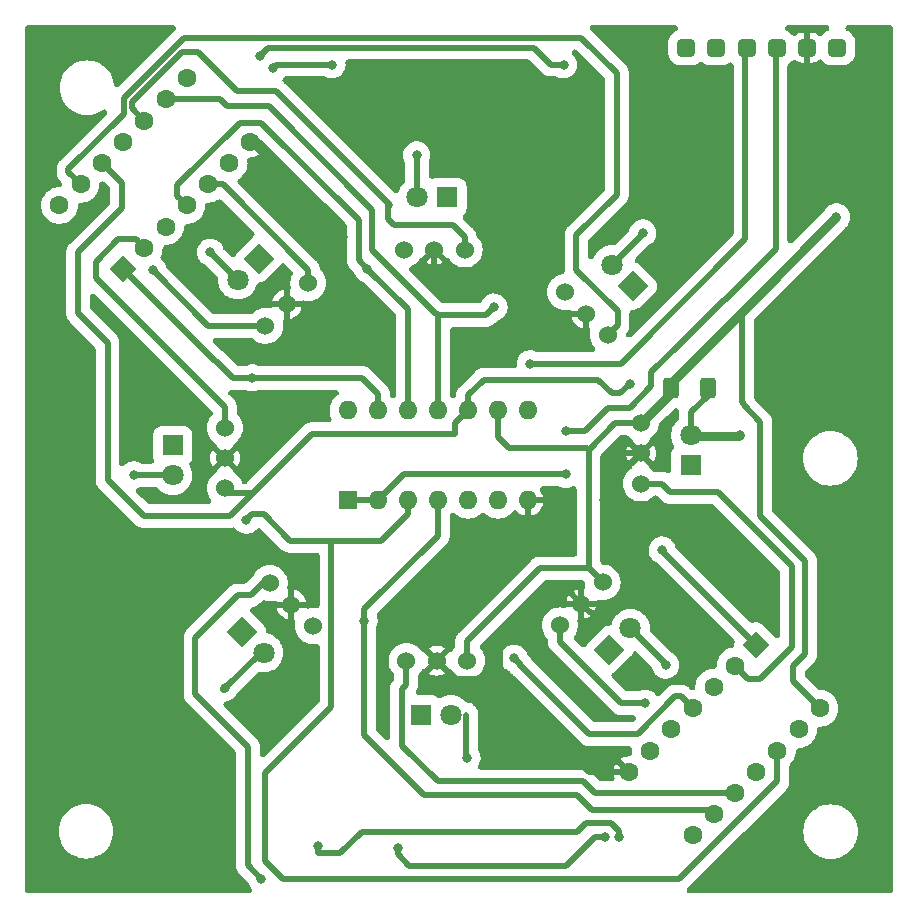
<source format=gbl>
G04 #@! TF.GenerationSoftware,KiCad,Pcbnew,(6.0.11)*
G04 #@! TF.CreationDate,2024-04-06T01:18:53+03:00*
G04 #@! TF.ProjectId,communication_module_PCB,636f6d6d-756e-4696-9361-74696f6e5f6d,rev?*
G04 #@! TF.SameCoordinates,Original*
G04 #@! TF.FileFunction,Copper,L2,Bot*
G04 #@! TF.FilePolarity,Positive*
%FSLAX46Y46*%
G04 Gerber Fmt 4.6, Leading zero omitted, Abs format (unit mm)*
G04 Created by KiCad (PCBNEW (6.0.11)) date 2024-04-06 01:18:53*
%MOMM*%
%LPD*%
G01*
G04 APERTURE LIST*
G04 Aperture macros list*
%AMRoundRect*
0 Rectangle with rounded corners*
0 $1 Rounding radius*
0 $2 $3 $4 $5 $6 $7 $8 $9 X,Y pos of 4 corners*
0 Add a 4 corners polygon primitive as box body*
4,1,4,$2,$3,$4,$5,$6,$7,$8,$9,$2,$3,0*
0 Add four circle primitives for the rounded corners*
1,1,$1+$1,$2,$3*
1,1,$1+$1,$4,$5*
1,1,$1+$1,$6,$7*
1,1,$1+$1,$8,$9*
0 Add four rect primitives between the rounded corners*
20,1,$1+$1,$2,$3,$4,$5,0*
20,1,$1+$1,$4,$5,$6,$7,0*
20,1,$1+$1,$6,$7,$8,$9,0*
20,1,$1+$1,$8,$9,$2,$3,0*%
%AMHorizOval*
0 Thick line with rounded ends*
0 $1 width*
0 $2 $3 position (X,Y) of the first rounded end (center of the circle)*
0 $4 $5 position (X,Y) of the second rounded end (center of the circle)*
0 Add line between two ends*
20,1,$1,$2,$3,$4,$5,0*
0 Add two circle primitives to create the rounded ends*
1,1,$1,$2,$3*
1,1,$1,$4,$5*%
%AMRotRect*
0 Rectangle, with rotation*
0 The origin of the aperture is its center*
0 $1 length*
0 $2 width*
0 $3 Rotation angle, in degrees counterclockwise*
0 Add horizontal line*
21,1,$1,$2,0,0,$3*%
G04 Aperture macros list end*
G04 #@! TA.AperFunction,ComponentPad*
%ADD10R,1.800000X1.800000*%
G04 #@! TD*
G04 #@! TA.AperFunction,ComponentPad*
%ADD11C,1.800000*%
G04 #@! TD*
G04 #@! TA.AperFunction,ComponentPad*
%ADD12C,1.524000*%
G04 #@! TD*
G04 #@! TA.AperFunction,ComponentPad*
%ADD13RoundRect,0.381000X0.381000X0.381000X-0.381000X0.381000X-0.381000X-0.381000X0.381000X-0.381000X0*%
G04 #@! TD*
G04 #@! TA.AperFunction,ComponentPad*
%ADD14RotRect,1.800000X1.800000X45.000000*%
G04 #@! TD*
G04 #@! TA.AperFunction,ComponentPad*
%ADD15RotRect,1.800000X1.800000X135.000000*%
G04 #@! TD*
G04 #@! TA.AperFunction,ComponentPad*
%ADD16RotRect,1.800000X1.800000X315.000000*%
G04 #@! TD*
G04 #@! TA.AperFunction,ComponentPad*
%ADD17RotRect,1.600000X1.600000X135.000000*%
G04 #@! TD*
G04 #@! TA.AperFunction,ComponentPad*
%ADD18HorizOval,1.600000X0.000000X0.000000X0.000000X0.000000X0*%
G04 #@! TD*
G04 #@! TA.AperFunction,ComponentPad*
%ADD19O,1.600000X1.600000*%
G04 #@! TD*
G04 #@! TA.AperFunction,ComponentPad*
%ADD20R,1.600000X1.600000*%
G04 #@! TD*
G04 #@! TA.AperFunction,ComponentPad*
%ADD21RotRect,1.600000X1.600000X315.000000*%
G04 #@! TD*
G04 #@! TA.AperFunction,ComponentPad*
%ADD22HorizOval,1.600000X0.000000X0.000000X0.000000X0.000000X0*%
G04 #@! TD*
G04 #@! TA.AperFunction,ComponentPad*
%ADD23RotRect,1.800000X1.800000X225.000000*%
G04 #@! TD*
G04 #@! TA.AperFunction,SMDPad,CuDef*
%ADD24RoundRect,0.250000X0.400000X0.625000X-0.400000X0.625000X-0.400000X-0.625000X0.400000X-0.625000X0*%
G04 #@! TD*
G04 #@! TA.AperFunction,ViaPad*
%ADD25C,0.800000*%
G04 #@! TD*
G04 #@! TA.AperFunction,Conductor*
%ADD26C,0.500000*%
G04 #@! TD*
G04 #@! TA.AperFunction,Conductor*
%ADD27C,0.750000*%
G04 #@! TD*
G04 APERTURE END LIST*
D10*
X48418059Y-27729971D03*
D11*
X45878059Y-27729971D03*
D12*
X29616000Y-52367971D03*
X29616000Y-49802571D03*
X29616000Y-47237171D03*
D13*
X81470500Y-15049500D03*
X78905100Y-15049500D03*
X76339700Y-15049500D03*
X73774300Y-15049500D03*
X71208900Y-15049500D03*
X68643500Y-15049500D03*
D14*
X62146869Y-66028861D03*
D11*
X63942920Y-64232810D03*
D10*
X25198059Y-48730771D03*
D11*
X25198059Y-51270771D03*
D12*
X50114200Y-66956059D03*
X47548800Y-66956059D03*
X44983400Y-66956059D03*
X33411167Y-60389048D03*
X35225179Y-62203060D03*
X37039190Y-64017071D03*
X64821459Y-46830771D03*
X64821459Y-49396171D03*
X64821459Y-51961571D03*
D15*
X64173620Y-35235532D03*
D11*
X62377569Y-33439481D03*
D16*
X31096949Y-64497949D03*
D11*
X32893000Y-66294000D03*
D12*
X49911659Y-32147912D03*
X47346259Y-32147912D03*
X44780859Y-32147912D03*
D10*
X46208000Y-71518971D03*
D11*
X48748000Y-71518971D03*
D12*
X61594801Y-60333017D03*
X59780790Y-62147028D03*
X57966778Y-63961040D03*
D10*
X69049900Y-50411300D03*
D11*
X69049900Y-47871300D03*
D12*
X62036319Y-39384410D03*
X60222307Y-37570398D03*
X58408296Y-35756387D03*
D17*
X20989746Y-33798054D03*
D18*
X22785797Y-32002003D03*
X24581848Y-30205952D03*
X26377900Y-28409900D03*
X28173951Y-26613849D03*
X29970002Y-24817798D03*
X31766053Y-23021747D03*
X26377900Y-17633593D03*
X24581848Y-19429644D03*
X22785797Y-21225695D03*
X20989746Y-23021747D03*
X19193695Y-24817798D03*
X17397644Y-26613849D03*
X15601592Y-28409900D03*
D19*
X40026059Y-45755971D03*
X42566059Y-45755971D03*
X45106059Y-45755971D03*
X47646059Y-45755971D03*
X50186059Y-45755971D03*
X52726059Y-45755971D03*
X55266059Y-45755971D03*
X55266059Y-53375971D03*
X52726059Y-53375971D03*
X50186059Y-53375971D03*
X47646059Y-53375971D03*
X45106059Y-53375971D03*
X42566059Y-53375971D03*
D20*
X40026059Y-53375971D03*
D12*
X33036988Y-38607161D03*
X34850999Y-36793150D03*
X36665011Y-34979138D03*
D21*
X74599383Y-65594005D03*
D22*
X72803332Y-67390056D03*
X71007281Y-69186107D03*
X69211229Y-70982159D03*
X67415178Y-72778210D03*
X65619127Y-74574261D03*
X63823076Y-76370312D03*
X69211229Y-81758466D03*
X71007281Y-79962415D03*
X72803332Y-78166364D03*
X74599383Y-76370312D03*
X76395434Y-74574261D03*
X78191485Y-72778210D03*
X79987537Y-70982159D03*
D23*
X32484920Y-32911316D03*
D11*
X30688869Y-34707367D03*
D24*
X70473500Y-43903900D03*
X67373500Y-43903900D03*
D25*
X23507700Y-33870900D03*
X81381600Y-29387800D03*
X67665600Y-21945600D03*
X61709300Y-53352700D03*
X39585900Y-31076900D03*
X64325500Y-17843500D03*
X63868300Y-43497500D03*
X52387500Y-37020500D03*
X41668700Y-33769300D03*
X31915100Y-43014900D03*
X31432500Y-55054500D03*
X41389300Y-63588900D03*
X54102000Y-66751200D03*
X66636900Y-57594500D03*
X37503100Y-82664300D03*
X62953900Y-81922100D03*
X61760100Y-81922100D03*
X44234100Y-82842100D03*
X38671500Y-16497300D03*
X33655000Y-16738600D03*
X32588200Y-15748000D03*
X58280300Y-16497300D03*
X58483500Y-51193700D03*
X58483500Y-47536100D03*
X55460900Y-41821100D03*
X65199984Y-70563016D03*
X32702500Y-85432900D03*
X29578300Y-69253100D03*
X28384500Y-32397700D03*
X50101500Y-75196700D03*
X73215500Y-47866300D03*
X21907500Y-51219100D03*
X45834300Y-24142700D03*
X64985900Y-30746700D03*
X66916300Y-67322700D03*
D26*
X31819371Y-52737229D02*
X29666541Y-52737229D01*
X73406000Y-37388800D02*
X73558400Y-37236400D01*
X73406000Y-45085000D02*
X73406000Y-37388800D01*
X73533000Y-45212000D02*
X73406000Y-45085000D01*
X74930000Y-54737000D02*
X74930000Y-46736000D01*
X78740000Y-58547000D02*
X74930000Y-54737000D01*
X78740000Y-66421000D02*
X78740000Y-58547000D01*
X77724000Y-67437000D02*
X78740000Y-66421000D01*
X77724000Y-68718622D02*
X77724000Y-67437000D01*
X73533000Y-45339000D02*
X73533000Y-45212000D01*
X74930000Y-46736000D02*
X73533000Y-45339000D01*
X79987537Y-70982159D02*
X77724000Y-68718622D01*
D27*
X73558400Y-37236400D02*
X81368900Y-29425900D01*
X67373500Y-43421300D02*
X73558400Y-37236400D01*
D26*
X44577000Y-69342000D02*
X44919900Y-68999100D01*
X44577000Y-74142600D02*
X44577000Y-69342000D01*
X47612300Y-77177900D02*
X44577000Y-74142600D01*
X60919764Y-78166364D02*
X59931300Y-77177900D01*
X59931300Y-77177900D02*
X47612300Y-77177900D01*
X72803332Y-78166364D02*
X60919764Y-78166364D01*
X44958000Y-66981459D02*
X44983400Y-66956059D01*
X44958000Y-68961000D02*
X44958000Y-66981459D01*
X44919900Y-68999100D02*
X44958000Y-68961000D01*
X44919900Y-68999100D02*
X44919900Y-68668900D01*
X56275018Y-59143900D02*
X60405684Y-59143900D01*
X50114200Y-65304718D02*
X56275018Y-59143900D01*
X50114200Y-66956059D02*
X50114200Y-65304718D01*
X52895500Y-68541900D02*
X49134641Y-68541900D01*
X49134641Y-68541900D02*
X47548800Y-66956059D01*
X33036988Y-38777388D02*
X33036988Y-38607161D01*
X62668629Y-46830771D02*
X64821459Y-46830771D01*
X53657500Y-48983900D02*
X52726059Y-48052459D01*
X23507700Y-33870900D02*
X23507700Y-33921700D01*
X60405684Y-49093716D02*
X62668629Y-46830771D01*
X60405684Y-59143900D02*
X60405684Y-49093716D01*
X60295868Y-48983900D02*
X53657500Y-48983900D01*
X60405684Y-49093716D02*
X60295868Y-48983900D01*
X23507700Y-33921700D02*
X28193161Y-38607161D01*
X52726059Y-48052459D02*
X52726059Y-45755971D01*
D27*
X67373500Y-44278730D02*
X64821459Y-46830771D01*
D26*
X28193161Y-38607161D02*
X33036988Y-38607161D01*
X61594801Y-60333017D02*
X60405684Y-59143900D01*
D27*
X67373500Y-43903900D02*
X67373500Y-43421300D01*
X67373500Y-43903900D02*
X67373500Y-44278730D01*
D26*
X53530500Y-34632900D02*
X48399700Y-34632900D01*
X58229500Y-60921900D02*
X58483500Y-61175900D01*
X39585900Y-30086300D02*
X39585900Y-31076900D01*
X67119500Y-18834100D02*
X67119500Y-21399500D01*
X59780790Y-62147028D02*
X60587662Y-62953900D01*
X39585900Y-31076900D02*
X39585900Y-31102300D01*
X64325500Y-17843500D02*
X66128900Y-17843500D01*
X61785500Y-57365900D02*
X61785500Y-49999900D01*
X47346259Y-33579459D02*
X47346259Y-32147912D01*
X61785500Y-49999900D02*
X62389229Y-49396171D01*
X64071500Y-60413900D02*
X64071500Y-59905900D01*
X60222307Y-37570398D02*
X56467998Y-37570398D01*
X66128900Y-17843500D02*
X67119500Y-18834100D01*
X47561500Y-32363153D02*
X47346259Y-32147912D01*
X60587662Y-62953900D02*
X61531500Y-62953900D01*
X48399700Y-34632900D02*
X47346259Y-33579459D01*
X62389229Y-49396171D02*
X64821459Y-49396171D01*
X67119500Y-21399500D02*
X67665600Y-21945600D01*
X52895500Y-68846700D02*
X52895500Y-68541900D01*
X58483500Y-61175900D02*
X58809662Y-61175900D01*
X31766053Y-23021747D02*
X32521347Y-23021747D01*
X64071500Y-59905900D02*
X61785500Y-57619900D01*
X47053500Y-32440671D02*
X47346259Y-32147912D01*
X60419112Y-76370312D02*
X52895500Y-68846700D01*
X32521347Y-23021747D02*
X39585900Y-30086300D01*
X57213500Y-60921900D02*
X58229500Y-60921900D01*
X58809662Y-61175900D02*
X59780790Y-62147028D01*
X63823076Y-76370312D02*
X60419112Y-76370312D01*
X56467998Y-37570398D02*
X53530500Y-34632900D01*
X61785500Y-57619900D02*
X61785500Y-57365900D01*
X52895500Y-68541900D02*
X52895500Y-65239900D01*
X61531500Y-62953900D02*
X64071500Y-60413900D01*
X52895500Y-65239900D02*
X57213500Y-60921900D01*
X62395100Y-44335700D02*
X63030100Y-44335700D01*
X36995100Y-47764700D02*
X49110900Y-47764700D01*
X19672300Y-40043100D02*
X19672300Y-51650900D01*
X19672300Y-51650900D02*
X22720300Y-54698900D01*
X51523900Y-43167300D02*
X61226700Y-43167300D01*
X20916900Y-26541003D02*
X20916900Y-28638500D01*
X30060900Y-54698900D02*
X36995100Y-47764700D01*
X22720300Y-54698900D02*
X30060900Y-54698900D01*
X20916900Y-28638500D02*
X17183100Y-32372300D01*
X49110900Y-46831130D02*
X50186059Y-45755971D01*
X50186059Y-45755971D02*
X50186059Y-44505141D01*
X61226700Y-43167300D02*
X62395100Y-44335700D01*
X50186059Y-44505141D02*
X51523900Y-43167300D01*
X17183100Y-32372300D02*
X17183100Y-37553900D01*
X17183100Y-37553900D02*
X19672300Y-40043100D01*
X63030100Y-44335700D02*
X63868300Y-43497500D01*
X49110900Y-47764700D02*
X49110900Y-46831130D01*
X19193695Y-24817798D02*
X20916900Y-26541003D01*
X24581848Y-19429644D02*
X29208644Y-19429644D01*
X51727100Y-37680900D02*
X47730618Y-37680900D01*
X47730618Y-37680900D02*
X47646059Y-37596341D01*
X33337500Y-20027900D02*
X42100500Y-28790900D01*
X29208644Y-19429644D02*
X29806900Y-20027900D01*
X42100500Y-28790900D02*
X42100500Y-32194500D01*
X47502341Y-37596341D02*
X47646059Y-37596341D01*
X42100500Y-32194500D02*
X47502341Y-37596341D01*
X52387500Y-37020500D02*
X51727100Y-37680900D01*
X29806900Y-20027900D02*
X33337500Y-20027900D01*
X47646059Y-37596341D02*
X47646059Y-45755971D01*
X32677100Y-21399500D02*
X40932100Y-29654500D01*
X45106059Y-37206659D02*
X41668700Y-33769300D01*
X25565100Y-26682700D02*
X30848300Y-21399500D01*
X45106059Y-45755971D02*
X45106059Y-37206659D01*
X40932100Y-33032700D02*
X41668700Y-33769300D01*
X40932100Y-29654500D02*
X40932100Y-33032700D01*
X25565100Y-27597100D02*
X25565100Y-26682700D01*
X26377900Y-28409900D02*
X25565100Y-27597100D01*
X30848300Y-21399500D02*
X32677100Y-21399500D01*
X31915100Y-43014900D02*
X30264100Y-43014900D01*
X41211500Y-43014900D02*
X42566059Y-44369459D01*
X28867100Y-41617900D02*
X28809592Y-41617900D01*
X30264100Y-43014900D02*
X28867100Y-41617900D01*
X28809592Y-41617900D02*
X20989746Y-33798054D01*
X42566059Y-44369459D02*
X42566059Y-45755971D01*
X31915100Y-43014900D02*
X41211500Y-43014900D01*
X34556700Y-85483700D02*
X33032700Y-83959700D01*
X38620700Y-70853300D02*
X38620700Y-56807100D01*
X32880300Y-54571900D02*
X35115500Y-56807100D01*
X45106059Y-54512741D02*
X45106059Y-53375971D01*
X42811700Y-56807100D02*
X45106059Y-54512741D01*
X68084700Y-85483700D02*
X34556700Y-85483700D01*
X35115500Y-56807100D02*
X38620700Y-56807100D01*
X76395434Y-74574261D02*
X76395434Y-77172966D01*
X31915100Y-54571900D02*
X32880300Y-54571900D01*
X31432500Y-55054500D02*
X31915100Y-54571900D01*
X33032700Y-83959700D02*
X33032700Y-76441300D01*
X38620700Y-56807100D02*
X42811700Y-56807100D01*
X33032700Y-76441300D02*
X38620700Y-70853300D01*
X76395434Y-77172966D02*
X68084700Y-85483700D01*
X47646059Y-56366941D02*
X41389300Y-62623700D01*
X71007281Y-79962415D02*
X70635766Y-79590900D01*
X70635766Y-79590900D02*
X60693300Y-79590900D01*
X46443900Y-78295500D02*
X41389300Y-73240900D01*
X60693300Y-79590900D02*
X59397900Y-78295500D01*
X59397900Y-78295500D02*
X46443900Y-78295500D01*
X47646059Y-53375971D02*
X47646059Y-56366941D01*
X41389300Y-73240900D02*
X41389300Y-63588900D01*
X41389300Y-62623700D02*
X41389300Y-63588900D01*
X54660800Y-67386200D02*
X54660800Y-67310000D01*
X64554100Y-73190100D02*
X60464700Y-73190100D01*
X69211229Y-70982159D02*
X68218770Y-69989700D01*
X67754500Y-69989700D02*
X64554100Y-73190100D01*
X54660800Y-67386200D02*
X54521100Y-67246500D01*
X54660800Y-67310000D02*
X54102000Y-66751200D01*
X60464700Y-73190100D02*
X54660800Y-67386200D01*
X68218770Y-69989700D02*
X67754500Y-69989700D01*
X74599383Y-65594005D02*
X66636900Y-57631522D01*
X66636900Y-57631522D02*
X66636900Y-57594500D01*
X39382700Y-83248500D02*
X37503100Y-83248500D01*
X62953900Y-81922100D02*
X62953900Y-81419700D01*
X62953900Y-81419700D02*
X62268100Y-80733900D01*
X41186100Y-81445100D02*
X39382700Y-83248500D01*
X60159900Y-80733900D02*
X59448700Y-81445100D01*
X59448700Y-81445100D02*
X41186100Y-81445100D01*
X37503100Y-83248500D02*
X37503100Y-82664300D01*
X62268100Y-80733900D02*
X60159900Y-80733900D01*
X58508900Y-84340700D02*
X45224700Y-84340700D01*
X60927500Y-81922100D02*
X58508900Y-84340700D01*
X45224700Y-84340700D02*
X44234100Y-83350100D01*
X44234100Y-83350100D02*
X44234100Y-82842100D01*
X61760100Y-81922100D02*
X60927500Y-81922100D01*
X33896300Y-16497300D02*
X38671500Y-16497300D01*
X33655000Y-16738600D02*
X33896300Y-16497300D01*
X32588200Y-15748000D02*
X33286700Y-15049500D01*
X55791100Y-15049500D02*
X57238900Y-16497300D01*
X57238900Y-16497300D02*
X58280300Y-16497300D01*
X33286700Y-15049500D02*
X55791100Y-15049500D01*
X71843900Y-36385500D02*
X71920100Y-36385500D01*
X58483500Y-47536100D02*
X60058300Y-47536100D01*
X71920100Y-36385500D02*
X76238100Y-32067500D01*
X62064900Y-45529500D02*
X63868300Y-45529500D01*
X65697100Y-43700700D02*
X65697100Y-42557700D01*
X68110100Y-40144700D02*
X68110100Y-40119300D01*
X65697100Y-42557700D02*
X68110100Y-40144700D01*
X40026059Y-53375971D02*
X42566059Y-53375971D01*
X68110100Y-40119300D02*
X71843900Y-36385500D01*
X63868300Y-45529500D02*
X65697100Y-43700700D01*
X60058300Y-47536100D02*
X62064900Y-45529500D01*
X76238100Y-32067500D02*
X76238100Y-15379700D01*
X42566059Y-53375971D02*
X44748330Y-51193700D01*
X44748330Y-51193700D02*
X58483500Y-51193700D01*
X73672700Y-31280100D02*
X63131700Y-41821100D01*
X63131700Y-41821100D02*
X55460900Y-41821100D01*
X73672700Y-15379700D02*
X73672700Y-31280100D01*
X66591971Y-51961571D02*
X64821459Y-51961571D01*
X67322700Y-52692300D02*
X66591971Y-51961571D01*
X74891900Y-68516500D02*
X77609700Y-65798700D01*
X72803332Y-67390056D02*
X73929776Y-68516500D01*
X77609700Y-65798700D02*
X77609700Y-58940700D01*
X71361300Y-52692300D02*
X67322700Y-52692300D01*
X77609700Y-58940700D02*
X71361300Y-52692300D01*
X73929776Y-68516500D02*
X74891900Y-68516500D01*
X63171616Y-70563016D02*
X57966778Y-65358178D01*
X65199984Y-70563016D02*
X63171616Y-70563016D01*
X57966778Y-65358178D02*
X57966778Y-63961040D01*
X27114500Y-69811900D02*
X31559500Y-74256900D01*
X27114500Y-65036700D02*
X27114500Y-69811900D01*
X31777861Y-61429900D02*
X30721300Y-61429900D01*
X31559500Y-84289900D02*
X32702500Y-85432900D01*
X33081881Y-60125880D02*
X31777861Y-61429900D01*
X31559500Y-74256900D02*
X31559500Y-84289900D01*
X30721300Y-61429900D02*
X27114500Y-65036700D01*
X18681700Y-34582100D02*
X18681700Y-33185100D01*
X18681700Y-33185100D02*
X20586700Y-31280100D01*
X29616000Y-45516400D02*
X18681700Y-34582100D01*
X20586700Y-31280100D02*
X22063894Y-31280100D01*
X22063894Y-31280100D02*
X22785797Y-32002003D01*
X29616000Y-47237171D02*
X29616000Y-45516400D01*
X29407849Y-26613849D02*
X28173951Y-26613849D01*
X36665011Y-34979138D02*
X36665011Y-33871011D01*
X36665011Y-33871011D02*
X29407849Y-26613849D01*
X43446700Y-28486100D02*
X43573700Y-28359100D01*
X30645100Y-18707100D02*
X27368500Y-15430500D01*
X48933100Y-30111700D02*
X43954700Y-30111700D01*
X43954700Y-30111700D02*
X43446700Y-29603700D01*
X33921700Y-18707100D02*
X30645100Y-18707100D01*
X49911659Y-31090259D02*
X48933100Y-30111700D01*
X27368500Y-15430500D02*
X25946100Y-15430500D01*
X43446700Y-29603700D02*
X43446700Y-28486100D01*
X43573700Y-28359100D02*
X33921700Y-18707100D01*
X49911659Y-32147912D02*
X49911659Y-31090259D01*
X21755100Y-19621500D02*
X21755100Y-20194998D01*
X25946100Y-15430500D02*
X21755100Y-19621500D01*
X21755100Y-20194998D02*
X22785797Y-21225695D01*
X17397644Y-26613849D02*
X16357600Y-25573805D01*
X59778900Y-14211300D02*
X62801500Y-17233900D01*
X62801500Y-27495500D02*
X59372500Y-30924500D01*
X62852300Y-37376100D02*
X62852300Y-38568429D01*
X21055100Y-19331550D02*
X26175350Y-14211300D01*
X59372500Y-33896300D02*
X62852300Y-37376100D01*
X26175350Y-14211300D02*
X59778900Y-14211300D01*
X62801500Y-17233900D02*
X62801500Y-27495500D01*
X16357600Y-25349200D02*
X21055100Y-20651700D01*
X59372500Y-30924500D02*
X59372500Y-33896300D01*
X62852300Y-38568429D02*
X62036319Y-39384410D01*
X21055100Y-20651700D02*
X21055100Y-19331550D01*
X16357600Y-25573805D02*
X16357600Y-25349200D01*
X22008229Y-51270771D02*
X21958300Y-51320700D01*
X45878059Y-24186459D02*
X45834300Y-24142700D01*
X28455402Y-32473900D02*
X28308300Y-32473900D01*
X50059059Y-75154259D02*
X50101500Y-75196700D01*
X25198059Y-51270771D02*
X22008229Y-51270771D01*
X30688869Y-34707367D02*
X28455402Y-32473900D01*
X69049900Y-45935900D02*
X70473500Y-44512300D01*
D27*
X73179229Y-47902571D02*
X73215500Y-47866300D01*
D26*
X45878059Y-27729971D02*
X45878059Y-24186459D01*
X66916300Y-67206190D02*
X66916300Y-67322700D01*
X32810110Y-66102022D02*
X29476700Y-69435432D01*
X50059059Y-71518971D02*
X50059059Y-75154259D01*
D27*
X69393459Y-47902571D02*
X73179229Y-47902571D01*
D26*
X70473500Y-44512300D02*
X70473500Y-43903900D01*
X64985900Y-30746700D02*
X64985900Y-30831150D01*
X69049900Y-47871300D02*
X69049900Y-45935900D01*
X64985900Y-30831150D02*
X62377569Y-33439481D01*
X63942920Y-64232810D02*
X66916300Y-67206190D01*
X66916300Y-67322700D02*
X66916300Y-67373500D01*
G04 #@! TA.AperFunction,Conductor*
G36*
X25313069Y-13164920D02*
G01*
X25394985Y-13219656D01*
X25449721Y-13301572D01*
X25468941Y-13398200D01*
X25449721Y-13494828D01*
X25394985Y-13576744D01*
X22892689Y-16079041D01*
X20652573Y-18319157D01*
X20570657Y-18373893D01*
X20474029Y-18393113D01*
X20377401Y-18373893D01*
X20295485Y-18319157D01*
X20240749Y-18237241D01*
X20222070Y-18157132D01*
X20221454Y-18147730D01*
X20221453Y-18147726D01*
X20220913Y-18139480D01*
X20219300Y-18131370D01*
X20163693Y-17851816D01*
X20163691Y-17851810D01*
X20162080Y-17843709D01*
X20065145Y-17558148D01*
X19931766Y-17287682D01*
X19764225Y-17036939D01*
X19565389Y-16810211D01*
X19338661Y-16611375D01*
X19315744Y-16596062D01*
X19168663Y-16497786D01*
X19087918Y-16443834D01*
X18817452Y-16310455D01*
X18531891Y-16213520D01*
X18523790Y-16211909D01*
X18523784Y-16211907D01*
X18244230Y-16156300D01*
X18244227Y-16156300D01*
X18236120Y-16154687D01*
X18227868Y-16154146D01*
X18227867Y-16154146D01*
X17943454Y-16135505D01*
X17935200Y-16134964D01*
X17926946Y-16135505D01*
X17642533Y-16154146D01*
X17642532Y-16154146D01*
X17634280Y-16154687D01*
X17626173Y-16156300D01*
X17626170Y-16156300D01*
X17346616Y-16211907D01*
X17346610Y-16211909D01*
X17338509Y-16213520D01*
X17052948Y-16310455D01*
X16782482Y-16443834D01*
X16701737Y-16497786D01*
X16554657Y-16596062D01*
X16531739Y-16611375D01*
X16305011Y-16810211D01*
X16106175Y-17036939D01*
X15938634Y-17287682D01*
X15805255Y-17558148D01*
X15708320Y-17843709D01*
X15706709Y-17851810D01*
X15706707Y-17851816D01*
X15651100Y-18131370D01*
X15649487Y-18139480D01*
X15630503Y-18429144D01*
X15630497Y-18429228D01*
X15630495Y-18429237D01*
X15630496Y-18429237D01*
X15629764Y-18440400D01*
X15649487Y-18741320D01*
X15708320Y-19037091D01*
X15805255Y-19322652D01*
X15938634Y-19593118D01*
X16106175Y-19843861D01*
X16305011Y-20070589D01*
X16531739Y-20269425D01*
X16538614Y-20274019D01*
X16538617Y-20274021D01*
X16602626Y-20316790D01*
X16782482Y-20436966D01*
X17052948Y-20570345D01*
X17338509Y-20667280D01*
X17346610Y-20668891D01*
X17346616Y-20668893D01*
X17626170Y-20724500D01*
X17626173Y-20724500D01*
X17634280Y-20726113D01*
X17642532Y-20726654D01*
X17642533Y-20726654D01*
X17926946Y-20745295D01*
X17935200Y-20745836D01*
X17943454Y-20745295D01*
X18227867Y-20726654D01*
X18227868Y-20726654D01*
X18236120Y-20726113D01*
X18244227Y-20724500D01*
X18244230Y-20724500D01*
X18523784Y-20668893D01*
X18523790Y-20668891D01*
X18531891Y-20667280D01*
X18817452Y-20570345D01*
X19087918Y-20436966D01*
X19267776Y-20316789D01*
X19358795Y-20279088D01*
X19457315Y-20279088D01*
X19548336Y-20316790D01*
X19618001Y-20386454D01*
X19655703Y-20477476D01*
X19655703Y-20575996D01*
X19618001Y-20667017D01*
X19586599Y-20705280D01*
X15662850Y-24629030D01*
X15657795Y-24633946D01*
X15596320Y-24692081D01*
X15588985Y-24702557D01*
X15588982Y-24702560D01*
X15564381Y-24737695D01*
X15553219Y-24752454D01*
X15518027Y-24795603D01*
X15512105Y-24806931D01*
X15512101Y-24806937D01*
X15508484Y-24813857D01*
X15491554Y-24841702D01*
X15487074Y-24848100D01*
X15487072Y-24848104D01*
X15479737Y-24858579D01*
X15474659Y-24870314D01*
X15474655Y-24870321D01*
X15457625Y-24909676D01*
X15449657Y-24926381D01*
X15438186Y-24948324D01*
X15423858Y-24975730D01*
X15420333Y-24988023D01*
X15420331Y-24988028D01*
X15418178Y-24995538D01*
X15407195Y-25026211D01*
X15404096Y-25033373D01*
X15404094Y-25033381D01*
X15399014Y-25045119D01*
X15393659Y-25070752D01*
X15387627Y-25099626D01*
X15383183Y-25117583D01*
X15367834Y-25171113D01*
X15366853Y-25183862D01*
X15366254Y-25191647D01*
X15361661Y-25223918D01*
X15357449Y-25244080D01*
X15357100Y-25250739D01*
X15357100Y-25300908D01*
X15356356Y-25320280D01*
X15352240Y-25373771D01*
X15353844Y-25386464D01*
X15355109Y-25396481D01*
X15357100Y-25428128D01*
X15357100Y-25555857D01*
X15357002Y-25562908D01*
X15354640Y-25647458D01*
X15356861Y-25660052D01*
X15364310Y-25702296D01*
X15366854Y-25720629D01*
X15372480Y-25776021D01*
X15376306Y-25788229D01*
X15376306Y-25788230D01*
X15378641Y-25795681D01*
X15386358Y-25827333D01*
X15389936Y-25847626D01*
X15394645Y-25859519D01*
X15394645Y-25859520D01*
X15410432Y-25899394D01*
X15416608Y-25916835D01*
X15433262Y-25969977D01*
X15443252Y-25988000D01*
X15457179Y-26017463D01*
X15464760Y-26036610D01*
X15495254Y-26083210D01*
X15504805Y-26099043D01*
X15520624Y-26127581D01*
X15531803Y-26147749D01*
X15545215Y-26163397D01*
X15564774Y-26189448D01*
X15576055Y-26206687D01*
X15580517Y-26211643D01*
X15615991Y-26247117D01*
X15629163Y-26261341D01*
X15655748Y-26292359D01*
X15655751Y-26292362D01*
X15664077Y-26302076D01*
X15682167Y-26316108D01*
X15705952Y-26337078D01*
X15770281Y-26401407D01*
X15825017Y-26483323D01*
X15844237Y-26579951D01*
X15843458Y-26599766D01*
X15842349Y-26613854D01*
X15840968Y-26613745D01*
X15823908Y-26699512D01*
X15769172Y-26781428D01*
X15687256Y-26836164D01*
X15601483Y-26853225D01*
X15601592Y-26854606D01*
X15358290Y-26873754D01*
X15348641Y-26876070D01*
X15348638Y-26876071D01*
X15195115Y-26912929D01*
X15120980Y-26930728D01*
X15111822Y-26934521D01*
X15111820Y-26934522D01*
X15010498Y-26976491D01*
X14895503Y-27024123D01*
X14687413Y-27151641D01*
X14501833Y-27310141D01*
X14470124Y-27347268D01*
X14410933Y-27416572D01*
X14343333Y-27495721D01*
X14215815Y-27703811D01*
X14212020Y-27712973D01*
X14212019Y-27712975D01*
X14126967Y-27918310D01*
X14122420Y-27929288D01*
X14109990Y-27981063D01*
X14070692Y-28144749D01*
X14065446Y-28166598D01*
X14046298Y-28409900D01*
X14065446Y-28653202D01*
X14067762Y-28662851D01*
X14067763Y-28662854D01*
X14089432Y-28753111D01*
X14122420Y-28890512D01*
X14126213Y-28899670D01*
X14126214Y-28899672D01*
X14208481Y-29098282D01*
X14215815Y-29115989D01*
X14343333Y-29324079D01*
X14501833Y-29509659D01*
X14509371Y-29516097D01*
X14658121Y-29643141D01*
X14687413Y-29668159D01*
X14895503Y-29795677D01*
X14904665Y-29799472D01*
X14904667Y-29799473D01*
X15111820Y-29885278D01*
X15120980Y-29889072D01*
X15130624Y-29891387D01*
X15130623Y-29891387D01*
X15348638Y-29943729D01*
X15348641Y-29943730D01*
X15358290Y-29946046D01*
X15601592Y-29965194D01*
X15844894Y-29946046D01*
X15854543Y-29943730D01*
X15854546Y-29943729D01*
X16072561Y-29891387D01*
X16072560Y-29891387D01*
X16082204Y-29889072D01*
X16091364Y-29885278D01*
X16298517Y-29799473D01*
X16298519Y-29799472D01*
X16307681Y-29795677D01*
X16515771Y-29668159D01*
X16545064Y-29643141D01*
X16693813Y-29516097D01*
X16701351Y-29509659D01*
X16859851Y-29324079D01*
X16987369Y-29115989D01*
X16994704Y-29098282D01*
X17076970Y-28899672D01*
X17076971Y-28899670D01*
X17080764Y-28890512D01*
X17113752Y-28753111D01*
X17135421Y-28662854D01*
X17135422Y-28662851D01*
X17137738Y-28653202D01*
X17156886Y-28409900D01*
X17158267Y-28410009D01*
X17175328Y-28324237D01*
X17230064Y-28242321D01*
X17311980Y-28187585D01*
X17397753Y-28170524D01*
X17397644Y-28169143D01*
X17640946Y-28149995D01*
X17650595Y-28147679D01*
X17650598Y-28147678D01*
X17868613Y-28095336D01*
X17868612Y-28095336D01*
X17878256Y-28093021D01*
X17887416Y-28089227D01*
X18094569Y-28003422D01*
X18094571Y-28003421D01*
X18103733Y-27999626D01*
X18311823Y-27872108D01*
X18327958Y-27858328D01*
X18489865Y-27720046D01*
X18497403Y-27713608D01*
X18612239Y-27579152D01*
X18649460Y-27535572D01*
X18649461Y-27535571D01*
X18655903Y-27528028D01*
X18783421Y-27319938D01*
X18836665Y-27191396D01*
X18873022Y-27103621D01*
X18873023Y-27103619D01*
X18876816Y-27094461D01*
X18915215Y-26934522D01*
X18931473Y-26866803D01*
X18931474Y-26866800D01*
X18933790Y-26857151D01*
X18952938Y-26613849D01*
X18954319Y-26613958D01*
X18971380Y-26528186D01*
X19026116Y-26446270D01*
X19108032Y-26391534D01*
X19193797Y-26374475D01*
X19193688Y-26373093D01*
X19207775Y-26371984D01*
X19210564Y-26372314D01*
X19213505Y-26372314D01*
X19213505Y-26372662D01*
X19305613Y-26383561D01*
X19391573Y-26431699D01*
X19406136Y-26445160D01*
X19842444Y-26881467D01*
X19897179Y-26963384D01*
X19916400Y-27060012D01*
X19916400Y-28119491D01*
X19897180Y-28216119D01*
X19842444Y-28298035D01*
X16488350Y-31652130D01*
X16483295Y-31657046D01*
X16421820Y-31715181D01*
X16414485Y-31725657D01*
X16414482Y-31725660D01*
X16389881Y-31760795D01*
X16378719Y-31775554D01*
X16371931Y-31783877D01*
X16355307Y-31804260D01*
X16343527Y-31818703D01*
X16337605Y-31830031D01*
X16337601Y-31830037D01*
X16333984Y-31836957D01*
X16317054Y-31864802D01*
X16312574Y-31871200D01*
X16312572Y-31871204D01*
X16305237Y-31881679D01*
X16300159Y-31893414D01*
X16300155Y-31893421D01*
X16283125Y-31932776D01*
X16275157Y-31949481D01*
X16262733Y-31973246D01*
X16249358Y-31998830D01*
X16245833Y-32011123D01*
X16245831Y-32011128D01*
X16243678Y-32018638D01*
X16232695Y-32049311D01*
X16229596Y-32056473D01*
X16229594Y-32056481D01*
X16224514Y-32068219D01*
X16221899Y-32080737D01*
X16213127Y-32122726D01*
X16208683Y-32140683D01*
X16193334Y-32194213D01*
X16192353Y-32206962D01*
X16191754Y-32214747D01*
X16187161Y-32247018D01*
X16185503Y-32254957D01*
X16182949Y-32267180D01*
X16182600Y-32273839D01*
X16182600Y-32324008D01*
X16181856Y-32343380D01*
X16177740Y-32396871D01*
X16180143Y-32415893D01*
X16180609Y-32419581D01*
X16182600Y-32451228D01*
X16182600Y-37535952D01*
X16182502Y-37543003D01*
X16180140Y-37627553D01*
X16182361Y-37640147D01*
X16189810Y-37682391D01*
X16192354Y-37700724D01*
X16197980Y-37756116D01*
X16201806Y-37768324D01*
X16201806Y-37768325D01*
X16204141Y-37775776D01*
X16211858Y-37807428D01*
X16215436Y-37827721D01*
X16220145Y-37839614D01*
X16220145Y-37839615D01*
X16235932Y-37879489D01*
X16242108Y-37896930D01*
X16258762Y-37950072D01*
X16268752Y-37968095D01*
X16282679Y-37997558D01*
X16290260Y-38016705D01*
X16320754Y-38063305D01*
X16330301Y-38079132D01*
X16357303Y-38127844D01*
X16370715Y-38143492D01*
X16390274Y-38169543D01*
X16401555Y-38186782D01*
X16406017Y-38191738D01*
X16441491Y-38227212D01*
X16454663Y-38241436D01*
X16481248Y-38272454D01*
X16481251Y-38272457D01*
X16489577Y-38282171D01*
X16507667Y-38296203D01*
X16531452Y-38317173D01*
X18597844Y-40383565D01*
X18652580Y-40465481D01*
X18671800Y-40562109D01*
X18671800Y-51632952D01*
X18671702Y-51640003D01*
X18669983Y-51701553D01*
X18669340Y-51724553D01*
X18675336Y-51758558D01*
X18679010Y-51779391D01*
X18681554Y-51797724D01*
X18687180Y-51853116D01*
X18691006Y-51865324D01*
X18691006Y-51865325D01*
X18693341Y-51872776D01*
X18701058Y-51904428D01*
X18704636Y-51924721D01*
X18709345Y-51936614D01*
X18709345Y-51936615D01*
X18725132Y-51976489D01*
X18731308Y-51993930D01*
X18736118Y-52009277D01*
X18747962Y-52047072D01*
X18757952Y-52065095D01*
X18771879Y-52094558D01*
X18779460Y-52113705D01*
X18809954Y-52160305D01*
X18819505Y-52176138D01*
X18836478Y-52206758D01*
X18846503Y-52224844D01*
X18859915Y-52240492D01*
X18879474Y-52266543D01*
X18890755Y-52283782D01*
X18895217Y-52288738D01*
X18930691Y-52324212D01*
X18943863Y-52338436D01*
X18970448Y-52369454D01*
X18970451Y-52369457D01*
X18978777Y-52379171D01*
X18996867Y-52393203D01*
X19020652Y-52414173D01*
X22000131Y-55393651D01*
X22005047Y-55398705D01*
X22063181Y-55460180D01*
X22073657Y-55467515D01*
X22073660Y-55467518D01*
X22108795Y-55492119D01*
X22123554Y-55503281D01*
X22166703Y-55538473D01*
X22178031Y-55544395D01*
X22178037Y-55544399D01*
X22184957Y-55548016D01*
X22212802Y-55564946D01*
X22219200Y-55569426D01*
X22219204Y-55569428D01*
X22229679Y-55576763D01*
X22241414Y-55581841D01*
X22241421Y-55581845D01*
X22280776Y-55598875D01*
X22297481Y-55606843D01*
X22335487Y-55626712D01*
X22346830Y-55632642D01*
X22359123Y-55636167D01*
X22359128Y-55636169D01*
X22366638Y-55638322D01*
X22397311Y-55649305D01*
X22404473Y-55652404D01*
X22404481Y-55652406D01*
X22416219Y-55657486D01*
X22459673Y-55666564D01*
X22470726Y-55668873D01*
X22488683Y-55673317D01*
X22498285Y-55676070D01*
X22542213Y-55688666D01*
X22554962Y-55689647D01*
X22562747Y-55690246D01*
X22595018Y-55694839D01*
X22605682Y-55697067D01*
X22605685Y-55697067D01*
X22615180Y-55699051D01*
X22621839Y-55699400D01*
X22672008Y-55699400D01*
X22691380Y-55700144D01*
X22744871Y-55704260D01*
X22767581Y-55701391D01*
X22799228Y-55699400D01*
X30042952Y-55699400D01*
X30050003Y-55699498D01*
X30121770Y-55701503D01*
X30121771Y-55701503D01*
X30134553Y-55701860D01*
X30189392Y-55692190D01*
X30207725Y-55689646D01*
X30263116Y-55684020D01*
X30275322Y-55680195D01*
X30279944Y-55679246D01*
X30378462Y-55678643D01*
X30469713Y-55715787D01*
X30536921Y-55780859D01*
X30553905Y-55804891D01*
X30636555Y-55885406D01*
X30697067Y-55944354D01*
X30697070Y-55944357D01*
X30705365Y-55952437D01*
X30881177Y-56069911D01*
X30891812Y-56074480D01*
X31064813Y-56148807D01*
X31064816Y-56148808D01*
X31075453Y-56153378D01*
X31086743Y-56155933D01*
X31086747Y-56155934D01*
X31184284Y-56178004D01*
X31281686Y-56200044D01*
X31293250Y-56200498D01*
X31293255Y-56200499D01*
X31387328Y-56204195D01*
X31492970Y-56208346D01*
X31532746Y-56202579D01*
X31690777Y-56179665D01*
X31690781Y-56179664D01*
X31702230Y-56178004D01*
X31713186Y-56174285D01*
X31713190Y-56174284D01*
X31891490Y-56113759D01*
X31891489Y-56113759D01*
X31902455Y-56110037D01*
X31974105Y-56069911D01*
X32076841Y-56012376D01*
X32076842Y-56012375D01*
X32086942Y-56006719D01*
X32249512Y-55871512D01*
X32306594Y-55802878D01*
X32383159Y-55740877D01*
X32477622Y-55712895D01*
X32575603Y-55723193D01*
X32662185Y-55770203D01*
X32679271Y-55785792D01*
X34395349Y-57501870D01*
X34400264Y-57506923D01*
X34458381Y-57568380D01*
X34468857Y-57575715D01*
X34468860Y-57575718D01*
X34503995Y-57600319D01*
X34518759Y-57611485D01*
X34551993Y-57638591D01*
X34551996Y-57638593D01*
X34561903Y-57646673D01*
X34573230Y-57652595D01*
X34573232Y-57652596D01*
X34580159Y-57656217D01*
X34608005Y-57673148D01*
X34614400Y-57677626D01*
X34614403Y-57677627D01*
X34624879Y-57684963D01*
X34636613Y-57690041D01*
X34636617Y-57690043D01*
X34675990Y-57707081D01*
X34692689Y-57715047D01*
X34742030Y-57740841D01*
X34759019Y-57745712D01*
X34761839Y-57746521D01*
X34792516Y-57757505D01*
X34811419Y-57765686D01*
X34823944Y-57768303D01*
X34823945Y-57768303D01*
X34865925Y-57777073D01*
X34883890Y-57781519D01*
X34925119Y-57793342D01*
X34925130Y-57793344D01*
X34937413Y-57796866D01*
X34950157Y-57797847D01*
X34950159Y-57797847D01*
X34957947Y-57798446D01*
X34990218Y-57803039D01*
X35000882Y-57805267D01*
X35000885Y-57805267D01*
X35010380Y-57807251D01*
X35017039Y-57807600D01*
X35067207Y-57807600D01*
X35086579Y-57808344D01*
X35140070Y-57812460D01*
X35159068Y-57810060D01*
X35162782Y-57809591D01*
X35194428Y-57807600D01*
X37367700Y-57807600D01*
X37464328Y-57826820D01*
X37546244Y-57881556D01*
X37600980Y-57963472D01*
X37620200Y-58060100D01*
X37620200Y-62280787D01*
X37600980Y-62377415D01*
X37546244Y-62459331D01*
X37464328Y-62514067D01*
X37367700Y-62533287D01*
X37308759Y-62526311D01*
X37276529Y-62518573D01*
X37266639Y-62517795D01*
X37266635Y-62517794D01*
X37049075Y-62500672D01*
X37039190Y-62499894D01*
X37029305Y-62500672D01*
X36811745Y-62517794D01*
X36811741Y-62517795D01*
X36801851Y-62518573D01*
X36792198Y-62520891D01*
X36792195Y-62520891D01*
X36716791Y-62538994D01*
X36618346Y-62542862D01*
X36525915Y-62508762D01*
X36469677Y-62461363D01*
X36462984Y-62458063D01*
X36455367Y-62457060D01*
X35504050Y-62457060D01*
X35483305Y-62461186D01*
X35479179Y-62481931D01*
X35479179Y-63424930D01*
X35483750Y-63447909D01*
X35500949Y-63473649D01*
X35524997Y-63497698D01*
X35562699Y-63588719D01*
X35560573Y-63696922D01*
X35547284Y-63752276D01*
X35540692Y-63779732D01*
X35539914Y-63789622D01*
X35539913Y-63789626D01*
X35533620Y-63869590D01*
X35522013Y-64017071D01*
X35522791Y-64026956D01*
X35539520Y-64239516D01*
X35540692Y-64254410D01*
X35543010Y-64264063D01*
X35543010Y-64264066D01*
X35593217Y-64473191D01*
X35596269Y-64485904D01*
X35600064Y-64495066D01*
X35600065Y-64495069D01*
X35682139Y-64693213D01*
X35687375Y-64705855D01*
X35692555Y-64714307D01*
X35692558Y-64714314D01*
X35777432Y-64852814D01*
X35811768Y-64908845D01*
X35966384Y-65089877D01*
X36147416Y-65244493D01*
X36155879Y-65249679D01*
X36341947Y-65363703D01*
X36341954Y-65363706D01*
X36350406Y-65368886D01*
X36359563Y-65372679D01*
X36359567Y-65372681D01*
X36561192Y-65456196D01*
X36561195Y-65456197D01*
X36570357Y-65459992D01*
X36580000Y-65462307D01*
X36580006Y-65462309D01*
X36792195Y-65513251D01*
X36792198Y-65513251D01*
X36801851Y-65515569D01*
X36811741Y-65516347D01*
X36811745Y-65516348D01*
X37029305Y-65533470D01*
X37039190Y-65534248D01*
X37049075Y-65533470D01*
X37266635Y-65516348D01*
X37266639Y-65516347D01*
X37276529Y-65515569D01*
X37308756Y-65507832D01*
X37407198Y-65503963D01*
X37499629Y-65538062D01*
X37571976Y-65604938D01*
X37613223Y-65694408D01*
X37620200Y-65753355D01*
X37620200Y-70334291D01*
X37600980Y-70430919D01*
X37546244Y-70512835D01*
X35113291Y-72945789D01*
X32991044Y-75068036D01*
X32909128Y-75122772D01*
X32812500Y-75141992D01*
X32715872Y-75122772D01*
X32633956Y-75068036D01*
X32579220Y-74986120D01*
X32560000Y-74889492D01*
X32560000Y-74274825D01*
X32560098Y-74267775D01*
X32562102Y-74196032D01*
X32562102Y-74196031D01*
X32562459Y-74183247D01*
X32555469Y-74143604D01*
X32552790Y-74128409D01*
X32550247Y-74110081D01*
X32545913Y-74067416D01*
X32544620Y-74054684D01*
X32538458Y-74035020D01*
X32530742Y-74003368D01*
X32529386Y-73995679D01*
X32529386Y-73995678D01*
X32527164Y-73983078D01*
X32522456Y-73971186D01*
X32522454Y-73971180D01*
X32506666Y-73931305D01*
X32500494Y-73913878D01*
X32483838Y-73860728D01*
X32477637Y-73849541D01*
X32477634Y-73849534D01*
X32473849Y-73842706D01*
X32459927Y-73813255D01*
X32457050Y-73805989D01*
X32457047Y-73805983D01*
X32452340Y-73794095D01*
X32421848Y-73747497D01*
X32412299Y-73731668D01*
X32385297Y-73682956D01*
X32371886Y-73667309D01*
X32352324Y-73641255D01*
X32346355Y-73632133D01*
X32346355Y-73632132D01*
X32341044Y-73624017D01*
X32336583Y-73619062D01*
X32301109Y-73583588D01*
X32287937Y-73569364D01*
X32261352Y-73538346D01*
X32261349Y-73538343D01*
X32253023Y-73528629D01*
X32234933Y-73514597D01*
X32211148Y-73493627D01*
X29558018Y-70840497D01*
X29503282Y-70758581D01*
X29484062Y-70661953D01*
X29503282Y-70565325D01*
X29558018Y-70483409D01*
X29639934Y-70428673D01*
X29692715Y-70413289D01*
X29737926Y-70405317D01*
X29737927Y-70405317D01*
X29750521Y-70403096D01*
X29772280Y-70394481D01*
X29828993Y-70379364D01*
X29848030Y-70376604D01*
X30048255Y-70308637D01*
X30170147Y-70240374D01*
X30222641Y-70210976D01*
X30222642Y-70210975D01*
X30232742Y-70205319D01*
X30395312Y-70070112D01*
X30530519Y-69907542D01*
X30542834Y-69885553D01*
X30628178Y-69733160D01*
X30628178Y-69733159D01*
X30633837Y-69723055D01*
X30637082Y-69713496D01*
X30688786Y-69638267D01*
X32343565Y-67983488D01*
X32425481Y-67928752D01*
X32522109Y-67909532D01*
X32581051Y-67916508D01*
X32603145Y-67921812D01*
X32634006Y-67929221D01*
X32643896Y-67929999D01*
X32643900Y-67930000D01*
X32883114Y-67948826D01*
X32893000Y-67949604D01*
X32902886Y-67948826D01*
X33142100Y-67930000D01*
X33142104Y-67929999D01*
X33151994Y-67929221D01*
X33161647Y-67926903D01*
X33161650Y-67926903D01*
X33394955Y-67870891D01*
X33404610Y-67868573D01*
X33436482Y-67855371D01*
X33635459Y-67772952D01*
X33635460Y-67772952D01*
X33644628Y-67769154D01*
X33726627Y-67718905D01*
X33857676Y-67638599D01*
X33857678Y-67638597D01*
X33866140Y-67633412D01*
X33873685Y-67626968D01*
X33873689Y-67626965D01*
X34050477Y-67475973D01*
X34063689Y-67464689D01*
X34179652Y-67328914D01*
X34225965Y-67274689D01*
X34225968Y-67274685D01*
X34232412Y-67267140D01*
X34300123Y-67156646D01*
X34362969Y-67054089D01*
X34368154Y-67045628D01*
X34467573Y-66805610D01*
X34469891Y-66795955D01*
X34525903Y-66562650D01*
X34525903Y-66562647D01*
X34528221Y-66552994D01*
X34530481Y-66524284D01*
X34547826Y-66303886D01*
X34548604Y-66294000D01*
X34542495Y-66216372D01*
X34529000Y-66044900D01*
X34528999Y-66044896D01*
X34528221Y-66035006D01*
X34517671Y-65991060D01*
X34469891Y-65792045D01*
X34467573Y-65782390D01*
X34411758Y-65647641D01*
X34371952Y-65551541D01*
X34371952Y-65551540D01*
X34368154Y-65542372D01*
X34317672Y-65459992D01*
X34237599Y-65329324D01*
X34237597Y-65329322D01*
X34232412Y-65320860D01*
X34196255Y-65278525D01*
X34070127Y-65130849D01*
X34063689Y-65123311D01*
X33958939Y-65033846D01*
X33873689Y-64961035D01*
X33873685Y-64961032D01*
X33866140Y-64954588D01*
X33828595Y-64931580D01*
X33686249Y-64844351D01*
X33644628Y-64818846D01*
X33607865Y-64803618D01*
X33413784Y-64723227D01*
X33404610Y-64719427D01*
X33327019Y-64700799D01*
X33313782Y-64697621D01*
X33224311Y-64656375D01*
X33157435Y-64584029D01*
X33123336Y-64491597D01*
X33120227Y-64452318D01*
X33120203Y-64424463D01*
X33120203Y-64424462D01*
X33120190Y-64409792D01*
X33115508Y-64390060D01*
X33083167Y-64253783D01*
X33083166Y-64253781D01*
X33079781Y-64239516D01*
X33071455Y-64222924D01*
X33007466Y-64095419D01*
X33001285Y-64083102D01*
X32935685Y-64002526D01*
X31782460Y-62849301D01*
X31727724Y-62767385D01*
X31708504Y-62670757D01*
X31727724Y-62574129D01*
X31782460Y-62492213D01*
X31822540Y-62465432D01*
X33981720Y-62465432D01*
X33982723Y-62473051D01*
X34024356Y-62628429D01*
X34031873Y-62649083D01*
X34116465Y-62830489D01*
X34127453Y-62849521D01*
X34242260Y-63013483D01*
X34256386Y-63030318D01*
X34397919Y-63171851D01*
X34414756Y-63185979D01*
X34578722Y-63300789D01*
X34597744Y-63311772D01*
X34779162Y-63396369D01*
X34799808Y-63403883D01*
X34947157Y-63443364D01*
X34968261Y-63444748D01*
X34970176Y-63440865D01*
X34971179Y-63433248D01*
X34971179Y-62481931D01*
X34967053Y-62461186D01*
X34946308Y-62457060D01*
X34003309Y-62457060D01*
X33982564Y-62461186D01*
X33981720Y-62465432D01*
X31822540Y-62465432D01*
X31864376Y-62437477D01*
X31935488Y-62419550D01*
X31967344Y-62416314D01*
X31967351Y-62416313D01*
X31980077Y-62415020D01*
X31999737Y-62408859D01*
X32031389Y-62401142D01*
X32051682Y-62397564D01*
X32102574Y-62377415D01*
X32103450Y-62377068D01*
X32120891Y-62370892D01*
X32161824Y-62358064D01*
X32161823Y-62358064D01*
X32174033Y-62354238D01*
X32192056Y-62344248D01*
X32221520Y-62330320D01*
X32228777Y-62327447D01*
X32240666Y-62322740D01*
X32287266Y-62292246D01*
X32303093Y-62282699D01*
X32317512Y-62274706D01*
X32340619Y-62261898D01*
X32340622Y-62261896D01*
X32351805Y-62255697D01*
X32367453Y-62242285D01*
X32393504Y-62222726D01*
X32410743Y-62211445D01*
X32415699Y-62206983D01*
X32451173Y-62171509D01*
X32465397Y-62158337D01*
X32496415Y-62131752D01*
X32496418Y-62131749D01*
X32506132Y-62123423D01*
X32520164Y-62105333D01*
X32541134Y-62081548D01*
X32720077Y-61902605D01*
X32801993Y-61847869D01*
X32898621Y-61828649D01*
X32957566Y-61835626D01*
X33164172Y-61885228D01*
X33164175Y-61885228D01*
X33173828Y-61887546D01*
X33183718Y-61888324D01*
X33183722Y-61888325D01*
X33401282Y-61905447D01*
X33411167Y-61906225D01*
X33421052Y-61905447D01*
X33638612Y-61888325D01*
X33638616Y-61888324D01*
X33648506Y-61887546D01*
X33658159Y-61885228D01*
X33658162Y-61885228D01*
X33733566Y-61867125D01*
X33832011Y-61863257D01*
X33924442Y-61897357D01*
X33980682Y-61944757D01*
X33987374Y-61948057D01*
X33994991Y-61949060D01*
X34946308Y-61949060D01*
X34967053Y-61944934D01*
X34971179Y-61924189D01*
X35479179Y-61924189D01*
X35483305Y-61944934D01*
X35504050Y-61949060D01*
X36447049Y-61949060D01*
X36467794Y-61944934D01*
X36468638Y-61940688D01*
X36467635Y-61933069D01*
X36426002Y-61777691D01*
X36418485Y-61757037D01*
X36333893Y-61575631D01*
X36322905Y-61556599D01*
X36208098Y-61392637D01*
X36193972Y-61375802D01*
X36052439Y-61234269D01*
X36035602Y-61220141D01*
X35871636Y-61105331D01*
X35852614Y-61094348D01*
X35671196Y-61009751D01*
X35650550Y-61002237D01*
X35503201Y-60962756D01*
X35482097Y-60961372D01*
X35480182Y-60965255D01*
X35479179Y-60972872D01*
X35479179Y-61924189D01*
X34971179Y-61924189D01*
X34971179Y-60981190D01*
X34966608Y-60958211D01*
X34949409Y-60932471D01*
X34925357Y-60908418D01*
X34887657Y-60817396D01*
X34889784Y-60709197D01*
X34907347Y-60636043D01*
X34907347Y-60636040D01*
X34909665Y-60626387D01*
X34914854Y-60560462D01*
X34927566Y-60398933D01*
X34928344Y-60389048D01*
X34914910Y-60218356D01*
X34910444Y-60161603D01*
X34910443Y-60161599D01*
X34909665Y-60151709D01*
X34907347Y-60142053D01*
X34856405Y-59929864D01*
X34856403Y-59929858D01*
X34854088Y-59920215D01*
X34834876Y-59873833D01*
X34766777Y-59709425D01*
X34766775Y-59709421D01*
X34762982Y-59700264D01*
X34757802Y-59691812D01*
X34757799Y-59691805D01*
X34643775Y-59505737D01*
X34638589Y-59497274D01*
X34483973Y-59316242D01*
X34302941Y-59161626D01*
X34260654Y-59135712D01*
X34108410Y-59042416D01*
X34108403Y-59042413D01*
X34099951Y-59037233D01*
X34090794Y-59033440D01*
X34090790Y-59033438D01*
X33889165Y-58949923D01*
X33889162Y-58949922D01*
X33880000Y-58946127D01*
X33870357Y-58943812D01*
X33870351Y-58943810D01*
X33658162Y-58892868D01*
X33658159Y-58892868D01*
X33648506Y-58890550D01*
X33638616Y-58889772D01*
X33638612Y-58889771D01*
X33421052Y-58872649D01*
X33411167Y-58871871D01*
X33401282Y-58872649D01*
X33183722Y-58889771D01*
X33183718Y-58889772D01*
X33173828Y-58890550D01*
X33164175Y-58892868D01*
X33164172Y-58892868D01*
X32951983Y-58943810D01*
X32951977Y-58943812D01*
X32942334Y-58946127D01*
X32933172Y-58949922D01*
X32933169Y-58949923D01*
X32731544Y-59033438D01*
X32731540Y-59033440D01*
X32722383Y-59037233D01*
X32713931Y-59042413D01*
X32713924Y-59042416D01*
X32561680Y-59135712D01*
X32519393Y-59161626D01*
X32338361Y-59316242D01*
X32183745Y-59497274D01*
X32059352Y-59700264D01*
X32055559Y-59709422D01*
X32055554Y-59709431D01*
X32055079Y-59710579D01*
X32054618Y-59711269D01*
X32051048Y-59718275D01*
X32050219Y-59717853D01*
X32000344Y-59792496D01*
X31706819Y-60086022D01*
X31437397Y-60355444D01*
X31355480Y-60410179D01*
X31258852Y-60429400D01*
X30739225Y-60429400D01*
X30732175Y-60429302D01*
X30660432Y-60427298D01*
X30660431Y-60427298D01*
X30647647Y-60426941D01*
X30619856Y-60431841D01*
X30592809Y-60436610D01*
X30574481Y-60439153D01*
X30554545Y-60441178D01*
X30519084Y-60444780D01*
X30506874Y-60448606D01*
X30506871Y-60448607D01*
X30499420Y-60450942D01*
X30467768Y-60458658D01*
X30460079Y-60460014D01*
X30460078Y-60460014D01*
X30447478Y-60462236D01*
X30435586Y-60466944D01*
X30435580Y-60466946D01*
X30395705Y-60482734D01*
X30378278Y-60488906D01*
X30325128Y-60505562D01*
X30313941Y-60511763D01*
X30313934Y-60511766D01*
X30307106Y-60515551D01*
X30277655Y-60529473D01*
X30270389Y-60532350D01*
X30270383Y-60532353D01*
X30258495Y-60537060D01*
X30211897Y-60567552D01*
X30196068Y-60577101D01*
X30147356Y-60604103D01*
X30137647Y-60612425D01*
X30137645Y-60612426D01*
X30131709Y-60617514D01*
X30105657Y-60637075D01*
X30088417Y-60648356D01*
X30083462Y-60652818D01*
X30047995Y-60688285D01*
X30033771Y-60701457D01*
X29993029Y-60736377D01*
X29985190Y-60746483D01*
X29978994Y-60754471D01*
X29958023Y-60778257D01*
X26419750Y-64316530D01*
X26414695Y-64321446D01*
X26353220Y-64379581D01*
X26345885Y-64390057D01*
X26345882Y-64390060D01*
X26332066Y-64409792D01*
X26321794Y-64424463D01*
X26321281Y-64425195D01*
X26310119Y-64439954D01*
X26274927Y-64483103D01*
X26269005Y-64494431D01*
X26269001Y-64494437D01*
X26265384Y-64501357D01*
X26248454Y-64529202D01*
X26243974Y-64535600D01*
X26243972Y-64535604D01*
X26236637Y-64546079D01*
X26231559Y-64557814D01*
X26231555Y-64557821D01*
X26214525Y-64597176D01*
X26206557Y-64613881D01*
X26193524Y-64638811D01*
X26180758Y-64663230D01*
X26177233Y-64675523D01*
X26177231Y-64675528D01*
X26175078Y-64683038D01*
X26164095Y-64713711D01*
X26160996Y-64720873D01*
X26160994Y-64720881D01*
X26155914Y-64732619D01*
X26153299Y-64745137D01*
X26144527Y-64787126D01*
X26140083Y-64805083D01*
X26124734Y-64858613D01*
X26123753Y-64871362D01*
X26123154Y-64879147D01*
X26118561Y-64911418D01*
X26114349Y-64931580D01*
X26114000Y-64938239D01*
X26114000Y-64988408D01*
X26113256Y-65007780D01*
X26109140Y-65061271D01*
X26110744Y-65073964D01*
X26112009Y-65083981D01*
X26114000Y-65115628D01*
X26114000Y-69793952D01*
X26113902Y-69801003D01*
X26111540Y-69885553D01*
X26116987Y-69916442D01*
X26121210Y-69940391D01*
X26123754Y-69958724D01*
X26129380Y-70014116D01*
X26133206Y-70026324D01*
X26133206Y-70026325D01*
X26135541Y-70033776D01*
X26143258Y-70065428D01*
X26146836Y-70085721D01*
X26151545Y-70097614D01*
X26151545Y-70097615D01*
X26167332Y-70137489D01*
X26173508Y-70154930D01*
X26190162Y-70208072D01*
X26200152Y-70226095D01*
X26214079Y-70255558D01*
X26221660Y-70274705D01*
X26252154Y-70321305D01*
X26261701Y-70337132D01*
X26288703Y-70385844D01*
X26302115Y-70401492D01*
X26321674Y-70427543D01*
X26332955Y-70444782D01*
X26337417Y-70449738D01*
X26372891Y-70485212D01*
X26386063Y-70499436D01*
X26412648Y-70530454D01*
X26412651Y-70530457D01*
X26420977Y-70540171D01*
X26439067Y-70554203D01*
X26462852Y-70575173D01*
X30485044Y-74597365D01*
X30539780Y-74679281D01*
X30559000Y-74775909D01*
X30559000Y-84271952D01*
X30558902Y-84279003D01*
X30556540Y-84363553D01*
X30558761Y-84376147D01*
X30566210Y-84418391D01*
X30568754Y-84436724D01*
X30574380Y-84492116D01*
X30578206Y-84504324D01*
X30578206Y-84504325D01*
X30580541Y-84511776D01*
X30588258Y-84543428D01*
X30591836Y-84563721D01*
X30596545Y-84575614D01*
X30596545Y-84575615D01*
X30612332Y-84615489D01*
X30618508Y-84632930D01*
X30635162Y-84686072D01*
X30645152Y-84704095D01*
X30659079Y-84733558D01*
X30666660Y-84752705D01*
X30697154Y-84799305D01*
X30706701Y-84815132D01*
X30733703Y-84863844D01*
X30747115Y-84879492D01*
X30766674Y-84905543D01*
X30777955Y-84922782D01*
X30782417Y-84927738D01*
X30784764Y-84930085D01*
X30817893Y-84963213D01*
X30831067Y-84977440D01*
X30865977Y-85018171D01*
X30883263Y-85031580D01*
X30884063Y-85032200D01*
X30907848Y-85053169D01*
X31543849Y-85689169D01*
X31598585Y-85771086D01*
X31610036Y-85805562D01*
X31613345Y-85818590D01*
X31701869Y-86010614D01*
X31823905Y-86183291D01*
X31832196Y-86191367D01*
X31832197Y-86191369D01*
X31852692Y-86211334D01*
X31908495Y-86292527D01*
X31928978Y-86388895D01*
X31911025Y-86485766D01*
X31857366Y-86568392D01*
X31776173Y-86624195D01*
X31676500Y-86644700D01*
X12921800Y-86644700D01*
X12825172Y-86625480D01*
X12743256Y-86570744D01*
X12688520Y-86488828D01*
X12669300Y-86392200D01*
X12669300Y-81404200D01*
X15550764Y-81404200D01*
X15551305Y-81412454D01*
X15565390Y-81627346D01*
X15570487Y-81705120D01*
X15572100Y-81713227D01*
X15572100Y-81713230D01*
X15627527Y-81991876D01*
X15629320Y-82000891D01*
X15726255Y-82286452D01*
X15859634Y-82556918D01*
X15936960Y-82672645D01*
X16022293Y-82800354D01*
X16027175Y-82807661D01*
X16226011Y-83034389D01*
X16452739Y-83233225D01*
X16459614Y-83237819D01*
X16459617Y-83237821D01*
X16502155Y-83266244D01*
X16703482Y-83400766D01*
X16973948Y-83534145D01*
X17259509Y-83631080D01*
X17267610Y-83632691D01*
X17267616Y-83632693D01*
X17547170Y-83688300D01*
X17547173Y-83688300D01*
X17555280Y-83689913D01*
X17563532Y-83690454D01*
X17563533Y-83690454D01*
X17847946Y-83709095D01*
X17856200Y-83709636D01*
X17864454Y-83709095D01*
X18148867Y-83690454D01*
X18148868Y-83690454D01*
X18157120Y-83689913D01*
X18165227Y-83688300D01*
X18165230Y-83688300D01*
X18444784Y-83632693D01*
X18444790Y-83632691D01*
X18452891Y-83631080D01*
X18738452Y-83534145D01*
X19008918Y-83400766D01*
X19210245Y-83266244D01*
X19252783Y-83237821D01*
X19252786Y-83237819D01*
X19259661Y-83233225D01*
X19486389Y-83034389D01*
X19685225Y-82807661D01*
X19690108Y-82800354D01*
X19775440Y-82672645D01*
X19852766Y-82556918D01*
X19986145Y-82286452D01*
X20083080Y-82000891D01*
X20084874Y-81991876D01*
X20140300Y-81713230D01*
X20140300Y-81713227D01*
X20141913Y-81705120D01*
X20147011Y-81627346D01*
X20161095Y-81412454D01*
X20161636Y-81404200D01*
X20141913Y-81103280D01*
X20138375Y-81085494D01*
X20084693Y-80815616D01*
X20084691Y-80815610D01*
X20083080Y-80807509D01*
X19986145Y-80521948D01*
X19852766Y-80251482D01*
X19711710Y-80040377D01*
X19689821Y-80007617D01*
X19689819Y-80007614D01*
X19685225Y-80000739D01*
X19486389Y-79774011D01*
X19259661Y-79575175D01*
X19008918Y-79407634D01*
X18738452Y-79274255D01*
X18452891Y-79177320D01*
X18444790Y-79175709D01*
X18444784Y-79175707D01*
X18165230Y-79120100D01*
X18165227Y-79120100D01*
X18157120Y-79118487D01*
X18148868Y-79117946D01*
X18148867Y-79117946D01*
X17864454Y-79099305D01*
X17856200Y-79098764D01*
X17847946Y-79099305D01*
X17563533Y-79117946D01*
X17563532Y-79117946D01*
X17555280Y-79118487D01*
X17547173Y-79120100D01*
X17547170Y-79120100D01*
X17267616Y-79175707D01*
X17267610Y-79175709D01*
X17259509Y-79177320D01*
X16973948Y-79274255D01*
X16703482Y-79407634D01*
X16452739Y-79575175D01*
X16226011Y-79774011D01*
X16027175Y-80000739D01*
X16022581Y-80007614D01*
X16022579Y-80007617D01*
X16000690Y-80040377D01*
X15859634Y-80251482D01*
X15726255Y-80521948D01*
X15629320Y-80807509D01*
X15627709Y-80815610D01*
X15627707Y-80815616D01*
X15574025Y-81085494D01*
X15570487Y-81103280D01*
X15569946Y-81111532D01*
X15569946Y-81111533D01*
X15551497Y-81393028D01*
X15551495Y-81393037D01*
X15551496Y-81393037D01*
X15550764Y-81404200D01*
X12669300Y-81404200D01*
X12669300Y-13398200D01*
X12688520Y-13301572D01*
X12743256Y-13219656D01*
X12825172Y-13164920D01*
X12921800Y-13145700D01*
X25216441Y-13145700D01*
X25313069Y-13164920D01*
G37*
G04 #@! TD.AperFunction*
G04 #@! TA.AperFunction,Conductor*
G36*
X80636738Y-13164920D02*
G01*
X80718654Y-13219656D01*
X80773390Y-13301572D01*
X80792610Y-13398200D01*
X80773390Y-13494828D01*
X80718654Y-13576744D01*
X80639782Y-13630195D01*
X80554698Y-13666749D01*
X80554693Y-13666752D01*
X80543655Y-13671494D01*
X80364974Y-13792698D01*
X80212435Y-13945504D01*
X80208153Y-13951841D01*
X80133506Y-14012830D01*
X80039166Y-14041223D01*
X79941141Y-14031353D01*
X79856061Y-13986116D01*
X79783232Y-13927140D01*
X79761163Y-13912809D01*
X79618232Y-13839981D01*
X79593664Y-13830551D01*
X79437114Y-13788603D01*
X79414402Y-13784700D01*
X79353274Y-13779890D01*
X79343355Y-13779500D01*
X79183971Y-13779500D01*
X79163226Y-13783626D01*
X79159100Y-13804371D01*
X79159100Y-16294629D01*
X79163226Y-16315374D01*
X79183971Y-16319500D01*
X79343355Y-16319500D01*
X79353274Y-16319110D01*
X79414402Y-16314300D01*
X79437114Y-16310397D01*
X79593664Y-16268449D01*
X79618232Y-16259019D01*
X79761163Y-16186191D01*
X79783237Y-16171856D01*
X79856053Y-16112892D01*
X79943243Y-16067020D01*
X80041350Y-16058005D01*
X80135439Y-16087221D01*
X80208468Y-16147315D01*
X80213698Y-16155026D01*
X80244918Y-16186191D01*
X80345643Y-16286740D01*
X80366504Y-16307565D01*
X80376459Y-16314293D01*
X80376461Y-16314294D01*
X80425437Y-16347391D01*
X80545396Y-16428457D01*
X80743922Y-16513340D01*
X80843363Y-16534931D01*
X80945381Y-16557081D01*
X80945384Y-16557081D01*
X80954916Y-16559151D01*
X80964648Y-16559729D01*
X80964654Y-16559730D01*
X80999144Y-16561779D01*
X80999154Y-16561779D01*
X81002869Y-16562000D01*
X81461304Y-16562000D01*
X81938130Y-16561999D01*
X81941994Y-16561760D01*
X81942004Y-16561760D01*
X81963506Y-16560431D01*
X81988053Y-16558915D01*
X81997547Y-16556836D01*
X81997549Y-16556836D01*
X82074433Y-16540002D01*
X82198968Y-16512735D01*
X82348652Y-16448426D01*
X82386301Y-16432251D01*
X82386302Y-16432250D01*
X82397345Y-16427506D01*
X82576026Y-16306302D01*
X82728565Y-16153496D01*
X82756005Y-16112892D01*
X82798506Y-16050000D01*
X82849457Y-15974604D01*
X82934340Y-15776078D01*
X82955931Y-15676637D01*
X82978081Y-15574619D01*
X82978081Y-15574616D01*
X82980151Y-15565084D01*
X82983000Y-15517131D01*
X82982999Y-14581870D01*
X82979915Y-14531947D01*
X82933735Y-14321032D01*
X82848506Y-14122655D01*
X82727302Y-13943974D01*
X82619338Y-13836199D01*
X82582998Y-13799922D01*
X82582997Y-13799921D01*
X82574496Y-13791435D01*
X82562941Y-13783626D01*
X82515563Y-13751609D01*
X82395604Y-13670543D01*
X82301644Y-13630369D01*
X82220353Y-13574708D01*
X82166550Y-13492176D01*
X82148427Y-13395336D01*
X82168742Y-13298933D01*
X82224403Y-13217642D01*
X82306935Y-13163839D01*
X82400911Y-13145700D01*
X85915800Y-13145700D01*
X86012428Y-13164920D01*
X86094344Y-13219656D01*
X86149080Y-13301572D01*
X86168300Y-13398200D01*
X86168300Y-86392200D01*
X86149080Y-86488828D01*
X86094344Y-86570744D01*
X86012428Y-86625480D01*
X85915800Y-86644700D01*
X68950152Y-86644700D01*
X68853524Y-86625480D01*
X68771608Y-86570744D01*
X68716872Y-86488828D01*
X68697652Y-86392200D01*
X68716872Y-86295572D01*
X68771608Y-86213656D01*
X68785820Y-86200494D01*
X68812971Y-86177223D01*
X68827003Y-86159133D01*
X68847973Y-86135348D01*
X73550921Y-81432400D01*
X78590764Y-81432400D01*
X78610487Y-81733320D01*
X78612100Y-81741427D01*
X78612100Y-81741430D01*
X78663711Y-82000891D01*
X78669320Y-82029091D01*
X78766255Y-82314652D01*
X78899634Y-82585118D01*
X78952467Y-82664188D01*
X79058858Y-82823413D01*
X79067175Y-82835861D01*
X79266011Y-83062589D01*
X79492739Y-83261425D01*
X79499614Y-83266019D01*
X79499617Y-83266021D01*
X79565853Y-83310278D01*
X79743482Y-83428966D01*
X80013948Y-83562345D01*
X80299509Y-83659280D01*
X80307610Y-83660891D01*
X80307616Y-83660893D01*
X80587170Y-83716500D01*
X80587173Y-83716500D01*
X80595280Y-83718113D01*
X80603532Y-83718654D01*
X80603533Y-83718654D01*
X80887946Y-83737295D01*
X80896200Y-83737836D01*
X80904454Y-83737295D01*
X81188867Y-83718654D01*
X81188868Y-83718654D01*
X81197120Y-83718113D01*
X81205227Y-83716500D01*
X81205230Y-83716500D01*
X81484784Y-83660893D01*
X81484790Y-83660891D01*
X81492891Y-83659280D01*
X81778452Y-83562345D01*
X82048918Y-83428966D01*
X82226547Y-83310278D01*
X82292783Y-83266021D01*
X82292786Y-83266019D01*
X82299661Y-83261425D01*
X82526389Y-83062589D01*
X82725225Y-82835861D01*
X82733543Y-82823413D01*
X82839933Y-82664188D01*
X82892766Y-82585118D01*
X83026145Y-82314652D01*
X83123080Y-82029091D01*
X83128690Y-82000891D01*
X83180300Y-81741430D01*
X83180300Y-81741427D01*
X83181913Y-81733320D01*
X83201636Y-81432400D01*
X83181913Y-81131480D01*
X83176304Y-81103280D01*
X83124693Y-80843816D01*
X83124691Y-80843810D01*
X83123080Y-80835709D01*
X83026145Y-80550148D01*
X82892766Y-80279682D01*
X82744954Y-80058465D01*
X82729821Y-80035817D01*
X82729819Y-80035814D01*
X82725225Y-80028939D01*
X82526389Y-79802211D01*
X82299661Y-79603375D01*
X82250579Y-79570579D01*
X82055790Y-79440426D01*
X82048918Y-79435834D01*
X81778452Y-79302455D01*
X81492891Y-79205520D01*
X81484790Y-79203909D01*
X81484784Y-79203907D01*
X81205230Y-79148300D01*
X81205227Y-79148300D01*
X81197120Y-79146687D01*
X81188868Y-79146146D01*
X81188867Y-79146146D01*
X80904454Y-79127505D01*
X80896200Y-79126964D01*
X80887946Y-79127505D01*
X80603533Y-79146146D01*
X80603532Y-79146146D01*
X80595280Y-79146687D01*
X80587173Y-79148300D01*
X80587170Y-79148300D01*
X80307616Y-79203907D01*
X80307610Y-79203909D01*
X80299509Y-79205520D01*
X80013948Y-79302455D01*
X79743482Y-79435834D01*
X79736610Y-79440426D01*
X79541822Y-79570579D01*
X79492739Y-79603375D01*
X79266011Y-79802211D01*
X79067175Y-80028939D01*
X79062581Y-80035814D01*
X79062579Y-80035817D01*
X79047446Y-80058465D01*
X78899634Y-80279682D01*
X78766255Y-80550148D01*
X78669320Y-80835709D01*
X78667709Y-80843810D01*
X78667707Y-80843816D01*
X78616096Y-81103280D01*
X78610487Y-81131480D01*
X78593154Y-81395950D01*
X78591497Y-81421228D01*
X78591495Y-81421237D01*
X78591496Y-81421237D01*
X78590764Y-81432400D01*
X73550921Y-81432400D01*
X77090203Y-77893118D01*
X77095257Y-77888202D01*
X77147421Y-77838873D01*
X77156714Y-77830085D01*
X77188656Y-77784467D01*
X77199803Y-77769729D01*
X77235008Y-77726563D01*
X77240935Y-77715226D01*
X77240939Y-77715220D01*
X77244563Y-77708289D01*
X77261486Y-77680455D01*
X77273297Y-77663587D01*
X77295408Y-77612492D01*
X77303371Y-77595798D01*
X77323251Y-77557771D01*
X77323253Y-77557765D01*
X77329176Y-77546436D01*
X77334855Y-77526630D01*
X77345838Y-77495955D01*
X77354020Y-77477047D01*
X77365403Y-77422559D01*
X77369848Y-77404597D01*
X77381676Y-77363347D01*
X77381676Y-77363345D01*
X77385201Y-77351053D01*
X77386781Y-77330514D01*
X77391373Y-77298247D01*
X77393602Y-77287577D01*
X77395585Y-77278086D01*
X77395934Y-77271427D01*
X77395934Y-77221260D01*
X77396678Y-77201889D01*
X77399813Y-77161151D01*
X77399813Y-77161146D01*
X77400794Y-77148395D01*
X77397925Y-77125685D01*
X77395934Y-77094038D01*
X77395934Y-75875199D01*
X77415154Y-75778571D01*
X77469890Y-75696655D01*
X77484444Y-75683201D01*
X77495193Y-75674020D01*
X77653693Y-75488440D01*
X77781211Y-75280350D01*
X77790813Y-75257170D01*
X77870812Y-75064033D01*
X77870813Y-75064031D01*
X77874606Y-75054873D01*
X77913005Y-74894934D01*
X77929263Y-74827215D01*
X77929264Y-74827212D01*
X77931580Y-74817563D01*
X77950728Y-74574261D01*
X77952109Y-74574370D01*
X77969170Y-74488598D01*
X78023906Y-74406682D01*
X78105822Y-74351946D01*
X78191594Y-74334885D01*
X78191485Y-74333504D01*
X78434787Y-74314356D01*
X78444436Y-74312040D01*
X78444439Y-74312039D01*
X78614192Y-74271284D01*
X78672097Y-74257382D01*
X78823962Y-74194478D01*
X78888410Y-74167783D01*
X78888412Y-74167782D01*
X78897574Y-74163987D01*
X79105664Y-74036469D01*
X79144421Y-74003368D01*
X79283706Y-73884407D01*
X79291244Y-73877969D01*
X79352721Y-73805989D01*
X79443301Y-73699933D01*
X79443302Y-73699932D01*
X79449744Y-73692389D01*
X79577262Y-73484299D01*
X79589264Y-73455325D01*
X79666863Y-73267982D01*
X79666864Y-73267980D01*
X79670657Y-73258822D01*
X79709866Y-73095507D01*
X79725314Y-73031164D01*
X79725315Y-73031161D01*
X79727631Y-73021512D01*
X79746779Y-72778210D01*
X79748160Y-72778319D01*
X79765221Y-72692547D01*
X79819957Y-72610631D01*
X79901873Y-72555895D01*
X79987646Y-72538834D01*
X79987537Y-72537453D01*
X80230839Y-72518305D01*
X80240488Y-72515989D01*
X80240491Y-72515988D01*
X80458506Y-72463646D01*
X80458505Y-72463646D01*
X80468149Y-72461331D01*
X80693626Y-72367936D01*
X80901716Y-72240418D01*
X81087296Y-72081918D01*
X81161907Y-71994560D01*
X81239353Y-71903882D01*
X81239354Y-71903881D01*
X81245796Y-71896338D01*
X81373314Y-71688248D01*
X81421906Y-71570937D01*
X81462915Y-71471931D01*
X81462916Y-71471929D01*
X81466709Y-71462771D01*
X81498708Y-71329487D01*
X81521366Y-71235113D01*
X81521367Y-71235110D01*
X81523683Y-71225461D01*
X81542831Y-70982159D01*
X81523683Y-70738857D01*
X81519884Y-70723031D01*
X81469024Y-70511190D01*
X81466709Y-70501547D01*
X81459196Y-70483409D01*
X81377110Y-70285234D01*
X81377109Y-70285232D01*
X81373314Y-70276070D01*
X81245796Y-70067980D01*
X81229891Y-70049357D01*
X81093734Y-69889938D01*
X81087296Y-69882400D01*
X80901716Y-69723900D01*
X80693626Y-69596382D01*
X80617680Y-69564924D01*
X80477309Y-69506781D01*
X80477307Y-69506780D01*
X80468149Y-69502987D01*
X80380296Y-69481895D01*
X80240491Y-69448330D01*
X80240488Y-69448329D01*
X80230839Y-69446013D01*
X79987537Y-69426865D01*
X79977651Y-69427643D01*
X79977649Y-69427643D01*
X79973457Y-69427973D01*
X79970668Y-69427643D01*
X79967727Y-69427643D01*
X79967727Y-69427295D01*
X79875619Y-69416396D01*
X79789659Y-69368258D01*
X79775096Y-69354797D01*
X78798456Y-68378158D01*
X78743720Y-68296241D01*
X78724500Y-68199613D01*
X78724500Y-67956010D01*
X78743720Y-67859382D01*
X78798455Y-67777466D01*
X79434769Y-67141151D01*
X79439824Y-67136235D01*
X79491987Y-67086907D01*
X79501280Y-67078119D01*
X79508615Y-67067643D01*
X79508618Y-67067640D01*
X79525773Y-67043139D01*
X79533222Y-67032501D01*
X79544385Y-67017741D01*
X79571489Y-66984509D01*
X79571489Y-66984508D01*
X79579573Y-66974597D01*
X79585495Y-66963269D01*
X79585499Y-66963263D01*
X79589116Y-66956343D01*
X79606046Y-66928498D01*
X79610526Y-66922100D01*
X79610528Y-66922096D01*
X79617863Y-66911621D01*
X79622941Y-66899886D01*
X79622945Y-66899879D01*
X79639975Y-66860524D01*
X79647943Y-66843819D01*
X79667812Y-66805813D01*
X79667813Y-66805812D01*
X79673742Y-66794470D01*
X79677267Y-66782177D01*
X79677269Y-66782172D01*
X79679422Y-66774662D01*
X79690405Y-66743989D01*
X79693504Y-66736827D01*
X79693506Y-66736819D01*
X79698586Y-66725081D01*
X79709973Y-66670572D01*
X79714417Y-66652617D01*
X79718982Y-66636695D01*
X79729766Y-66599087D01*
X79731346Y-66578553D01*
X79735939Y-66546282D01*
X79738167Y-66535618D01*
X79738167Y-66535615D01*
X79740151Y-66526120D01*
X79740500Y-66519461D01*
X79740500Y-66469292D01*
X79741244Y-66449920D01*
X79744378Y-66409185D01*
X79745360Y-66396429D01*
X79742491Y-66373719D01*
X79740500Y-66342072D01*
X79740500Y-58564962D01*
X79740598Y-58557912D01*
X79742603Y-58486133D01*
X79742603Y-58486132D01*
X79742960Y-58473347D01*
X79733288Y-58418491D01*
X79730746Y-58400171D01*
X79726413Y-58357508D01*
X79726412Y-58357503D01*
X79725120Y-58344784D01*
X79721296Y-58332581D01*
X79718961Y-58325130D01*
X79711242Y-58293464D01*
X79709886Y-58285772D01*
X79709885Y-58285767D01*
X79707665Y-58273179D01*
X79687166Y-58221404D01*
X79680989Y-58203961D01*
X79668164Y-58163036D01*
X79668163Y-58163034D01*
X79664338Y-58150828D01*
X79654353Y-58132815D01*
X79640426Y-58103351D01*
X79637550Y-58096087D01*
X79637547Y-58096082D01*
X79632841Y-58084195D01*
X79602340Y-58037586D01*
X79592798Y-58021768D01*
X79565797Y-57973056D01*
X79552395Y-57957420D01*
X79532820Y-57931348D01*
X79526862Y-57922243D01*
X79526860Y-57922241D01*
X79521545Y-57914118D01*
X79517083Y-57909162D01*
X79481609Y-57873688D01*
X79468437Y-57859464D01*
X79441852Y-57828446D01*
X79441849Y-57828443D01*
X79433523Y-57818729D01*
X79415433Y-57804697D01*
X79391648Y-57783727D01*
X77712300Y-56104379D01*
X76004456Y-54396536D01*
X75949720Y-54314620D01*
X75930500Y-54217992D01*
X75930500Y-49834800D01*
X78568164Y-49834800D01*
X78568705Y-49843054D01*
X78584619Y-50085852D01*
X78587887Y-50135720D01*
X78589500Y-50143827D01*
X78589500Y-50143830D01*
X78620736Y-50300860D01*
X78646720Y-50431491D01*
X78743655Y-50717052D01*
X78877034Y-50987518D01*
X79044575Y-51238261D01*
X79243411Y-51464989D01*
X79470139Y-51663825D01*
X79477014Y-51668419D01*
X79477017Y-51668421D01*
X79561025Y-51724553D01*
X79720882Y-51831366D01*
X79991348Y-51964745D01*
X80276909Y-52061680D01*
X80285010Y-52063291D01*
X80285016Y-52063293D01*
X80564570Y-52118900D01*
X80564573Y-52118900D01*
X80572680Y-52120513D01*
X80580932Y-52121054D01*
X80580933Y-52121054D01*
X80865346Y-52139695D01*
X80873600Y-52140236D01*
X80881854Y-52139695D01*
X81166267Y-52121054D01*
X81166268Y-52121054D01*
X81174520Y-52120513D01*
X81182627Y-52118900D01*
X81182630Y-52118900D01*
X81462184Y-52063293D01*
X81462190Y-52063291D01*
X81470291Y-52061680D01*
X81755852Y-51964745D01*
X82026318Y-51831366D01*
X82186175Y-51724553D01*
X82270183Y-51668421D01*
X82270186Y-51668419D01*
X82277061Y-51663825D01*
X82503789Y-51464989D01*
X82702625Y-51238261D01*
X82870166Y-50987518D01*
X83003545Y-50717052D01*
X83100480Y-50431491D01*
X83126465Y-50300860D01*
X83157700Y-50143830D01*
X83157700Y-50143827D01*
X83159313Y-50135720D01*
X83162582Y-50085852D01*
X83178495Y-49843054D01*
X83179036Y-49834800D01*
X83159313Y-49533880D01*
X83155776Y-49516097D01*
X83102093Y-49246216D01*
X83102091Y-49246210D01*
X83100480Y-49238109D01*
X83003545Y-48952548D01*
X82870166Y-48682082D01*
X82756974Y-48512678D01*
X82707221Y-48438217D01*
X82707219Y-48438214D01*
X82702625Y-48431339D01*
X82503789Y-48204611D01*
X82277061Y-48005775D01*
X82249376Y-47987276D01*
X82109691Y-47893942D01*
X82026318Y-47838234D01*
X81755852Y-47704855D01*
X81470291Y-47607920D01*
X81462190Y-47606309D01*
X81462184Y-47606307D01*
X81182630Y-47550700D01*
X81182627Y-47550700D01*
X81174520Y-47549087D01*
X81166268Y-47548546D01*
X81166267Y-47548546D01*
X80881854Y-47529905D01*
X80873600Y-47529364D01*
X80865346Y-47529905D01*
X80580933Y-47548546D01*
X80580932Y-47548546D01*
X80572680Y-47549087D01*
X80564573Y-47550700D01*
X80564570Y-47550700D01*
X80285016Y-47606307D01*
X80285010Y-47606309D01*
X80276909Y-47607920D01*
X79991348Y-47704855D01*
X79720882Y-47838234D01*
X79637509Y-47893942D01*
X79497825Y-47987276D01*
X79470139Y-48005775D01*
X79243411Y-48204611D01*
X79044575Y-48431339D01*
X79039981Y-48438214D01*
X79039979Y-48438217D01*
X78990226Y-48512678D01*
X78877034Y-48682082D01*
X78743655Y-48952548D01*
X78646720Y-49238109D01*
X78645109Y-49246210D01*
X78645107Y-49246216D01*
X78591424Y-49516097D01*
X78587887Y-49533880D01*
X78569034Y-49821545D01*
X78568897Y-49823628D01*
X78568895Y-49823637D01*
X78568896Y-49823637D01*
X78568164Y-49834800D01*
X75930500Y-49834800D01*
X75930500Y-46753925D01*
X75930598Y-46746875D01*
X75930708Y-46742955D01*
X75932959Y-46662347D01*
X75925033Y-46617395D01*
X75923290Y-46607509D01*
X75920747Y-46589181D01*
X75916413Y-46546516D01*
X75915120Y-46533784D01*
X75908958Y-46514120D01*
X75901242Y-46482468D01*
X75899886Y-46474779D01*
X75899886Y-46474778D01*
X75897664Y-46462178D01*
X75892956Y-46450286D01*
X75892954Y-46450280D01*
X75877166Y-46410405D01*
X75870994Y-46392978D01*
X75854338Y-46339828D01*
X75848137Y-46328641D01*
X75848134Y-46328634D01*
X75844349Y-46321806D01*
X75830427Y-46292355D01*
X75827550Y-46285089D01*
X75827547Y-46285083D01*
X75822840Y-46273195D01*
X75792348Y-46226597D01*
X75782799Y-46210768D01*
X75755797Y-46162056D01*
X75742386Y-46146409D01*
X75722824Y-46120355D01*
X75716855Y-46111233D01*
X75716855Y-46111232D01*
X75711544Y-46103117D01*
X75707083Y-46098162D01*
X75671609Y-46062688D01*
X75658437Y-46048464D01*
X75631852Y-46017446D01*
X75631849Y-46017443D01*
X75623523Y-46007729D01*
X75605437Y-45993700D01*
X75581652Y-45972731D01*
X75051668Y-45442747D01*
X74513704Y-44904784D01*
X74460665Y-44826446D01*
X74457338Y-44815828D01*
X74447371Y-44797846D01*
X74447349Y-44797806D01*
X74433427Y-44768355D01*
X74425842Y-44749199D01*
X74428671Y-44748079D01*
X74407423Y-44674712D01*
X74406500Y-44653139D01*
X74406500Y-38084586D01*
X74425720Y-37987958D01*
X74480456Y-37906042D01*
X82089859Y-30296639D01*
X82106945Y-30281050D01*
X82189718Y-30212209D01*
X82198612Y-30204812D01*
X82333819Y-30042242D01*
X82388993Y-29943723D01*
X82431479Y-29867858D01*
X82437137Y-29857755D01*
X82459969Y-29790495D01*
X82501384Y-29668490D01*
X82501385Y-29668486D01*
X82505104Y-29657530D01*
X82507191Y-29643141D01*
X82534380Y-29455622D01*
X82535446Y-29448270D01*
X82537029Y-29387800D01*
X82519957Y-29202005D01*
X82518741Y-29188771D01*
X82518740Y-29188766D01*
X82517681Y-29177240D01*
X82460286Y-28973731D01*
X82454399Y-28961792D01*
X82371884Y-28794470D01*
X82371883Y-28794469D01*
X82366765Y-28784090D01*
X82267127Y-28650658D01*
X82247177Y-28623942D01*
X82240251Y-28614667D01*
X82084981Y-28471137D01*
X82075194Y-28464962D01*
X82075189Y-28464958D01*
X81915941Y-28364480D01*
X81915940Y-28364479D01*
X81906154Y-28358305D01*
X81895411Y-28354019D01*
X81895407Y-28354017D01*
X81766743Y-28302686D01*
X81709760Y-28279952D01*
X81502375Y-28238701D01*
X81490798Y-28238549D01*
X81490794Y-28238549D01*
X81398241Y-28237338D01*
X81290946Y-28235933D01*
X81082553Y-28271741D01*
X80884175Y-28344927D01*
X80874226Y-28350846D01*
X80811028Y-28388445D01*
X80702456Y-28453038D01*
X80543481Y-28592455D01*
X80412576Y-28758508D01*
X80399586Y-28783199D01*
X80394859Y-28792183D01*
X80349944Y-28853158D01*
X77669644Y-31533458D01*
X77587728Y-31588194D01*
X77491100Y-31607414D01*
X77394472Y-31588194D01*
X77312556Y-31533458D01*
X77257820Y-31451542D01*
X77238600Y-31354914D01*
X77238600Y-16580294D01*
X77257820Y-16483666D01*
X77312556Y-16401750D01*
X77349348Y-16371338D01*
X77445226Y-16306302D01*
X77597765Y-16153496D01*
X77602047Y-16147159D01*
X77676694Y-16086170D01*
X77771034Y-16057777D01*
X77869059Y-16067647D01*
X77954139Y-16112884D01*
X78026968Y-16171860D01*
X78049037Y-16186191D01*
X78191968Y-16259019D01*
X78216536Y-16268449D01*
X78373086Y-16310397D01*
X78395798Y-16314300D01*
X78456926Y-16319110D01*
X78466845Y-16319500D01*
X78626229Y-16319500D01*
X78646974Y-16315374D01*
X78651100Y-16294629D01*
X78651100Y-13804371D01*
X78646974Y-13783626D01*
X78626229Y-13779500D01*
X78466845Y-13779500D01*
X78456926Y-13779890D01*
X78395798Y-13784700D01*
X78373086Y-13788603D01*
X78216536Y-13830551D01*
X78191968Y-13839981D01*
X78049037Y-13912809D01*
X78026963Y-13927144D01*
X77954147Y-13986108D01*
X77866957Y-14031980D01*
X77768850Y-14040995D01*
X77674761Y-14011779D01*
X77601732Y-13951685D01*
X77596502Y-13943974D01*
X77488538Y-13836199D01*
X77452198Y-13799922D01*
X77452197Y-13799921D01*
X77443696Y-13791435D01*
X77432141Y-13783626D01*
X77384763Y-13751609D01*
X77264804Y-13670543D01*
X77170844Y-13630369D01*
X77089553Y-13574708D01*
X77035750Y-13492176D01*
X77017627Y-13395336D01*
X77037942Y-13298933D01*
X77093603Y-13217642D01*
X77176135Y-13163839D01*
X77270111Y-13145700D01*
X80540110Y-13145700D01*
X80636738Y-13164920D01*
G37*
G04 #@! TD.AperFunction*
G04 #@! TA.AperFunction,Conductor*
G36*
X67896333Y-45568030D02*
G01*
X67978250Y-45622765D01*
X68032986Y-45704682D01*
X68052206Y-45801310D01*
X68050547Y-45826959D01*
X68049749Y-45830780D01*
X68049400Y-45837439D01*
X68049400Y-45887608D01*
X68048656Y-45906980D01*
X68044540Y-45960471D01*
X68046144Y-45973164D01*
X68047409Y-45983181D01*
X68049400Y-46014828D01*
X68049400Y-46438851D01*
X68030180Y-46535479D01*
X67975444Y-46617395D01*
X67960886Y-46630854D01*
X67879211Y-46700611D01*
X67833399Y-46754250D01*
X67726973Y-46878859D01*
X67710488Y-46898160D01*
X67705303Y-46906622D01*
X67705301Y-46906624D01*
X67658403Y-46983155D01*
X67574746Y-47119672D01*
X67570948Y-47128840D01*
X67570948Y-47128841D01*
X67497819Y-47305389D01*
X67475327Y-47359690D01*
X67473009Y-47369345D01*
X67429857Y-47549087D01*
X67414679Y-47612306D01*
X67413901Y-47622196D01*
X67413900Y-47622200D01*
X67406552Y-47715574D01*
X67394296Y-47871300D01*
X67395074Y-47881186D01*
X67413495Y-48115245D01*
X67414679Y-48130294D01*
X67416997Y-48139947D01*
X67416997Y-48139950D01*
X67457278Y-48307732D01*
X67475327Y-48382910D01*
X67479127Y-48392084D01*
X67559032Y-48584990D01*
X67574746Y-48622928D01*
X67579931Y-48631389D01*
X67623552Y-48702573D01*
X67657651Y-48795004D01*
X67653783Y-48893449D01*
X67612536Y-48982920D01*
X67586962Y-49012890D01*
X67576930Y-49022940D01*
X67556916Y-49042989D01*
X67465086Y-49191966D01*
X67460469Y-49205886D01*
X67460467Y-49205890D01*
X67419469Y-49329493D01*
X67409990Y-49358072D01*
X67408585Y-49371788D01*
X67401850Y-49437526D01*
X67399400Y-49461434D01*
X67399400Y-50836409D01*
X67380180Y-50933037D01*
X67325444Y-51014953D01*
X67243528Y-51069689D01*
X67146900Y-51088909D01*
X67046616Y-51068140D01*
X67033007Y-51062251D01*
X67031489Y-51061594D01*
X67014790Y-51053628D01*
X66976784Y-51033759D01*
X66976783Y-51033758D01*
X66965441Y-51027829D01*
X66953148Y-51024304D01*
X66953143Y-51024302D01*
X66945633Y-51022149D01*
X66914960Y-51011166D01*
X66907798Y-51008067D01*
X66907790Y-51008065D01*
X66896052Y-51002985D01*
X66841543Y-50991598D01*
X66823588Y-50987154D01*
X66813986Y-50984401D01*
X66770058Y-50971805D01*
X66749524Y-50970225D01*
X66717253Y-50965632D01*
X66706589Y-50963404D01*
X66706586Y-50963404D01*
X66697091Y-50961420D01*
X66690432Y-50961071D01*
X66640263Y-50961071D01*
X66620891Y-50960327D01*
X66567400Y-50956211D01*
X66544784Y-50959068D01*
X66544690Y-50959080D01*
X66513043Y-50961071D01*
X66070059Y-50961071D01*
X65973431Y-50941851D01*
X65894638Y-50889202D01*
X65894265Y-50888765D01*
X65713233Y-50734149D01*
X65638209Y-50688174D01*
X65565863Y-50621298D01*
X65524616Y-50531827D01*
X65517700Y-50478391D01*
X65517235Y-50457057D01*
X65512599Y-50446521D01*
X64839044Y-49772966D01*
X64821459Y-49761216D01*
X64803874Y-49772966D01*
X64138439Y-50438401D01*
X64125425Y-50457878D01*
X64119478Y-50487774D01*
X64119477Y-50522732D01*
X64081772Y-50613752D01*
X64003761Y-50688755D01*
X63929685Y-50734149D01*
X63748653Y-50888765D01*
X63594037Y-51069797D01*
X63568123Y-51112084D01*
X63474827Y-51264328D01*
X63474824Y-51264335D01*
X63469644Y-51272787D01*
X63465851Y-51281944D01*
X63465849Y-51281948D01*
X63392604Y-51458779D01*
X63378538Y-51492738D01*
X63376223Y-51502381D01*
X63376221Y-51502387D01*
X63328406Y-51701553D01*
X63322961Y-51724232D01*
X63322183Y-51734122D01*
X63322182Y-51734126D01*
X63310187Y-51886538D01*
X63304282Y-51961571D01*
X63305060Y-51971456D01*
X63321183Y-52176313D01*
X63322961Y-52198910D01*
X63325279Y-52208563D01*
X63325279Y-52208566D01*
X63373557Y-52409655D01*
X63378538Y-52430404D01*
X63382333Y-52439566D01*
X63382334Y-52439569D01*
X63455153Y-52615370D01*
X63469644Y-52650355D01*
X63474824Y-52658807D01*
X63474827Y-52658814D01*
X63530537Y-52749723D01*
X63594037Y-52853345D01*
X63748653Y-53034377D01*
X63929685Y-53188993D01*
X63938148Y-53194179D01*
X64124216Y-53308203D01*
X64124223Y-53308206D01*
X64132675Y-53313386D01*
X64141832Y-53317179D01*
X64141836Y-53317181D01*
X64343461Y-53400696D01*
X64343464Y-53400697D01*
X64352626Y-53404492D01*
X64362269Y-53406807D01*
X64362275Y-53406809D01*
X64574464Y-53457751D01*
X64574467Y-53457751D01*
X64584120Y-53460069D01*
X64594010Y-53460847D01*
X64594014Y-53460848D01*
X64811574Y-53477970D01*
X64821459Y-53478748D01*
X64831344Y-53477970D01*
X65048904Y-53460848D01*
X65048908Y-53460847D01*
X65058798Y-53460069D01*
X65068451Y-53457751D01*
X65068454Y-53457751D01*
X65280643Y-53406809D01*
X65280649Y-53406807D01*
X65290292Y-53404492D01*
X65299454Y-53400697D01*
X65299457Y-53400696D01*
X65501082Y-53317181D01*
X65501086Y-53317179D01*
X65510243Y-53313386D01*
X65518695Y-53308206D01*
X65518702Y-53308203D01*
X65704770Y-53194179D01*
X65713233Y-53188993D01*
X65894265Y-53034377D01*
X65894638Y-53033940D01*
X65973431Y-52981291D01*
X66070059Y-52962071D01*
X66072961Y-52962071D01*
X66169589Y-52981291D01*
X66251505Y-53036026D01*
X66602549Y-53387069D01*
X66607464Y-53392123D01*
X66665581Y-53453580D01*
X66676057Y-53460915D01*
X66676060Y-53460918D01*
X66711195Y-53485519D01*
X66725954Y-53496681D01*
X66769103Y-53531873D01*
X66780431Y-53537795D01*
X66780437Y-53537799D01*
X66787357Y-53541416D01*
X66815202Y-53558346D01*
X66821600Y-53562826D01*
X66821604Y-53562828D01*
X66832079Y-53570163D01*
X66843814Y-53575241D01*
X66843821Y-53575245D01*
X66883176Y-53592275D01*
X66899881Y-53600243D01*
X66919882Y-53610699D01*
X66949230Y-53626042D01*
X66961523Y-53629567D01*
X66961528Y-53629569D01*
X66969038Y-53631722D01*
X66999711Y-53642705D01*
X67006873Y-53645804D01*
X67006881Y-53645806D01*
X67018619Y-53650886D01*
X67073126Y-53662273D01*
X67091083Y-53666717D01*
X67096426Y-53668249D01*
X67144613Y-53682066D01*
X67157362Y-53683047D01*
X67165147Y-53683646D01*
X67197418Y-53688239D01*
X67208082Y-53690467D01*
X67208085Y-53690467D01*
X67217580Y-53692451D01*
X67224239Y-53692800D01*
X67274408Y-53692800D01*
X67293780Y-53693544D01*
X67347271Y-53697660D01*
X67369981Y-53694791D01*
X67401628Y-53692800D01*
X70842291Y-53692800D01*
X70938919Y-53712020D01*
X71020835Y-53766756D01*
X76535244Y-59281164D01*
X76589980Y-59363080D01*
X76609200Y-59459708D01*
X76609200Y-64801496D01*
X76589980Y-64898124D01*
X76535244Y-64980040D01*
X76453328Y-65034776D01*
X76356700Y-65053996D01*
X76260072Y-65034776D01*
X76178156Y-64980040D01*
X75094806Y-63896690D01*
X75089735Y-63892573D01*
X75089729Y-63892567D01*
X75033828Y-63847177D01*
X75013127Y-63830368D01*
X74856577Y-63752144D01*
X74842298Y-63748782D01*
X74842296Y-63748781D01*
X74726627Y-63721545D01*
X74686231Y-63712033D01*
X74598122Y-63712110D01*
X74525897Y-63712172D01*
X74525895Y-63712172D01*
X74511226Y-63712185D01*
X74496949Y-63715573D01*
X74496950Y-63715573D01*
X74342287Y-63752276D01*
X74243833Y-63755886D01*
X74151491Y-63721545D01*
X74105441Y-63685143D01*
X67807294Y-57386996D01*
X67752558Y-57305080D01*
X67742818Y-57276990D01*
X67718729Y-57191574D01*
X67718728Y-57191570D01*
X67715586Y-57180431D01*
X67696680Y-57142092D01*
X67627184Y-57001170D01*
X67627183Y-57001169D01*
X67622065Y-56990790D01*
X67495551Y-56821367D01*
X67369573Y-56704914D01*
X67348782Y-56685695D01*
X67348780Y-56685694D01*
X67340281Y-56677837D01*
X67330494Y-56671662D01*
X67330489Y-56671658D01*
X67171241Y-56571180D01*
X67171240Y-56571179D01*
X67161454Y-56565005D01*
X67150711Y-56560719D01*
X67150707Y-56560717D01*
X67059912Y-56524494D01*
X66965060Y-56486652D01*
X66757675Y-56445401D01*
X66746098Y-56445249D01*
X66746094Y-56445249D01*
X66653541Y-56444038D01*
X66546246Y-56442633D01*
X66337853Y-56478441D01*
X66139475Y-56551627D01*
X66129526Y-56557546D01*
X66116989Y-56565005D01*
X65957756Y-56659738D01*
X65798781Y-56799155D01*
X65667876Y-56965208D01*
X65569423Y-57152336D01*
X65506720Y-57354273D01*
X65505360Y-57365768D01*
X65505359Y-57365770D01*
X65491539Y-57482533D01*
X65481867Y-57564254D01*
X65495696Y-57775249D01*
X65547745Y-57980190D01*
X65552590Y-57990701D01*
X65552592Y-57990705D01*
X65631423Y-58161703D01*
X65636269Y-58172214D01*
X65642947Y-58181663D01*
X65642948Y-58181665D01*
X65664948Y-58212794D01*
X65758305Y-58344891D01*
X65817228Y-58402291D01*
X65901467Y-58484354D01*
X65901470Y-58484357D01*
X65909765Y-58492437D01*
X66085577Y-58609911D01*
X66096212Y-58614480D01*
X66242265Y-58677229D01*
X66321137Y-58730680D01*
X72690438Y-65099981D01*
X72745174Y-65181897D01*
X72764394Y-65278525D01*
X72754272Y-65336046D01*
X72757522Y-65336811D01*
X72717411Y-65507157D01*
X72717424Y-65521823D01*
X72717506Y-65616830D01*
X72698369Y-65713474D01*
X72643705Y-65795439D01*
X72561836Y-65850245D01*
X72523951Y-65862572D01*
X72332365Y-65908568D01*
X72332360Y-65908570D01*
X72322720Y-65910884D01*
X72313562Y-65914677D01*
X72313560Y-65914678D01*
X72111514Y-65998368D01*
X72097243Y-66004279D01*
X71889153Y-66131797D01*
X71881610Y-66138239D01*
X71881609Y-66138240D01*
X71870779Y-66147490D01*
X71703573Y-66290297D01*
X71697135Y-66297835D01*
X71598011Y-66413895D01*
X71545073Y-66475877D01*
X71417555Y-66683967D01*
X71413760Y-66693129D01*
X71413759Y-66693131D01*
X71349944Y-66847195D01*
X71324160Y-66909444D01*
X71318757Y-66931949D01*
X71272248Y-67125671D01*
X71267186Y-67146754D01*
X71248038Y-67390056D01*
X71246657Y-67389947D01*
X71229596Y-67475719D01*
X71174860Y-67557635D01*
X71092944Y-67612371D01*
X71007172Y-67629432D01*
X71007281Y-67630813D01*
X70763979Y-67649961D01*
X70754330Y-67652277D01*
X70754327Y-67652278D01*
X70600804Y-67689136D01*
X70526669Y-67706935D01*
X70517511Y-67710728D01*
X70517509Y-67710729D01*
X70367289Y-67772952D01*
X70301192Y-67800330D01*
X70093102Y-67927848D01*
X69907522Y-68086348D01*
X69901084Y-68093886D01*
X69792829Y-68220637D01*
X69749022Y-68271928D01*
X69621504Y-68480018D01*
X69617709Y-68489180D01*
X69617708Y-68489182D01*
X69532307Y-68695359D01*
X69528109Y-68705495D01*
X69520286Y-68738081D01*
X69473478Y-68933047D01*
X69471135Y-68942805D01*
X69451987Y-69186107D01*
X69450606Y-69185998D01*
X69433545Y-69271771D01*
X69378809Y-69353687D01*
X69296893Y-69408423D01*
X69211125Y-69425483D01*
X69211234Y-69426864D01*
X69197146Y-69427973D01*
X69194357Y-69427643D01*
X69191419Y-69427643D01*
X69191419Y-69427295D01*
X69099308Y-69416395D01*
X69013349Y-69368257D01*
X68998787Y-69354796D01*
X68938921Y-69294930D01*
X68934005Y-69289876D01*
X68884677Y-69237713D01*
X68875889Y-69228420D01*
X68865413Y-69221085D01*
X68865410Y-69221082D01*
X68830275Y-69196481D01*
X68815511Y-69185315D01*
X68782279Y-69158211D01*
X68782278Y-69158211D01*
X68772367Y-69150127D01*
X68761039Y-69144205D01*
X68761033Y-69144201D01*
X68754113Y-69140584D01*
X68726268Y-69123654D01*
X68719870Y-69119174D01*
X68719866Y-69119172D01*
X68709391Y-69111837D01*
X68697656Y-69106759D01*
X68697649Y-69106755D01*
X68658294Y-69089725D01*
X68641589Y-69081757D01*
X68603583Y-69061888D01*
X68603582Y-69061887D01*
X68592240Y-69055958D01*
X68579947Y-69052433D01*
X68579942Y-69052431D01*
X68572432Y-69050278D01*
X68541759Y-69039295D01*
X68534597Y-69036196D01*
X68534589Y-69036194D01*
X68522851Y-69031114D01*
X68468342Y-69019727D01*
X68450387Y-69015283D01*
X68440785Y-69012530D01*
X68396857Y-68999934D01*
X68376323Y-68998354D01*
X68344052Y-68993761D01*
X68333388Y-68991533D01*
X68333385Y-68991533D01*
X68323890Y-68989549D01*
X68317231Y-68989200D01*
X68267062Y-68989200D01*
X68247690Y-68988456D01*
X68194199Y-68984340D01*
X68172368Y-68987098D01*
X68171489Y-68987209D01*
X68139842Y-68989200D01*
X67772425Y-68989200D01*
X67765375Y-68989102D01*
X67693632Y-68987098D01*
X67693631Y-68987098D01*
X67680847Y-68986741D01*
X67653670Y-68991533D01*
X67626009Y-68996410D01*
X67607681Y-68998953D01*
X67587745Y-69000978D01*
X67552284Y-69004580D01*
X67540074Y-69008406D01*
X67540071Y-69008407D01*
X67532620Y-69010742D01*
X67500968Y-69018458D01*
X67493279Y-69019814D01*
X67493278Y-69019814D01*
X67480678Y-69022036D01*
X67468786Y-69026744D01*
X67468780Y-69026746D01*
X67428905Y-69042534D01*
X67411478Y-69048706D01*
X67358328Y-69065362D01*
X67347141Y-69071563D01*
X67347134Y-69071566D01*
X67340306Y-69075351D01*
X67310855Y-69089273D01*
X67303588Y-69092151D01*
X67291695Y-69096860D01*
X67280998Y-69103860D01*
X67280992Y-69103863D01*
X67245095Y-69127353D01*
X67229261Y-69136905D01*
X67180556Y-69163903D01*
X67164913Y-69177310D01*
X67138858Y-69196873D01*
X67129734Y-69202843D01*
X67129730Y-69202846D01*
X67121617Y-69208155D01*
X67116662Y-69212617D01*
X67081188Y-69248091D01*
X67066964Y-69261263D01*
X67035946Y-69287848D01*
X67035943Y-69287851D01*
X67026229Y-69296177D01*
X67018387Y-69306287D01*
X67018385Y-69306289D01*
X67012200Y-69314263D01*
X66991230Y-69338048D01*
X66470461Y-69858817D01*
X66388545Y-69913553D01*
X66291917Y-69932773D01*
X66195289Y-69913553D01*
X66113373Y-69858817D01*
X66089601Y-69831350D01*
X66065567Y-69799165D01*
X66065562Y-69799160D01*
X66058635Y-69789883D01*
X65903365Y-69646353D01*
X65893578Y-69640178D01*
X65893573Y-69640174D01*
X65734325Y-69539696D01*
X65734324Y-69539695D01*
X65724538Y-69533521D01*
X65713795Y-69529235D01*
X65713791Y-69529233D01*
X65631408Y-69496366D01*
X65528144Y-69455168D01*
X65320759Y-69413917D01*
X65309182Y-69413765D01*
X65309178Y-69413765D01*
X65216625Y-69412554D01*
X65109330Y-69411149D01*
X64900937Y-69446957D01*
X64702559Y-69520143D01*
X64691001Y-69527020D01*
X64689455Y-69527567D01*
X64682163Y-69531045D01*
X64681797Y-69530278D01*
X64598132Y-69559904D01*
X64561905Y-69562516D01*
X63690624Y-69562516D01*
X63593996Y-69543296D01*
X63512080Y-69488560D01*
X62406211Y-68382691D01*
X62351475Y-68300775D01*
X62332255Y-68204147D01*
X62351475Y-68107519D01*
X62406211Y-68025603D01*
X62471496Y-67978474D01*
X62561716Y-67933197D01*
X62642292Y-67867597D01*
X63985605Y-66524284D01*
X64051928Y-66442605D01*
X64123819Y-66298728D01*
X64184202Y-66220882D01*
X64269780Y-66172069D01*
X64367523Y-66159720D01*
X64462552Y-66185717D01*
X64528235Y-66233046D01*
X65717985Y-67422796D01*
X65772721Y-67504712D01*
X65784172Y-67539184D01*
X65827145Y-67708390D01*
X65831990Y-67718901D01*
X65831992Y-67718905D01*
X65909342Y-67886690D01*
X65915669Y-67900414D01*
X65922347Y-67909863D01*
X65922348Y-67909865D01*
X65949883Y-67948826D01*
X66037705Y-68073091D01*
X66116006Y-68149369D01*
X66180867Y-68212554D01*
X66180870Y-68212557D01*
X66189165Y-68220637D01*
X66364977Y-68338111D01*
X66375612Y-68342680D01*
X66548613Y-68417007D01*
X66548616Y-68417008D01*
X66559253Y-68421578D01*
X66570543Y-68424133D01*
X66570547Y-68424134D01*
X66668084Y-68446204D01*
X66765486Y-68468244D01*
X66777050Y-68468698D01*
X66777055Y-68468699D01*
X66871128Y-68472395D01*
X66976770Y-68476546D01*
X67016546Y-68470779D01*
X67174577Y-68447865D01*
X67174581Y-68447864D01*
X67186030Y-68446204D01*
X67196986Y-68442485D01*
X67196990Y-68442484D01*
X67339106Y-68394242D01*
X67386255Y-68378237D01*
X67457905Y-68338111D01*
X67560641Y-68280576D01*
X67560642Y-68280575D01*
X67570742Y-68274919D01*
X67733312Y-68139712D01*
X67868519Y-67977142D01*
X67893130Y-67933197D01*
X67966179Y-67802758D01*
X67971837Y-67792655D01*
X68004733Y-67695746D01*
X68036084Y-67603390D01*
X68036085Y-67603386D01*
X68039804Y-67592430D01*
X68047525Y-67539185D01*
X68069080Y-67390522D01*
X68070146Y-67383170D01*
X68071729Y-67322700D01*
X68056471Y-67156646D01*
X68053441Y-67123671D01*
X68053440Y-67123666D01*
X68052381Y-67112140D01*
X67998785Y-66922100D01*
X67998129Y-66919775D01*
X67998129Y-66919774D01*
X67994986Y-66908631D01*
X67944182Y-66805610D01*
X67906584Y-66729370D01*
X67906583Y-66729369D01*
X67901465Y-66718990D01*
X67802409Y-66586338D01*
X67781877Y-66558842D01*
X67774951Y-66549567D01*
X67688110Y-66469292D01*
X67628182Y-66413895D01*
X67628180Y-66413894D01*
X67619681Y-66406037D01*
X67609894Y-66399862D01*
X67609889Y-66399858D01*
X67450646Y-66299383D01*
X67450643Y-66299382D01*
X67440854Y-66293205D01*
X67431888Y-66289628D01*
X67368886Y-66243855D01*
X66538558Y-65413527D01*
X65663275Y-64538245D01*
X65608539Y-64456328D01*
X65589319Y-64359700D01*
X65590097Y-64339890D01*
X65597746Y-64242697D01*
X65597746Y-64242696D01*
X65598524Y-64232810D01*
X65590002Y-64124525D01*
X65578920Y-63983710D01*
X65578919Y-63983706D01*
X65578141Y-63973816D01*
X65575634Y-63963371D01*
X65519811Y-63730855D01*
X65517493Y-63721200D01*
X65445401Y-63547154D01*
X65421872Y-63490351D01*
X65421872Y-63490350D01*
X65418074Y-63481182D01*
X65349267Y-63368898D01*
X65287519Y-63268134D01*
X65287517Y-63268132D01*
X65282332Y-63259670D01*
X65269596Y-63244757D01*
X65140094Y-63093131D01*
X65113609Y-63062121D01*
X65010768Y-62974286D01*
X64923609Y-62899845D01*
X64923605Y-62899842D01*
X64916060Y-62893398D01*
X64897128Y-62881796D01*
X64703009Y-62762841D01*
X64694548Y-62757656D01*
X64454530Y-62658237D01*
X64413019Y-62648271D01*
X64211570Y-62599907D01*
X64211567Y-62599907D01*
X64201914Y-62597589D01*
X64192024Y-62596811D01*
X64192020Y-62596810D01*
X63952806Y-62577984D01*
X63942920Y-62577206D01*
X63933034Y-62577984D01*
X63693820Y-62596810D01*
X63693816Y-62596811D01*
X63683926Y-62597589D01*
X63674273Y-62599907D01*
X63674270Y-62599907D01*
X63472821Y-62648271D01*
X63431310Y-62658237D01*
X63191292Y-62757656D01*
X63182831Y-62762841D01*
X62988713Y-62881796D01*
X62969780Y-62893398D01*
X62962235Y-62899842D01*
X62962231Y-62899845D01*
X62875072Y-62974286D01*
X62772231Y-63062121D01*
X62745746Y-63093131D01*
X62616245Y-63244757D01*
X62603508Y-63259670D01*
X62598323Y-63268132D01*
X62598321Y-63268134D01*
X62536573Y-63368898D01*
X62467766Y-63481182D01*
X62463968Y-63490350D01*
X62463968Y-63490351D01*
X62440439Y-63547154D01*
X62368347Y-63721200D01*
X62366029Y-63730855D01*
X62346541Y-63812028D01*
X62305295Y-63901499D01*
X62232949Y-63968375D01*
X62140517Y-64002474D01*
X62101240Y-64005583D01*
X62087109Y-64005595D01*
X62073383Y-64005607D01*
X62073382Y-64005607D01*
X62058712Y-64005620D01*
X62044442Y-64009007D01*
X62044438Y-64009007D01*
X61902703Y-64042643D01*
X61902701Y-64042644D01*
X61888436Y-64046029D01*
X61732022Y-64124525D01*
X61651446Y-64190125D01*
X60308133Y-65533438D01*
X60304017Y-65538507D01*
X60254627Y-65599333D01*
X60241810Y-65615117D01*
X60228830Y-65641094D01*
X60197472Y-65703852D01*
X60137088Y-65781699D01*
X60051510Y-65830512D01*
X59953767Y-65842861D01*
X59858738Y-65816864D01*
X59793055Y-65769535D01*
X59212374Y-65188854D01*
X59157638Y-65106938D01*
X59138418Y-65010310D01*
X59157638Y-64913682D01*
X59186637Y-64861900D01*
X59187760Y-64860354D01*
X59194200Y-64852814D01*
X59199386Y-64844351D01*
X59313410Y-64658283D01*
X59313413Y-64658276D01*
X59318593Y-64649824D01*
X59340401Y-64597176D01*
X59405903Y-64439038D01*
X59405904Y-64439035D01*
X59409699Y-64429873D01*
X59419258Y-64390060D01*
X59462958Y-64208035D01*
X59462958Y-64208032D01*
X59465276Y-64198379D01*
X59467762Y-64166799D01*
X59482889Y-63974590D01*
X59483955Y-63961040D01*
X59474994Y-63847177D01*
X59466055Y-63733595D01*
X59466054Y-63733591D01*
X59465276Y-63723701D01*
X59444855Y-63638641D01*
X59440987Y-63540196D01*
X59475087Y-63447765D01*
X59522487Y-63391525D01*
X59525787Y-63384833D01*
X59526790Y-63377216D01*
X59526790Y-63368898D01*
X60034790Y-63368898D01*
X60038916Y-63389643D01*
X60043162Y-63390487D01*
X60050781Y-63389484D01*
X60206161Y-63347851D01*
X60226807Y-63340337D01*
X60408225Y-63255740D01*
X60427247Y-63244757D01*
X60591213Y-63129947D01*
X60608050Y-63115819D01*
X60749583Y-62974286D01*
X60763709Y-62957451D01*
X60878516Y-62793489D01*
X60889504Y-62774457D01*
X60974096Y-62593051D01*
X60981613Y-62572397D01*
X61021094Y-62425050D01*
X61022478Y-62403946D01*
X61018595Y-62402031D01*
X61010978Y-62401028D01*
X60059661Y-62401028D01*
X60038916Y-62405154D01*
X60034790Y-62425899D01*
X60034790Y-63368898D01*
X59526790Y-63368898D01*
X59526790Y-62425899D01*
X59522664Y-62405154D01*
X59501919Y-62401028D01*
X58558920Y-62401028D01*
X58535941Y-62405599D01*
X58510201Y-62422798D01*
X58486148Y-62446850D01*
X58395126Y-62484550D01*
X58286927Y-62482423D01*
X58213773Y-62464860D01*
X58213770Y-62464860D01*
X58204117Y-62462542D01*
X58194227Y-62461764D01*
X58194223Y-62461763D01*
X57976663Y-62444641D01*
X57966778Y-62443863D01*
X57956893Y-62444641D01*
X57739333Y-62461763D01*
X57739329Y-62461764D01*
X57729439Y-62462542D01*
X57719786Y-62464860D01*
X57719783Y-62464860D01*
X57507594Y-62515802D01*
X57507588Y-62515804D01*
X57497945Y-62518119D01*
X57488783Y-62521914D01*
X57488780Y-62521915D01*
X57287155Y-62605430D01*
X57287151Y-62605432D01*
X57277994Y-62609225D01*
X57269542Y-62614405D01*
X57269535Y-62614408D01*
X57151500Y-62686741D01*
X57075004Y-62733618D01*
X56893972Y-62888234D01*
X56739356Y-63069266D01*
X56734170Y-63077729D01*
X56620146Y-63263797D01*
X56620143Y-63263804D01*
X56614963Y-63272256D01*
X56611170Y-63281413D01*
X56611168Y-63281417D01*
X56527653Y-63483042D01*
X56523857Y-63492207D01*
X56521542Y-63501850D01*
X56521540Y-63501856D01*
X56510665Y-63547154D01*
X56468280Y-63723701D01*
X56467502Y-63733591D01*
X56467501Y-63733595D01*
X56458562Y-63847177D01*
X56449601Y-63961040D01*
X56450667Y-63974590D01*
X56465795Y-64166799D01*
X56468280Y-64198379D01*
X56470598Y-64208032D01*
X56470598Y-64208035D01*
X56514299Y-64390060D01*
X56523857Y-64429873D01*
X56527652Y-64439035D01*
X56527653Y-64439038D01*
X56593156Y-64597176D01*
X56614963Y-64649824D01*
X56620143Y-64658276D01*
X56620146Y-64658283D01*
X56710106Y-64805083D01*
X56739356Y-64852814D01*
X56893972Y-65033846D01*
X56894409Y-65034219D01*
X56947058Y-65113012D01*
X56966278Y-65209640D01*
X56966278Y-65340230D01*
X56966180Y-65347281D01*
X56963818Y-65431831D01*
X56973488Y-65486669D01*
X56976032Y-65505002D01*
X56981658Y-65560394D01*
X56985484Y-65572602D01*
X56985484Y-65572603D01*
X56987819Y-65580054D01*
X56995536Y-65611706D01*
X56999114Y-65631999D01*
X57003823Y-65643892D01*
X57003823Y-65643893D01*
X57019610Y-65683767D01*
X57025786Y-65701208D01*
X57042440Y-65754350D01*
X57052430Y-65772373D01*
X57066357Y-65801836D01*
X57073938Y-65820983D01*
X57104432Y-65867583D01*
X57113979Y-65883410D01*
X57118071Y-65890791D01*
X57131312Y-65914678D01*
X57140981Y-65932122D01*
X57154393Y-65947770D01*
X57173952Y-65973821D01*
X57185233Y-65991060D01*
X57189695Y-65996016D01*
X57225169Y-66031490D01*
X57238341Y-66045714D01*
X57264926Y-66076732D01*
X57264929Y-66076735D01*
X57273255Y-66086449D01*
X57290845Y-66100093D01*
X57291345Y-66100481D01*
X57315130Y-66121451D01*
X62451464Y-71257785D01*
X62456380Y-71262839D01*
X62494200Y-71302832D01*
X62514497Y-71324296D01*
X62524974Y-71331632D01*
X62524975Y-71331633D01*
X62560109Y-71356234D01*
X62574869Y-71367396D01*
X62618019Y-71402589D01*
X62629348Y-71408512D01*
X62629350Y-71408513D01*
X62636275Y-71412133D01*
X62664121Y-71429064D01*
X62670516Y-71433542D01*
X62670519Y-71433543D01*
X62680995Y-71440879D01*
X62692729Y-71445957D01*
X62692733Y-71445959D01*
X62732106Y-71462997D01*
X62748805Y-71470963D01*
X62798146Y-71496757D01*
X62815135Y-71501628D01*
X62817955Y-71502437D01*
X62848632Y-71513421D01*
X62867535Y-71521602D01*
X62880060Y-71524219D01*
X62880061Y-71524219D01*
X62922041Y-71532989D01*
X62940006Y-71537435D01*
X62981235Y-71549258D01*
X62981246Y-71549260D01*
X62993529Y-71552782D01*
X63006273Y-71553763D01*
X63006275Y-71553763D01*
X63014063Y-71554362D01*
X63046334Y-71558955D01*
X63056998Y-71561183D01*
X63057001Y-71561183D01*
X63066496Y-71563167D01*
X63073155Y-71563516D01*
X63123323Y-71563516D01*
X63142695Y-71564260D01*
X63196186Y-71568376D01*
X63214713Y-71566036D01*
X63218898Y-71565507D01*
X63250544Y-71563516D01*
X64156176Y-71563516D01*
X64252804Y-71582736D01*
X64334720Y-71637472D01*
X64389456Y-71719388D01*
X64408676Y-71816016D01*
X64389456Y-71912644D01*
X64334720Y-71994560D01*
X64213636Y-72115644D01*
X64131720Y-72170380D01*
X64035092Y-72189600D01*
X60983709Y-72189600D01*
X60887081Y-72170380D01*
X60805165Y-72115644D01*
X55596474Y-66906954D01*
X55554707Y-66849888D01*
X55553641Y-66847195D01*
X55523140Y-66800586D01*
X55513598Y-66784768D01*
X55486597Y-66736056D01*
X55473195Y-66720420D01*
X55453620Y-66694348D01*
X55447662Y-66685243D01*
X55447660Y-66685241D01*
X55442345Y-66677118D01*
X55437883Y-66672162D01*
X55402416Y-66636695D01*
X55389244Y-66622472D01*
X55379733Y-66611375D01*
X55354323Y-66581729D01*
X55336228Y-66567693D01*
X55312444Y-66546723D01*
X55257851Y-66492130D01*
X55203115Y-66410214D01*
X55193375Y-66382123D01*
X55183830Y-66348277D01*
X55183828Y-66348272D01*
X55180686Y-66337131D01*
X55164292Y-66303886D01*
X55092284Y-66157870D01*
X55092283Y-66157869D01*
X55087165Y-66147490D01*
X54975810Y-65998368D01*
X54967577Y-65987342D01*
X54960651Y-65978067D01*
X54805381Y-65834537D01*
X54795594Y-65828362D01*
X54795589Y-65828358D01*
X54636341Y-65727880D01*
X54636340Y-65727879D01*
X54626554Y-65721705D01*
X54615811Y-65717419D01*
X54615807Y-65717417D01*
X54527438Y-65682162D01*
X54430160Y-65643352D01*
X54222775Y-65602101D01*
X54211198Y-65601949D01*
X54211194Y-65601949D01*
X54118641Y-65600738D01*
X54011346Y-65599333D01*
X53802953Y-65635141D01*
X53604575Y-65708327D01*
X53594626Y-65714246D01*
X53582089Y-65721705D01*
X53422856Y-65816438D01*
X53263881Y-65955855D01*
X53132976Y-66121908D01*
X53034523Y-66309036D01*
X52971820Y-66510973D01*
X52970460Y-66522468D01*
X52970459Y-66522470D01*
X52952155Y-66677118D01*
X52946967Y-66720954D01*
X52960796Y-66931949D01*
X53012845Y-67136890D01*
X53017690Y-67147401D01*
X53017692Y-67147405D01*
X53076371Y-67274689D01*
X53101369Y-67328914D01*
X53223405Y-67501591D01*
X53280936Y-67557635D01*
X53366567Y-67641054D01*
X53366570Y-67641057D01*
X53374865Y-67649137D01*
X53550677Y-67766611D01*
X53644243Y-67806810D01*
X53725433Y-67862610D01*
X53738268Y-67877415D01*
X53739555Y-67879382D01*
X53744017Y-67884338D01*
X53919191Y-68059512D01*
X53932363Y-68073736D01*
X53958948Y-68104754D01*
X53958951Y-68104757D01*
X53967277Y-68114471D01*
X53985367Y-68128503D01*
X54009152Y-68149473D01*
X59744530Y-73884850D01*
X59749446Y-73889904D01*
X59807581Y-73951380D01*
X59818057Y-73958715D01*
X59818060Y-73958718D01*
X59832989Y-73969171D01*
X59852851Y-73983078D01*
X59853195Y-73983319D01*
X59867954Y-73994481D01*
X59911103Y-74029673D01*
X59922431Y-74035595D01*
X59922437Y-74035599D01*
X59929357Y-74039216D01*
X59957202Y-74056146D01*
X59963600Y-74060626D01*
X59963604Y-74060628D01*
X59974079Y-74067963D01*
X59985814Y-74073041D01*
X59985821Y-74073045D01*
X60025176Y-74090075D01*
X60041881Y-74098043D01*
X60064908Y-74110081D01*
X60091230Y-74123842D01*
X60103523Y-74127367D01*
X60103528Y-74127369D01*
X60111038Y-74129522D01*
X60141711Y-74140505D01*
X60148873Y-74143604D01*
X60148881Y-74143606D01*
X60160619Y-74148686D01*
X60209056Y-74158805D01*
X60215126Y-74160073D01*
X60233083Y-74164517D01*
X60242685Y-74167270D01*
X60286613Y-74179866D01*
X60299362Y-74180847D01*
X60307147Y-74181446D01*
X60339418Y-74186039D01*
X60350082Y-74188267D01*
X60350085Y-74188267D01*
X60359580Y-74190251D01*
X60366239Y-74190600D01*
X60416407Y-74190600D01*
X60435779Y-74191344D01*
X60489270Y-74195460D01*
X60507797Y-74193120D01*
X60511982Y-74192591D01*
X60543628Y-74190600D01*
X63820874Y-74190600D01*
X63917502Y-74209820D01*
X63999418Y-74264556D01*
X64054154Y-74346472D01*
X64073374Y-74443100D01*
X64072596Y-74462910D01*
X64065216Y-74556691D01*
X64063833Y-74574261D01*
X64064611Y-74584147D01*
X64064611Y-74584148D01*
X64080494Y-74785967D01*
X64068914Y-74883804D01*
X64020774Y-74969763D01*
X63943404Y-75030756D01*
X63848582Y-75057499D01*
X63828772Y-75058277D01*
X63812092Y-75058277D01*
X63606063Y-75076302D01*
X63584425Y-75080117D01*
X63384653Y-75133646D01*
X63364016Y-75141157D01*
X63176567Y-75228566D01*
X63157548Y-75239547D01*
X63115559Y-75268948D01*
X63100934Y-75284226D01*
X63104653Y-75292679D01*
X64003742Y-76191768D01*
X64058478Y-76273684D01*
X64077698Y-76370312D01*
X64058478Y-76466940D01*
X64003742Y-76548856D01*
X64001620Y-76550978D01*
X63919704Y-76605714D01*
X63823076Y-76624934D01*
X63726448Y-76605714D01*
X63644532Y-76550978D01*
X62753562Y-75660008D01*
X62735977Y-75648258D01*
X62728299Y-75653388D01*
X62692311Y-75704784D01*
X62681330Y-75723803D01*
X62593921Y-75911252D01*
X62586410Y-75931889D01*
X62532881Y-76131661D01*
X62529066Y-76153299D01*
X62511041Y-76359328D01*
X62511041Y-76381296D01*
X62529066Y-76587325D01*
X62532881Y-76608963D01*
X62586409Y-76808730D01*
X62593060Y-76827005D01*
X62608047Y-76924379D01*
X62584629Y-77020076D01*
X62526373Y-77099527D01*
X62442146Y-77150637D01*
X62355787Y-77165864D01*
X61438774Y-77165864D01*
X61342146Y-77146644D01*
X61260230Y-77091909D01*
X60651448Y-76483128D01*
X60646532Y-76478072D01*
X60597212Y-76425917D01*
X60597205Y-76425911D01*
X60588419Y-76416620D01*
X60577943Y-76409285D01*
X60577940Y-76409282D01*
X60542805Y-76384681D01*
X60528041Y-76373515D01*
X60510647Y-76359328D01*
X60484897Y-76338327D01*
X60473569Y-76332405D01*
X60473563Y-76332401D01*
X60466643Y-76328784D01*
X60438798Y-76311854D01*
X60432400Y-76307374D01*
X60432396Y-76307372D01*
X60421921Y-76300037D01*
X60410186Y-76294959D01*
X60410179Y-76294955D01*
X60370824Y-76277925D01*
X60354119Y-76269957D01*
X60316113Y-76250088D01*
X60316112Y-76250087D01*
X60304770Y-76244158D01*
X60292477Y-76240633D01*
X60292472Y-76240631D01*
X60284962Y-76238478D01*
X60254289Y-76227495D01*
X60247127Y-76224396D01*
X60247119Y-76224394D01*
X60235381Y-76219314D01*
X60180872Y-76207927D01*
X60162917Y-76203483D01*
X60153315Y-76200730D01*
X60109387Y-76188134D01*
X60088853Y-76186554D01*
X60056582Y-76181961D01*
X60045918Y-76179733D01*
X60045915Y-76179733D01*
X60036420Y-76177749D01*
X60029761Y-76177400D01*
X59979592Y-76177400D01*
X59960220Y-76176656D01*
X59906729Y-76172540D01*
X59884113Y-76175397D01*
X59884019Y-76175409D01*
X59852372Y-76177400D01*
X51301812Y-76177400D01*
X51205184Y-76158180D01*
X51123268Y-76103444D01*
X51068532Y-76021528D01*
X51049312Y-75924900D01*
X51068532Y-75828272D01*
X51081507Y-75801523D01*
X51151379Y-75676758D01*
X51157037Y-75666655D01*
X51217533Y-75488440D01*
X51221284Y-75477390D01*
X51221285Y-75477386D01*
X51225004Y-75466430D01*
X51239582Y-75365894D01*
X51254280Y-75264522D01*
X51255346Y-75257170D01*
X51256929Y-75196700D01*
X51245106Y-75068036D01*
X51238641Y-74997671D01*
X51238640Y-74997666D01*
X51237581Y-74986140D01*
X51180186Y-74782631D01*
X51161371Y-74744477D01*
X51086665Y-74592990D01*
X51089431Y-74591626D01*
X51062663Y-74519043D01*
X51059559Y-74479572D01*
X51059559Y-71468171D01*
X51044179Y-71316755D01*
X50997914Y-71169122D01*
X50987223Y-71135007D01*
X50987222Y-71135005D01*
X50983397Y-71122799D01*
X50910919Y-70992045D01*
X50891060Y-70956218D01*
X50891057Y-70956213D01*
X50884856Y-70945027D01*
X50773049Y-70814579D01*
X50760911Y-70800417D01*
X50760908Y-70800414D01*
X50752582Y-70790700D01*
X50712802Y-70759843D01*
X50602090Y-70673967D01*
X50591978Y-70666123D01*
X50409604Y-70576384D01*
X50397222Y-70573159D01*
X50397220Y-70573158D01*
X50225289Y-70528373D01*
X50225287Y-70528373D01*
X50212911Y-70525149D01*
X50181582Y-70523507D01*
X50171372Y-70522972D01*
X50075883Y-70498720D01*
X49992586Y-70434804D01*
X49925128Y-70355821D01*
X49925127Y-70355820D01*
X49918689Y-70348282D01*
X49845067Y-70285403D01*
X49728689Y-70186006D01*
X49728685Y-70186003D01*
X49721140Y-70179559D01*
X49634918Y-70126722D01*
X49519563Y-70056033D01*
X49499628Y-70043817D01*
X49259610Y-69944398D01*
X49242920Y-69940391D01*
X49016650Y-69886068D01*
X49016647Y-69886068D01*
X49006994Y-69883750D01*
X48997104Y-69882972D01*
X48997100Y-69882971D01*
X48757886Y-69864145D01*
X48748000Y-69863367D01*
X48738114Y-69864145D01*
X48498900Y-69882971D01*
X48498896Y-69882972D01*
X48489006Y-69883750D01*
X48479353Y-69886068D01*
X48479350Y-69886068D01*
X48253080Y-69940391D01*
X48236390Y-69944398D01*
X47996372Y-70043817D01*
X47976437Y-70056033D01*
X47916727Y-70092623D01*
X47824296Y-70126722D01*
X47725851Y-70122854D01*
X47636380Y-70081607D01*
X47606410Y-70056033D01*
X47586694Y-70036352D01*
X47586695Y-70036352D01*
X47576311Y-70025987D01*
X47427334Y-69934157D01*
X47413414Y-69929540D01*
X47413410Y-69929538D01*
X47274316Y-69883402D01*
X47274314Y-69883402D01*
X47261228Y-69879061D01*
X47193292Y-69872101D01*
X47164280Y-69869128D01*
X47164277Y-69869128D01*
X47157866Y-69868471D01*
X46029500Y-69868471D01*
X45932872Y-69849251D01*
X45850956Y-69794515D01*
X45796220Y-69712599D01*
X45777000Y-69615971D01*
X45796220Y-69519343D01*
X45805717Y-69499020D01*
X45806358Y-69497794D01*
X45807108Y-69496360D01*
X45824043Y-69468502D01*
X45835863Y-69451621D01*
X45849145Y-69420928D01*
X45857974Y-69400526D01*
X45865940Y-69383824D01*
X45885818Y-69345801D01*
X45885819Y-69345798D01*
X45891742Y-69334469D01*
X45897421Y-69314664D01*
X45908406Y-69283985D01*
X45911507Y-69276818D01*
X45916586Y-69265081D01*
X45927970Y-69210585D01*
X45932416Y-69192621D01*
X45944243Y-69151378D01*
X45944244Y-69151374D01*
X45947767Y-69139087D01*
X45949348Y-69118542D01*
X45953940Y-69086276D01*
X45953988Y-69086049D01*
X45958151Y-69066120D01*
X45958500Y-69059461D01*
X45958500Y-69009305D01*
X45959244Y-68989933D01*
X45961255Y-68963792D01*
X45963361Y-68936429D01*
X45960491Y-68913711D01*
X45958500Y-68882064D01*
X45958500Y-68228718D01*
X45977720Y-68132090D01*
X46032456Y-68050174D01*
X46047011Y-68036718D01*
X46048670Y-68035301D01*
X46056206Y-68028865D01*
X46067301Y-68015874D01*
X46854030Y-68015874D01*
X46859160Y-68023552D01*
X46902346Y-68053791D01*
X46921363Y-68064770D01*
X47102786Y-68149369D01*
X47123423Y-68156880D01*
X47316771Y-68208688D01*
X47338410Y-68212503D01*
X47537816Y-68229949D01*
X47559784Y-68229949D01*
X47759190Y-68212503D01*
X47780829Y-68208688D01*
X47974177Y-68156880D01*
X47994814Y-68149369D01*
X48176237Y-68064770D01*
X48195254Y-68053791D01*
X48229034Y-68030138D01*
X48243659Y-68014861D01*
X48239940Y-68006409D01*
X47566385Y-67332854D01*
X47548800Y-67321104D01*
X47531215Y-67332854D01*
X46865780Y-67998289D01*
X46854030Y-68015874D01*
X46067301Y-68015874D01*
X46210822Y-67847833D01*
X46256799Y-67772806D01*
X46323671Y-67700463D01*
X46413142Y-67659216D01*
X46466584Y-67652299D01*
X46487916Y-67651834D01*
X46498450Y-67647199D01*
X47172005Y-66973644D01*
X47183755Y-66956059D01*
X47172005Y-66938474D01*
X46506570Y-66273039D01*
X46487093Y-66260025D01*
X46457197Y-66254078D01*
X46422239Y-66254077D01*
X46331219Y-66216372D01*
X46256216Y-66138361D01*
X46246134Y-66121908D01*
X46210822Y-66064285D01*
X46068167Y-65897257D01*
X46853941Y-65897257D01*
X46857660Y-65905709D01*
X47531215Y-66579264D01*
X47548800Y-66591014D01*
X47566385Y-66579264D01*
X48231820Y-65913829D01*
X48243570Y-65896244D01*
X48238440Y-65888566D01*
X48195254Y-65858327D01*
X48176237Y-65847348D01*
X47994814Y-65762749D01*
X47974177Y-65755238D01*
X47780829Y-65703430D01*
X47759190Y-65699615D01*
X47559784Y-65682169D01*
X47537816Y-65682169D01*
X47338410Y-65699615D01*
X47316771Y-65703430D01*
X47123426Y-65755237D01*
X47102781Y-65762751D01*
X46921363Y-65847348D01*
X46902351Y-65858325D01*
X46868564Y-65881982D01*
X46853941Y-65897257D01*
X46068167Y-65897257D01*
X46056206Y-65883253D01*
X45875174Y-65728637D01*
X45801953Y-65683767D01*
X45680643Y-65609427D01*
X45680636Y-65609424D01*
X45672184Y-65604244D01*
X45663027Y-65600451D01*
X45663023Y-65600449D01*
X45461398Y-65516934D01*
X45461395Y-65516933D01*
X45452233Y-65513138D01*
X45442590Y-65510823D01*
X45442584Y-65510821D01*
X45230395Y-65459879D01*
X45230392Y-65459879D01*
X45220739Y-65457561D01*
X45210849Y-65456783D01*
X45210845Y-65456782D01*
X44993285Y-65439660D01*
X44983400Y-65438882D01*
X44973515Y-65439660D01*
X44755955Y-65456782D01*
X44755951Y-65456783D01*
X44746061Y-65457561D01*
X44736408Y-65459879D01*
X44736405Y-65459879D01*
X44524216Y-65510821D01*
X44524210Y-65510823D01*
X44514567Y-65513138D01*
X44505405Y-65516933D01*
X44505402Y-65516934D01*
X44303777Y-65600449D01*
X44303773Y-65600451D01*
X44294616Y-65604244D01*
X44286164Y-65609424D01*
X44286157Y-65609427D01*
X44164847Y-65683767D01*
X44091626Y-65728637D01*
X43910594Y-65883253D01*
X43755978Y-66064285D01*
X43742396Y-66086449D01*
X43636768Y-66258816D01*
X43636765Y-66258823D01*
X43631585Y-66267275D01*
X43627792Y-66276432D01*
X43627790Y-66276436D01*
X43547907Y-66469292D01*
X43540479Y-66487226D01*
X43538164Y-66496869D01*
X43538162Y-66496875D01*
X43494890Y-66677118D01*
X43484902Y-66718720D01*
X43484124Y-66728610D01*
X43484123Y-66728614D01*
X43470773Y-66898246D01*
X43466223Y-66956059D01*
X43467001Y-66965944D01*
X43482010Y-67156646D01*
X43484902Y-67193398D01*
X43487220Y-67203051D01*
X43487220Y-67203054D01*
X43532116Y-67390056D01*
X43540479Y-67424892D01*
X43544274Y-67434054D01*
X43544275Y-67434057D01*
X43626828Y-67633358D01*
X43631585Y-67644843D01*
X43636765Y-67653295D01*
X43636768Y-67653302D01*
X43704586Y-67763969D01*
X43755978Y-67847833D01*
X43897005Y-68012954D01*
X43945142Y-68098910D01*
X43957500Y-68176937D01*
X43957500Y-68356983D01*
X43952164Y-68408618D01*
X43939613Y-68468699D01*
X43930014Y-68514645D01*
X43891440Y-68605300D01*
X43856340Y-68646469D01*
X43815720Y-68684881D01*
X43808384Y-68695358D01*
X43808383Y-68695359D01*
X43783781Y-68730495D01*
X43772619Y-68745254D01*
X43737427Y-68788403D01*
X43731505Y-68799731D01*
X43731501Y-68799737D01*
X43727884Y-68806657D01*
X43710954Y-68834502D01*
X43706474Y-68840900D01*
X43706472Y-68840904D01*
X43699137Y-68851379D01*
X43694059Y-68863114D01*
X43694055Y-68863121D01*
X43677025Y-68902476D01*
X43669057Y-68919181D01*
X43649903Y-68955820D01*
X43643258Y-68968530D01*
X43639733Y-68980823D01*
X43639731Y-68980828D01*
X43637578Y-68988338D01*
X43626595Y-69019011D01*
X43623496Y-69026173D01*
X43623494Y-69026181D01*
X43618414Y-69037919D01*
X43614600Y-69056175D01*
X43607027Y-69092426D01*
X43602583Y-69110383D01*
X43587234Y-69163913D01*
X43586253Y-69176662D01*
X43585654Y-69184447D01*
X43581061Y-69216718D01*
X43576849Y-69236880D01*
X43576500Y-69243539D01*
X43576500Y-69293708D01*
X43575756Y-69313080D01*
X43571640Y-69366571D01*
X43573820Y-69383824D01*
X43574509Y-69389281D01*
X43576500Y-69420928D01*
X43576500Y-73403592D01*
X43557280Y-73500220D01*
X43502544Y-73582136D01*
X43420628Y-73636872D01*
X43324000Y-73656092D01*
X43227372Y-73636872D01*
X43145456Y-73582136D01*
X42463756Y-72900436D01*
X42409020Y-72818520D01*
X42389800Y-72721892D01*
X42389800Y-64223019D01*
X42409020Y-64126391D01*
X42421991Y-64099649D01*
X42444837Y-64058855D01*
X42498313Y-63901319D01*
X42509084Y-63869590D01*
X42509085Y-63869586D01*
X42512804Y-63858630D01*
X42517798Y-63824192D01*
X42542080Y-63656722D01*
X42543146Y-63649370D01*
X42544729Y-63588900D01*
X42531774Y-63447909D01*
X42526441Y-63389871D01*
X42526440Y-63389866D01*
X42525381Y-63378340D01*
X42487707Y-63244757D01*
X42471130Y-63185977D01*
X42471128Y-63185972D01*
X42467986Y-63174831D01*
X42465794Y-63170387D01*
X42449635Y-63076353D01*
X42471378Y-62980262D01*
X42523505Y-62904416D01*
X48340828Y-57087093D01*
X48345882Y-57082177D01*
X48398046Y-57032848D01*
X48407339Y-57024060D01*
X48439277Y-56978448D01*
X48450439Y-56963689D01*
X48477550Y-56930448D01*
X48477552Y-56930446D01*
X48485632Y-56920538D01*
X48495177Y-56902280D01*
X48512107Y-56874436D01*
X48516585Y-56868041D01*
X48516586Y-56868038D01*
X48523922Y-56857562D01*
X48535572Y-56830642D01*
X48546040Y-56806451D01*
X48554006Y-56789751D01*
X48573873Y-56751748D01*
X48579800Y-56740411D01*
X48585480Y-56720602D01*
X48596466Y-56689921D01*
X48599564Y-56682763D01*
X48604645Y-56671022D01*
X48616032Y-56616516D01*
X48620478Y-56598551D01*
X48632301Y-56557322D01*
X48632303Y-56557311D01*
X48635825Y-56545028D01*
X48637405Y-56524494D01*
X48641998Y-56492223D01*
X48644226Y-56481559D01*
X48644226Y-56481556D01*
X48646210Y-56472061D01*
X48646559Y-56465402D01*
X48646559Y-56415234D01*
X48647303Y-56395862D01*
X48650437Y-56355127D01*
X48651419Y-56342371D01*
X48648550Y-56319659D01*
X48646559Y-56288013D01*
X48646559Y-54676909D01*
X48665779Y-54580281D01*
X48720515Y-54498365D01*
X48735069Y-54484911D01*
X48745818Y-54475730D01*
X48745820Y-54475728D01*
X48746720Y-54476782D01*
X48819431Y-54428197D01*
X48916059Y-54408977D01*
X49012687Y-54428197D01*
X49085400Y-54476784D01*
X49086300Y-54475730D01*
X49244918Y-54611202D01*
X49271880Y-54634230D01*
X49479970Y-54761748D01*
X49489132Y-54765543D01*
X49489134Y-54765544D01*
X49694742Y-54850709D01*
X49705447Y-54855143D01*
X49752381Y-54866411D01*
X49933105Y-54909800D01*
X49933108Y-54909801D01*
X49942757Y-54912117D01*
X50186059Y-54931265D01*
X50429361Y-54912117D01*
X50439010Y-54909801D01*
X50439013Y-54909800D01*
X50619737Y-54866411D01*
X50666671Y-54855143D01*
X50677376Y-54850709D01*
X50882984Y-54765544D01*
X50882986Y-54765543D01*
X50892148Y-54761748D01*
X51100238Y-54634230D01*
X51127201Y-54611202D01*
X51285818Y-54475730D01*
X51286718Y-54476784D01*
X51359431Y-54428197D01*
X51456059Y-54408977D01*
X51552687Y-54428197D01*
X51625400Y-54476784D01*
X51626300Y-54475730D01*
X51784918Y-54611202D01*
X51811880Y-54634230D01*
X52019970Y-54761748D01*
X52029132Y-54765543D01*
X52029134Y-54765544D01*
X52234742Y-54850709D01*
X52245447Y-54855143D01*
X52292381Y-54866411D01*
X52473105Y-54909800D01*
X52473108Y-54909801D01*
X52482757Y-54912117D01*
X52726059Y-54931265D01*
X52969361Y-54912117D01*
X52979010Y-54909801D01*
X52979013Y-54909800D01*
X53159737Y-54866411D01*
X53206671Y-54855143D01*
X53217376Y-54850709D01*
X53422984Y-54765544D01*
X53422986Y-54765543D01*
X53432148Y-54761748D01*
X53640238Y-54634230D01*
X53667201Y-54611202D01*
X53809773Y-54489434D01*
X53825818Y-54475730D01*
X53966365Y-54311171D01*
X54043733Y-54250178D01*
X54138554Y-54223435D01*
X54236392Y-54235015D01*
X54322351Y-54283154D01*
X54336910Y-54296613D01*
X54414279Y-54373982D01*
X54431116Y-54388110D01*
X54600530Y-54506735D01*
X54619552Y-54517718D01*
X54806999Y-54605126D01*
X54827636Y-54612637D01*
X54988038Y-54655617D01*
X55009141Y-54657000D01*
X55011056Y-54653116D01*
X55012059Y-54645500D01*
X55012059Y-54637182D01*
X55520059Y-54637182D01*
X55524185Y-54657927D01*
X55528432Y-54658771D01*
X55536049Y-54657769D01*
X55704482Y-54612637D01*
X55725119Y-54605126D01*
X55912566Y-54517718D01*
X55931588Y-54506735D01*
X56101002Y-54388110D01*
X56117839Y-54373982D01*
X56264070Y-54227751D01*
X56278198Y-54210914D01*
X56396823Y-54041500D01*
X56407806Y-54022478D01*
X56495214Y-53835031D01*
X56502725Y-53814394D01*
X56545705Y-53653992D01*
X56547088Y-53632889D01*
X56543204Y-53630974D01*
X56535588Y-53629971D01*
X55544930Y-53629971D01*
X55524185Y-53634097D01*
X55520059Y-53654842D01*
X55520059Y-54637182D01*
X55012059Y-54637182D01*
X55012059Y-53374471D01*
X55031279Y-53277843D01*
X55086015Y-53195927D01*
X55167931Y-53141191D01*
X55264559Y-53121971D01*
X56527270Y-53121971D01*
X56548015Y-53117845D01*
X56548859Y-53113598D01*
X56547857Y-53105981D01*
X56502725Y-52937548D01*
X56495214Y-52916911D01*
X56407806Y-52729464D01*
X56396823Y-52710442D01*
X56313559Y-52591528D01*
X56273880Y-52501351D01*
X56271731Y-52402854D01*
X56307439Y-52311032D01*
X56375567Y-52239864D01*
X56465744Y-52200185D01*
X56520395Y-52194200D01*
X57845525Y-52194200D01*
X57945197Y-52214705D01*
X58115813Y-52288007D01*
X58115816Y-52288008D01*
X58126453Y-52292578D01*
X58137743Y-52295133D01*
X58137747Y-52295134D01*
X58235284Y-52317204D01*
X58332686Y-52339244D01*
X58344250Y-52339698D01*
X58344255Y-52339699D01*
X58438328Y-52343395D01*
X58543970Y-52347546D01*
X58583746Y-52341779D01*
X58741777Y-52318865D01*
X58741781Y-52318864D01*
X58753230Y-52317204D01*
X58764186Y-52313485D01*
X58764190Y-52313484D01*
X58942490Y-52252959D01*
X58942489Y-52252959D01*
X58953455Y-52249237D01*
X58963554Y-52243581D01*
X58963559Y-52243579D01*
X59029307Y-52206758D01*
X59123006Y-52176313D01*
X59221223Y-52184043D01*
X59309006Y-52228771D01*
X59372989Y-52303686D01*
X59403434Y-52397385D01*
X59405184Y-52427063D01*
X59405184Y-57890900D01*
X59385964Y-57987528D01*
X59331228Y-58069444D01*
X59249312Y-58124180D01*
X59152684Y-58143400D01*
X56292943Y-58143400D01*
X56285893Y-58143302D01*
X56214150Y-58141298D01*
X56214149Y-58141298D01*
X56201365Y-58140941D01*
X56173574Y-58145841D01*
X56146527Y-58150610D01*
X56128199Y-58153153D01*
X56108263Y-58155178D01*
X56072802Y-58158780D01*
X56060592Y-58162606D01*
X56060589Y-58162607D01*
X56053138Y-58164942D01*
X56021486Y-58172658D01*
X56013797Y-58174014D01*
X56013796Y-58174014D01*
X56001196Y-58176236D01*
X55989304Y-58180944D01*
X55989298Y-58180946D01*
X55949423Y-58196734D01*
X55931996Y-58202906D01*
X55878846Y-58219562D01*
X55867659Y-58225763D01*
X55867652Y-58225766D01*
X55860824Y-58229551D01*
X55831373Y-58243473D01*
X55824107Y-58246350D01*
X55824101Y-58246353D01*
X55812213Y-58251060D01*
X55765615Y-58281552D01*
X55749786Y-58291101D01*
X55701074Y-58318103D01*
X55691365Y-58326425D01*
X55691363Y-58326426D01*
X55685427Y-58331514D01*
X55659375Y-58351075D01*
X55642135Y-58362356D01*
X55637180Y-58366817D01*
X55601706Y-58402291D01*
X55587482Y-58415463D01*
X55556464Y-58442048D01*
X55556461Y-58442051D01*
X55546747Y-58450377D01*
X55532715Y-58468467D01*
X55511745Y-58492252D01*
X49419450Y-64584548D01*
X49414395Y-64589464D01*
X49352920Y-64647599D01*
X49345585Y-64658075D01*
X49345582Y-64658078D01*
X49320981Y-64693213D01*
X49309819Y-64707972D01*
X49274627Y-64751121D01*
X49268705Y-64762449D01*
X49268701Y-64762455D01*
X49265084Y-64769375D01*
X49248154Y-64797220D01*
X49243674Y-64803618D01*
X49243672Y-64803622D01*
X49236337Y-64814097D01*
X49231259Y-64825832D01*
X49231255Y-64825839D01*
X49214225Y-64865194D01*
X49206257Y-64881899D01*
X49188225Y-64916391D01*
X49180458Y-64931248D01*
X49176933Y-64943541D01*
X49176931Y-64943546D01*
X49174778Y-64951056D01*
X49163795Y-64981729D01*
X49160696Y-64988891D01*
X49160694Y-64988899D01*
X49155614Y-65000637D01*
X49152999Y-65013155D01*
X49144227Y-65055144D01*
X49139783Y-65073101D01*
X49124434Y-65126631D01*
X49123453Y-65139380D01*
X49122854Y-65147165D01*
X49118261Y-65179436D01*
X49116294Y-65188854D01*
X49114049Y-65199598D01*
X49113700Y-65206257D01*
X49113700Y-65256426D01*
X49112956Y-65275798D01*
X49108840Y-65329289D01*
X49110444Y-65341982D01*
X49111709Y-65351999D01*
X49113700Y-65383646D01*
X49113700Y-65707459D01*
X49094480Y-65804087D01*
X49041831Y-65882880D01*
X49041394Y-65883253D01*
X48886778Y-66064285D01*
X48840801Y-66139312D01*
X48773929Y-66211655D01*
X48684458Y-66252902D01*
X48631016Y-66259819D01*
X48609684Y-66260284D01*
X48599150Y-66264919D01*
X47925595Y-66938474D01*
X47913845Y-66956059D01*
X47925595Y-66973644D01*
X48591030Y-67639079D01*
X48610507Y-67652093D01*
X48640403Y-67658040D01*
X48675361Y-67658041D01*
X48766381Y-67695746D01*
X48841384Y-67773757D01*
X48886778Y-67847833D01*
X49041394Y-68028865D01*
X49222426Y-68183481D01*
X49230889Y-68188667D01*
X49416957Y-68302691D01*
X49416964Y-68302694D01*
X49425416Y-68307874D01*
X49434573Y-68311667D01*
X49434577Y-68311669D01*
X49636202Y-68395184D01*
X49636205Y-68395185D01*
X49645367Y-68398980D01*
X49655010Y-68401295D01*
X49655016Y-68401297D01*
X49867205Y-68452239D01*
X49867208Y-68452239D01*
X49876861Y-68454557D01*
X49886751Y-68455335D01*
X49886755Y-68455336D01*
X50104315Y-68472458D01*
X50114200Y-68473236D01*
X50124085Y-68472458D01*
X50341645Y-68455336D01*
X50341649Y-68455335D01*
X50351539Y-68454557D01*
X50361192Y-68452239D01*
X50361195Y-68452239D01*
X50573384Y-68401297D01*
X50573390Y-68401295D01*
X50583033Y-68398980D01*
X50592195Y-68395185D01*
X50592198Y-68395184D01*
X50793823Y-68311669D01*
X50793827Y-68311667D01*
X50802984Y-68307874D01*
X50811436Y-68302694D01*
X50811443Y-68302691D01*
X50997511Y-68188667D01*
X51005974Y-68183481D01*
X51187006Y-68028865D01*
X51341622Y-67847833D01*
X51393014Y-67763969D01*
X51460832Y-67653302D01*
X51460835Y-67653295D01*
X51466015Y-67644843D01*
X51470773Y-67633358D01*
X51553325Y-67434057D01*
X51553326Y-67434054D01*
X51557121Y-67424892D01*
X51565485Y-67390056D01*
X51610380Y-67203054D01*
X51610380Y-67203051D01*
X51612698Y-67193398D01*
X51615591Y-67156646D01*
X51630599Y-66965944D01*
X51631377Y-66956059D01*
X51626827Y-66898246D01*
X51613477Y-66728614D01*
X51613476Y-66728610D01*
X51612698Y-66718720D01*
X51602710Y-66677118D01*
X51559438Y-66496875D01*
X51559436Y-66496869D01*
X51557121Y-66487226D01*
X51549693Y-66469292D01*
X51469810Y-66276436D01*
X51469808Y-66276432D01*
X51466015Y-66267275D01*
X51460835Y-66258823D01*
X51460832Y-66258816D01*
X51355204Y-66086449D01*
X51341622Y-66064285D01*
X51229686Y-65933225D01*
X51181546Y-65847266D01*
X51169966Y-65749428D01*
X51196709Y-65654607D01*
X51243144Y-65590695D01*
X54943729Y-61890110D01*
X58539102Y-61890110D01*
X58542985Y-61892025D01*
X58550602Y-61893028D01*
X59501919Y-61893028D01*
X59522664Y-61888902D01*
X59526790Y-61868157D01*
X59526790Y-60925158D01*
X59522664Y-60904413D01*
X59518418Y-60903569D01*
X59510799Y-60904572D01*
X59355421Y-60946205D01*
X59334767Y-60953722D01*
X59153361Y-61038314D01*
X59134329Y-61049302D01*
X58970367Y-61164109D01*
X58953532Y-61178235D01*
X58811997Y-61319770D01*
X58797871Y-61336605D01*
X58683064Y-61500567D01*
X58672076Y-61519599D01*
X58587484Y-61701005D01*
X58579967Y-61721659D01*
X58540486Y-61869006D01*
X58539102Y-61890110D01*
X54943729Y-61890110D01*
X56615483Y-60218356D01*
X56697399Y-60163620D01*
X56794027Y-60144400D01*
X59829371Y-60144400D01*
X59925999Y-60163620D01*
X60007915Y-60218356D01*
X60062651Y-60300272D01*
X60081092Y-60377088D01*
X60089407Y-60482734D01*
X60093683Y-60537060D01*
X60096303Y-60570356D01*
X60098621Y-60580009D01*
X60098621Y-60580012D01*
X60116724Y-60655416D01*
X60120592Y-60753861D01*
X60086492Y-60846292D01*
X60039093Y-60902530D01*
X60035793Y-60909223D01*
X60034790Y-60916840D01*
X60034790Y-61868157D01*
X60038916Y-61888902D01*
X60059661Y-61893028D01*
X61002660Y-61893028D01*
X61025639Y-61888457D01*
X61051379Y-61871258D01*
X61075428Y-61847210D01*
X61166449Y-61809508D01*
X61274652Y-61811634D01*
X61347806Y-61829197D01*
X61347809Y-61829197D01*
X61357462Y-61831515D01*
X61367352Y-61832293D01*
X61367356Y-61832294D01*
X61584916Y-61849416D01*
X61594801Y-61850194D01*
X61604686Y-61849416D01*
X61822246Y-61832294D01*
X61822250Y-61832293D01*
X61832140Y-61831515D01*
X61841793Y-61829197D01*
X61841796Y-61829197D01*
X62053985Y-61778255D01*
X62053991Y-61778253D01*
X62063634Y-61775938D01*
X62072796Y-61772143D01*
X62072799Y-61772142D01*
X62274424Y-61688627D01*
X62274428Y-61688625D01*
X62283585Y-61684832D01*
X62292037Y-61679652D01*
X62292044Y-61679649D01*
X62478112Y-61565625D01*
X62486575Y-61560439D01*
X62667607Y-61405823D01*
X62822223Y-61224791D01*
X62912280Y-61077832D01*
X62941433Y-61030260D01*
X62941436Y-61030253D01*
X62946616Y-61021801D01*
X62951608Y-61009751D01*
X63033926Y-60811015D01*
X63033927Y-60811012D01*
X63037722Y-60801850D01*
X63043387Y-60778257D01*
X63090981Y-60580012D01*
X63090981Y-60580009D01*
X63093299Y-60570356D01*
X63095920Y-60537060D01*
X63111200Y-60342902D01*
X63111978Y-60333017D01*
X63109401Y-60300272D01*
X63094078Y-60105572D01*
X63094077Y-60105568D01*
X63093299Y-60095678D01*
X63090981Y-60086022D01*
X63040039Y-59873833D01*
X63040037Y-59873827D01*
X63037722Y-59864184D01*
X63008028Y-59792496D01*
X62950411Y-59653394D01*
X62950409Y-59653390D01*
X62946616Y-59644233D01*
X62941436Y-59635781D01*
X62941433Y-59635774D01*
X62827409Y-59449706D01*
X62822223Y-59441243D01*
X62667607Y-59260211D01*
X62486575Y-59105595D01*
X62375019Y-59037233D01*
X62292044Y-58986385D01*
X62292037Y-58986382D01*
X62283585Y-58981202D01*
X62274428Y-58977409D01*
X62274424Y-58977407D01*
X62072799Y-58893892D01*
X62072796Y-58893891D01*
X62063634Y-58890096D01*
X62053991Y-58887781D01*
X62053985Y-58887779D01*
X61841796Y-58836837D01*
X61841793Y-58836837D01*
X61832140Y-58834519D01*
X61822248Y-58833740D01*
X61822245Y-58833740D01*
X61749820Y-58828040D01*
X61638872Y-58819308D01*
X61544052Y-58792566D01*
X61466682Y-58731573D01*
X61418542Y-58645614D01*
X61406184Y-58567587D01*
X61406184Y-49612725D01*
X61425404Y-49516097D01*
X61480140Y-49434181D01*
X61507166Y-49407155D01*
X63547569Y-49407155D01*
X63565015Y-49606561D01*
X63568830Y-49628200D01*
X63620637Y-49821545D01*
X63628151Y-49842190D01*
X63712748Y-50023608D01*
X63723725Y-50042620D01*
X63747382Y-50076407D01*
X63762657Y-50091030D01*
X63771109Y-50087311D01*
X64444664Y-49413756D01*
X64456414Y-49396171D01*
X65186504Y-49396171D01*
X65198254Y-49413756D01*
X65863689Y-50079191D01*
X65881274Y-50090941D01*
X65888951Y-50085811D01*
X65919193Y-50042620D01*
X65930170Y-50023608D01*
X66014767Y-49842190D01*
X66022281Y-49821545D01*
X66074088Y-49628200D01*
X66077903Y-49606561D01*
X66095349Y-49407155D01*
X66095349Y-49385187D01*
X66077903Y-49185781D01*
X66074088Y-49164142D01*
X66022281Y-48970797D01*
X66014767Y-48950152D01*
X65930170Y-48768734D01*
X65919193Y-48749722D01*
X65895536Y-48715935D01*
X65880261Y-48701312D01*
X65871809Y-48705031D01*
X65198254Y-49378586D01*
X65186504Y-49396171D01*
X64456414Y-49396171D01*
X64444664Y-49378586D01*
X63779229Y-48713151D01*
X63761644Y-48701401D01*
X63753967Y-48706531D01*
X63723725Y-48749722D01*
X63712748Y-48768734D01*
X63628151Y-48950152D01*
X63620637Y-48970797D01*
X63568830Y-49164142D01*
X63565015Y-49185781D01*
X63547569Y-49385187D01*
X63547569Y-49407155D01*
X61507166Y-49407155D01*
X63009094Y-47905227D01*
X63091010Y-47850491D01*
X63187638Y-47831271D01*
X63572859Y-47831271D01*
X63669487Y-47850491D01*
X63748280Y-47903140D01*
X63748653Y-47903577D01*
X63929685Y-48058193D01*
X64004712Y-48104170D01*
X64077055Y-48171042D01*
X64118302Y-48260513D01*
X64125219Y-48313955D01*
X64125684Y-48335287D01*
X64130319Y-48345821D01*
X64803874Y-49019376D01*
X64821459Y-49031126D01*
X64839044Y-49019376D01*
X65504479Y-48353941D01*
X65517493Y-48334464D01*
X65523440Y-48304568D01*
X65523441Y-48269610D01*
X65561146Y-48178590D01*
X65639157Y-48103587D01*
X65658429Y-48091777D01*
X65713233Y-48058193D01*
X65894265Y-47903577D01*
X66048881Y-47722545D01*
X66100667Y-47638039D01*
X66168091Y-47528014D01*
X66168094Y-47528007D01*
X66173274Y-47519555D01*
X66178950Y-47505854D01*
X66260584Y-47308769D01*
X66260585Y-47308766D01*
X66264380Y-47299604D01*
X66281070Y-47230089D01*
X66317639Y-47077766D01*
X66317639Y-47077763D01*
X66319957Y-47068110D01*
X66324961Y-47004524D01*
X66351703Y-46909703D01*
X66398138Y-46845790D01*
X67007345Y-46236583D01*
X67621162Y-45622765D01*
X67703078Y-45568030D01*
X67799706Y-45548810D01*
X67896333Y-45568030D01*
G37*
G04 #@! TD.AperFunction*
G04 #@! TA.AperFunction,Conductor*
G36*
X18532728Y-35875229D02*
G01*
X18614644Y-35929965D01*
X28519039Y-45834360D01*
X28573775Y-45916276D01*
X28592995Y-46012904D01*
X28573775Y-46109532D01*
X28532497Y-46176890D01*
X28395022Y-46337851D01*
X28395017Y-46337858D01*
X28388578Y-46345397D01*
X28383392Y-46353860D01*
X28269368Y-46539928D01*
X28269365Y-46539935D01*
X28264185Y-46548387D01*
X28260392Y-46557544D01*
X28260390Y-46557548D01*
X28179049Y-46753925D01*
X28173079Y-46768338D01*
X28170764Y-46777981D01*
X28170762Y-46777987D01*
X28120184Y-46988659D01*
X28117502Y-46999832D01*
X28116724Y-47009722D01*
X28116723Y-47009726D01*
X28109476Y-47101816D01*
X28098823Y-47237171D01*
X28099601Y-47247056D01*
X28115882Y-47453922D01*
X28117502Y-47474510D01*
X28119820Y-47484163D01*
X28119820Y-47484166D01*
X28169273Y-47690149D01*
X28173079Y-47706004D01*
X28176874Y-47715166D01*
X28176875Y-47715169D01*
X28254916Y-47903577D01*
X28264185Y-47925955D01*
X28269365Y-47934407D01*
X28269368Y-47934414D01*
X28335029Y-48041562D01*
X28388578Y-48128945D01*
X28543194Y-48309977D01*
X28724226Y-48464593D01*
X28799253Y-48510570D01*
X28871596Y-48577442D01*
X28912843Y-48666913D01*
X28919760Y-48720355D01*
X28920225Y-48741687D01*
X28924860Y-48752221D01*
X29598415Y-49425776D01*
X29616000Y-49437526D01*
X29633585Y-49425776D01*
X30299020Y-48760341D01*
X30312034Y-48740864D01*
X30317981Y-48710968D01*
X30317982Y-48676010D01*
X30355687Y-48584990D01*
X30433698Y-48509987D01*
X30456330Y-48496118D01*
X30507774Y-48464593D01*
X30688806Y-48309977D01*
X30843422Y-48128945D01*
X30896971Y-48041562D01*
X30962632Y-47934414D01*
X30962635Y-47934407D01*
X30967815Y-47925955D01*
X30977085Y-47903577D01*
X31055125Y-47715169D01*
X31055126Y-47715166D01*
X31058921Y-47706004D01*
X31062728Y-47690149D01*
X31112180Y-47484166D01*
X31112180Y-47484163D01*
X31114498Y-47474510D01*
X31116119Y-47453922D01*
X31132399Y-47247056D01*
X31133177Y-47237171D01*
X31122524Y-47101816D01*
X31115277Y-47009726D01*
X31115276Y-47009722D01*
X31114498Y-46999832D01*
X31111816Y-46988659D01*
X31061238Y-46777987D01*
X31061236Y-46777981D01*
X31058921Y-46768338D01*
X31052951Y-46753925D01*
X30971610Y-46557548D01*
X30971608Y-46557544D01*
X30967815Y-46548387D01*
X30962635Y-46539935D01*
X30962632Y-46539928D01*
X30848608Y-46353860D01*
X30843422Y-46345397D01*
X30688806Y-46164365D01*
X30688369Y-46163992D01*
X30635720Y-46085199D01*
X30616500Y-45988571D01*
X30616500Y-45534325D01*
X30616598Y-45527275D01*
X30618602Y-45455532D01*
X30618602Y-45455531D01*
X30618959Y-45442747D01*
X30609290Y-45387909D01*
X30606747Y-45369581D01*
X30602413Y-45326916D01*
X30601120Y-45314184D01*
X30594958Y-45294520D01*
X30587242Y-45262868D01*
X30585886Y-45255179D01*
X30585886Y-45255178D01*
X30583664Y-45242578D01*
X30578956Y-45230686D01*
X30578954Y-45230680D01*
X30563166Y-45190805D01*
X30556994Y-45173378D01*
X30540338Y-45120228D01*
X30534137Y-45109041D01*
X30534134Y-45109034D01*
X30530349Y-45102206D01*
X30516427Y-45072755D01*
X30513550Y-45065489D01*
X30513547Y-45065483D01*
X30508840Y-45053595D01*
X30478348Y-45006997D01*
X30468799Y-44991168D01*
X30441797Y-44942456D01*
X30428386Y-44926809D01*
X30408824Y-44900755D01*
X30402855Y-44891633D01*
X30402855Y-44891632D01*
X30397544Y-44883517D01*
X30393083Y-44878562D01*
X30357609Y-44843088D01*
X30344437Y-44828864D01*
X30317852Y-44797846D01*
X30317849Y-44797843D01*
X30309523Y-44788129D01*
X30291433Y-44774097D01*
X30267648Y-44753127D01*
X29959232Y-44444711D01*
X29904496Y-44362795D01*
X29885276Y-44266167D01*
X29904496Y-44169539D01*
X29959232Y-44087623D01*
X30041148Y-44032887D01*
X30137776Y-44013667D01*
X30158893Y-44015033D01*
X30158980Y-44015051D01*
X30165639Y-44015400D01*
X30215807Y-44015400D01*
X30235179Y-44016144D01*
X30288670Y-44020260D01*
X30307197Y-44017920D01*
X30311382Y-44017391D01*
X30343028Y-44015400D01*
X31277125Y-44015400D01*
X31376797Y-44035905D01*
X31547413Y-44109207D01*
X31547416Y-44109208D01*
X31558053Y-44113778D01*
X31569343Y-44116333D01*
X31569347Y-44116334D01*
X31666884Y-44138404D01*
X31764286Y-44160444D01*
X31775850Y-44160898D01*
X31775855Y-44160899D01*
X31869928Y-44164595D01*
X31975570Y-44168746D01*
X32015346Y-44162979D01*
X32173377Y-44140065D01*
X32173381Y-44140064D01*
X32184830Y-44138404D01*
X32195786Y-44134685D01*
X32195790Y-44134684D01*
X32374090Y-44074159D01*
X32374089Y-44074159D01*
X32385055Y-44070437D01*
X32425844Y-44047594D01*
X32519540Y-44017150D01*
X32549219Y-44015400D01*
X39003643Y-44015400D01*
X39100271Y-44034620D01*
X39182187Y-44089356D01*
X39236923Y-44171272D01*
X39256143Y-44267900D01*
X39236923Y-44364528D01*
X39182187Y-44446444D01*
X39135576Y-44483190D01*
X39120344Y-44492524D01*
X39120333Y-44492532D01*
X39111880Y-44497712D01*
X39104337Y-44504154D01*
X39104336Y-44504155D01*
X39005047Y-44588956D01*
X38926300Y-44656212D01*
X38919862Y-44663750D01*
X38778842Y-44828864D01*
X38767800Y-44841792D01*
X38640282Y-45049882D01*
X38636487Y-45059044D01*
X38636486Y-45059046D01*
X38555246Y-45255179D01*
X38546887Y-45275359D01*
X38544572Y-45285002D01*
X38493151Y-45499183D01*
X38489913Y-45512669D01*
X38470765Y-45755971D01*
X38489913Y-45999273D01*
X38492229Y-46008922D01*
X38492230Y-46008925D01*
X38514722Y-46102610D01*
X38546887Y-46236583D01*
X38550681Y-46245743D01*
X38550683Y-46245748D01*
X38620819Y-46415074D01*
X38640039Y-46511701D01*
X38620818Y-46608329D01*
X38566083Y-46690245D01*
X38484165Y-46744980D01*
X38387539Y-46764200D01*
X37013062Y-46764200D01*
X37006012Y-46764102D01*
X36934233Y-46762097D01*
X36934232Y-46762097D01*
X36921447Y-46761740D01*
X36908851Y-46763961D01*
X36908850Y-46763961D01*
X36907495Y-46764200D01*
X36866591Y-46771412D01*
X36848273Y-46773954D01*
X36843538Y-46774435D01*
X36805608Y-46778287D01*
X36805603Y-46778288D01*
X36792884Y-46779580D01*
X36780683Y-46783404D01*
X36780681Y-46783404D01*
X36773230Y-46785739D01*
X36741564Y-46793458D01*
X36733872Y-46794814D01*
X36733867Y-46794815D01*
X36721279Y-46797035D01*
X36709393Y-46801741D01*
X36669504Y-46817534D01*
X36652061Y-46823711D01*
X36611136Y-46836536D01*
X36611134Y-46836537D01*
X36598928Y-46840362D01*
X36580915Y-46850347D01*
X36551451Y-46864274D01*
X36544187Y-46867150D01*
X36544182Y-46867153D01*
X36532295Y-46871859D01*
X36485686Y-46902360D01*
X36469868Y-46911902D01*
X36421156Y-46938903D01*
X36411443Y-46947229D01*
X36411442Y-46947229D01*
X36405520Y-46952305D01*
X36379448Y-46971880D01*
X36362218Y-46983155D01*
X36357262Y-46987617D01*
X36321788Y-47023091D01*
X36307564Y-47036263D01*
X36276546Y-47062848D01*
X36276543Y-47062851D01*
X36266829Y-47071177D01*
X36252797Y-47089267D01*
X36231827Y-47113052D01*
X33687208Y-49657672D01*
X31439429Y-51905451D01*
X31357513Y-51960187D01*
X31260885Y-51979407D01*
X31164257Y-51960187D01*
X31082341Y-51905451D01*
X31027605Y-51823534D01*
X30971610Y-51688348D01*
X30971608Y-51688344D01*
X30967815Y-51679187D01*
X30962635Y-51670735D01*
X30962632Y-51670728D01*
X30848608Y-51484660D01*
X30843422Y-51476197D01*
X30688806Y-51295165D01*
X30507774Y-51140549D01*
X30432750Y-51094574D01*
X30360404Y-51027698D01*
X30319157Y-50938227D01*
X30312241Y-50884791D01*
X30311776Y-50863457D01*
X30307140Y-50852921D01*
X29633585Y-50179366D01*
X29616000Y-50167616D01*
X29598415Y-50179366D01*
X28932980Y-50844801D01*
X28919966Y-50864278D01*
X28914019Y-50894174D01*
X28914018Y-50929132D01*
X28876313Y-51020152D01*
X28798302Y-51095155D01*
X28724226Y-51140549D01*
X28543194Y-51295165D01*
X28388578Y-51476197D01*
X28383392Y-51484660D01*
X28269368Y-51670728D01*
X28269365Y-51670735D01*
X28264185Y-51679187D01*
X28260392Y-51688344D01*
X28260390Y-51688348D01*
X28176875Y-51889973D01*
X28173079Y-51899138D01*
X28170764Y-51908781D01*
X28170762Y-51908787D01*
X28120019Y-52120149D01*
X28117502Y-52130632D01*
X28116724Y-52140522D01*
X28116723Y-52140526D01*
X28104555Y-52295134D01*
X28098823Y-52367971D01*
X28099601Y-52377856D01*
X28110764Y-52519691D01*
X28117502Y-52605310D01*
X28119820Y-52614963D01*
X28119820Y-52614966D01*
X28152173Y-52749723D01*
X28173079Y-52836804D01*
X28176874Y-52845966D01*
X28176875Y-52845969D01*
X28255599Y-53036026D01*
X28264185Y-53056755D01*
X28269365Y-53065207D01*
X28269368Y-53065214D01*
X28336783Y-53175224D01*
X28388578Y-53259745D01*
X28395022Y-53267290D01*
X28407513Y-53281915D01*
X28455652Y-53367874D01*
X28467232Y-53465712D01*
X28440489Y-53560533D01*
X28379495Y-53637903D01*
X28293536Y-53686042D01*
X28215510Y-53698400D01*
X23239310Y-53698400D01*
X23142682Y-53679180D01*
X23060766Y-53624445D01*
X22618869Y-53182548D01*
X22166988Y-52730668D01*
X22112253Y-52648752D01*
X22093033Y-52552124D01*
X22112253Y-52455497D01*
X22166988Y-52373580D01*
X22248905Y-52318844D01*
X22264370Y-52313024D01*
X22347896Y-52284671D01*
X22429059Y-52271271D01*
X23765610Y-52271271D01*
X23862238Y-52290491D01*
X23944154Y-52345227D01*
X23957613Y-52359785D01*
X23964605Y-52367971D01*
X24027370Y-52441460D01*
X24034914Y-52447903D01*
X24217370Y-52603736D01*
X24217374Y-52603739D01*
X24224919Y-52610183D01*
X24233381Y-52615368D01*
X24233383Y-52615370D01*
X24287858Y-52648752D01*
X24446431Y-52745925D01*
X24686449Y-52845344D01*
X24696104Y-52847662D01*
X24929409Y-52903674D01*
X24929412Y-52903674D01*
X24939065Y-52905992D01*
X24948955Y-52906770D01*
X24948959Y-52906771D01*
X25188173Y-52925597D01*
X25198059Y-52926375D01*
X25207945Y-52925597D01*
X25447159Y-52906771D01*
X25447163Y-52906770D01*
X25457053Y-52905992D01*
X25466706Y-52903674D01*
X25466709Y-52903674D01*
X25700014Y-52847662D01*
X25709669Y-52845344D01*
X25949687Y-52745925D01*
X26108260Y-52648752D01*
X26162735Y-52615370D01*
X26162737Y-52615368D01*
X26171199Y-52610183D01*
X26178744Y-52603739D01*
X26178748Y-52603736D01*
X26361210Y-52447898D01*
X26368748Y-52441460D01*
X26431514Y-52367971D01*
X26531024Y-52251460D01*
X26531027Y-52251456D01*
X26537471Y-52243911D01*
X26543208Y-52234550D01*
X26668028Y-52030860D01*
X26673213Y-52022399D01*
X26747447Y-51843184D01*
X26768832Y-51791555D01*
X26772632Y-51782381D01*
X26795160Y-51688544D01*
X26830962Y-51539421D01*
X26830962Y-51539418D01*
X26833280Y-51529765D01*
X26836916Y-51483573D01*
X26852885Y-51280657D01*
X26853663Y-51270771D01*
X26851594Y-51244480D01*
X26834059Y-51021671D01*
X26834058Y-51021667D01*
X26833280Y-51011777D01*
X26830542Y-51000370D01*
X26774950Y-50768816D01*
X26772632Y-50759161D01*
X26710746Y-50609756D01*
X26677011Y-50528312D01*
X26677011Y-50528311D01*
X26673213Y-50519143D01*
X26640786Y-50466226D01*
X26624407Y-50439498D01*
X26590308Y-50347067D01*
X26594176Y-50248622D01*
X26635423Y-50159151D01*
X26660997Y-50129181D01*
X26680678Y-50109465D01*
X26691043Y-50099082D01*
X26782873Y-49950105D01*
X26787490Y-49936185D01*
X26787492Y-49936181D01*
X26828166Y-49813555D01*
X28342110Y-49813555D01*
X28359556Y-50012961D01*
X28363371Y-50034600D01*
X28415178Y-50227945D01*
X28422692Y-50248590D01*
X28507289Y-50430008D01*
X28518266Y-50449020D01*
X28541923Y-50482807D01*
X28557198Y-50497430D01*
X28565650Y-50493711D01*
X29239205Y-49820156D01*
X29250955Y-49802571D01*
X29981045Y-49802571D01*
X29992795Y-49820156D01*
X30658230Y-50485591D01*
X30675815Y-50497341D01*
X30683492Y-50492211D01*
X30713734Y-50449020D01*
X30724711Y-50430008D01*
X30809308Y-50248590D01*
X30816822Y-50227945D01*
X30868629Y-50034600D01*
X30872444Y-50012961D01*
X30889890Y-49813555D01*
X30889890Y-49791587D01*
X30872444Y-49592181D01*
X30868629Y-49570542D01*
X30816822Y-49377197D01*
X30809308Y-49356552D01*
X30724711Y-49175134D01*
X30713734Y-49156122D01*
X30690077Y-49122335D01*
X30674802Y-49107712D01*
X30666350Y-49111431D01*
X29992795Y-49784986D01*
X29981045Y-49802571D01*
X29250955Y-49802571D01*
X29239205Y-49784986D01*
X28573770Y-49119551D01*
X28556185Y-49107801D01*
X28548508Y-49112931D01*
X28518266Y-49156122D01*
X28507289Y-49175134D01*
X28422692Y-49356552D01*
X28415178Y-49377197D01*
X28363371Y-49570542D01*
X28359556Y-49592181D01*
X28342110Y-49791587D01*
X28342110Y-49813555D01*
X26828166Y-49813555D01*
X26833628Y-49797087D01*
X26833628Y-49797085D01*
X26837969Y-49783999D01*
X26848559Y-49680637D01*
X26848559Y-47780905D01*
X26843287Y-47730091D01*
X26839126Y-47689993D01*
X26839126Y-47689991D01*
X26837700Y-47676252D01*
X26795275Y-47549087D01*
X26786958Y-47524157D01*
X26786956Y-47524152D01*
X26782315Y-47510242D01*
X26690225Y-47361426D01*
X26566370Y-47237787D01*
X26417393Y-47145957D01*
X26403473Y-47141340D01*
X26403469Y-47141338D01*
X26264375Y-47095202D01*
X26264373Y-47095202D01*
X26251287Y-47090861D01*
X26181315Y-47083692D01*
X26154339Y-47080928D01*
X26154336Y-47080928D01*
X26147925Y-47080271D01*
X24248193Y-47080271D01*
X24241711Y-47080944D01*
X24241703Y-47080944D01*
X24157281Y-47089704D01*
X24157279Y-47089704D01*
X24143540Y-47091130D01*
X24130436Y-47095502D01*
X24130435Y-47095502D01*
X23991445Y-47141872D01*
X23991440Y-47141874D01*
X23977530Y-47146515D01*
X23828714Y-47238605D01*
X23705075Y-47362460D01*
X23613245Y-47511437D01*
X23608628Y-47525357D01*
X23608626Y-47525361D01*
X23576506Y-47622200D01*
X23558149Y-47677543D01*
X23547559Y-47780905D01*
X23547559Y-49680637D01*
X23558418Y-49785290D01*
X23562789Y-49798392D01*
X23562790Y-49798396D01*
X23609319Y-49937861D01*
X23621666Y-50035605D01*
X23595669Y-50130634D01*
X23535285Y-50208480D01*
X23449707Y-50257293D01*
X23369797Y-50270271D01*
X22632901Y-50270271D01*
X22536273Y-50251051D01*
X22498163Y-50231317D01*
X22441841Y-50195780D01*
X22441840Y-50195779D01*
X22432054Y-50189605D01*
X22421311Y-50185319D01*
X22421307Y-50185317D01*
X22334856Y-50150827D01*
X22235660Y-50111252D01*
X22028275Y-50070001D01*
X22016698Y-50069849D01*
X22016694Y-50069849D01*
X21924141Y-50068638D01*
X21816846Y-50067233D01*
X21608453Y-50103041D01*
X21410075Y-50176227D01*
X21400126Y-50182146D01*
X21323145Y-50227945D01*
X21228356Y-50284338D01*
X21219654Y-50291970D01*
X21219645Y-50291976D01*
X21091784Y-50404107D01*
X21006463Y-50453367D01*
X20908785Y-50466226D01*
X20813622Y-50440727D01*
X20735460Y-50380751D01*
X20686200Y-50295430D01*
X20672800Y-50214267D01*
X20672800Y-40061025D01*
X20672898Y-40053975D01*
X20674902Y-39982232D01*
X20674902Y-39982231D01*
X20675259Y-39969447D01*
X20665590Y-39914609D01*
X20663047Y-39896281D01*
X20658713Y-39853616D01*
X20657420Y-39840884D01*
X20651258Y-39821220D01*
X20643542Y-39789568D01*
X20642186Y-39781879D01*
X20642186Y-39781878D01*
X20639964Y-39769278D01*
X20635256Y-39757386D01*
X20635254Y-39757380D01*
X20619466Y-39717505D01*
X20613294Y-39700078D01*
X20596638Y-39646928D01*
X20590437Y-39635741D01*
X20590434Y-39635734D01*
X20586649Y-39628906D01*
X20572727Y-39599455D01*
X20569850Y-39592189D01*
X20569847Y-39592183D01*
X20565140Y-39580295D01*
X20534648Y-39533697D01*
X20525099Y-39517868D01*
X20514604Y-39498935D01*
X20498097Y-39469156D01*
X20484686Y-39453509D01*
X20465124Y-39427455D01*
X20459156Y-39418335D01*
X20453844Y-39410217D01*
X20449382Y-39405262D01*
X20413915Y-39369795D01*
X20400743Y-39355571D01*
X20374147Y-39324541D01*
X20365823Y-39314829D01*
X20347728Y-39300794D01*
X20323943Y-39279823D01*
X18257556Y-37213436D01*
X18202820Y-37131520D01*
X18183600Y-37034892D01*
X18183600Y-36108509D01*
X18202820Y-36011881D01*
X18257556Y-35929965D01*
X18339472Y-35875229D01*
X18436100Y-35856009D01*
X18532728Y-35875229D01*
G37*
G04 #@! TD.AperFunction*
G04 #@! TA.AperFunction,Conductor*
G36*
X31862681Y-22786345D02*
G01*
X31944597Y-22841081D01*
X32835567Y-23732051D01*
X32853152Y-23743801D01*
X32860830Y-23738671D01*
X32896818Y-23687275D01*
X32907801Y-23668253D01*
X32953566Y-23570108D01*
X33011822Y-23490656D01*
X33096048Y-23439546D01*
X33193422Y-23424558D01*
X33289119Y-23447975D01*
X33360953Y-23498274D01*
X39857644Y-29994964D01*
X39912380Y-30076880D01*
X39931600Y-30173508D01*
X39931600Y-33014752D01*
X39931502Y-33021803D01*
X39929140Y-33106353D01*
X39934833Y-33138637D01*
X39938810Y-33161191D01*
X39941354Y-33179524D01*
X39946980Y-33234916D01*
X39950806Y-33247124D01*
X39950806Y-33247125D01*
X39953141Y-33254576D01*
X39960858Y-33286228D01*
X39964436Y-33306521D01*
X39969145Y-33318414D01*
X39969145Y-33318415D01*
X39984932Y-33358289D01*
X39991108Y-33375730D01*
X40007762Y-33428872D01*
X40017752Y-33446895D01*
X40031679Y-33476358D01*
X40039260Y-33495505D01*
X40069754Y-33542105D01*
X40079305Y-33557938D01*
X40097539Y-33590833D01*
X40106303Y-33606644D01*
X40119715Y-33622292D01*
X40139274Y-33648343D01*
X40150555Y-33665582D01*
X40155017Y-33670538D01*
X40190491Y-33706012D01*
X40203663Y-33720236D01*
X40230248Y-33751254D01*
X40230251Y-33751257D01*
X40238577Y-33760971D01*
X40256667Y-33775003D01*
X40280452Y-33795973D01*
X40510048Y-34025569D01*
X40564784Y-34107485D01*
X40576233Y-34141954D01*
X40576693Y-34143764D01*
X40576696Y-34143773D01*
X40579545Y-34154990D01*
X40668069Y-34347014D01*
X40790105Y-34519691D01*
X40872755Y-34600206D01*
X40933267Y-34659154D01*
X40933270Y-34659157D01*
X40941565Y-34667237D01*
X41117377Y-34784711D01*
X41311653Y-34868178D01*
X41316003Y-34869162D01*
X41399049Y-34915670D01*
X41413608Y-34929129D01*
X44031603Y-37547124D01*
X44086339Y-37629040D01*
X44105559Y-37725668D01*
X44105559Y-44455033D01*
X44086339Y-44551661D01*
X44031603Y-44633577D01*
X44017049Y-44647031D01*
X44006300Y-44656212D01*
X44006298Y-44656214D01*
X44005398Y-44655160D01*
X43932687Y-44703745D01*
X43836059Y-44722965D01*
X43739431Y-44703745D01*
X43666720Y-44655160D01*
X43665820Y-44656214D01*
X43658280Y-44649774D01*
X43655075Y-44647036D01*
X43653333Y-44644827D01*
X43651259Y-44642753D01*
X43651504Y-44642508D01*
X43594081Y-44569669D01*
X43567338Y-44474847D01*
X43566559Y-44455033D01*
X43566559Y-44387420D01*
X43566657Y-44380370D01*
X43568662Y-44308592D01*
X43568662Y-44308591D01*
X43569019Y-44295806D01*
X43559347Y-44240950D01*
X43556805Y-44222630D01*
X43552472Y-44179967D01*
X43552471Y-44179962D01*
X43551179Y-44167243D01*
X43545020Y-44147589D01*
X43537301Y-44115923D01*
X43535945Y-44108231D01*
X43535944Y-44108226D01*
X43533724Y-44095638D01*
X43513225Y-44043863D01*
X43507048Y-44026420D01*
X43494223Y-43985495D01*
X43494222Y-43985493D01*
X43490397Y-43973287D01*
X43480412Y-43955274D01*
X43466485Y-43925810D01*
X43463609Y-43918546D01*
X43463606Y-43918541D01*
X43458900Y-43906654D01*
X43428399Y-43860045D01*
X43418857Y-43844227D01*
X43391856Y-43795515D01*
X43378454Y-43779879D01*
X43358879Y-43753807D01*
X43352921Y-43744702D01*
X43352919Y-43744700D01*
X43347604Y-43736577D01*
X43343142Y-43731621D01*
X43307668Y-43696147D01*
X43294496Y-43681923D01*
X43267911Y-43650905D01*
X43267908Y-43650902D01*
X43259582Y-43641188D01*
X43241496Y-43627159D01*
X43217711Y-43606190D01*
X41931651Y-42320131D01*
X41926735Y-42315076D01*
X41877407Y-42262913D01*
X41868619Y-42253620D01*
X41858143Y-42246285D01*
X41858140Y-42246282D01*
X41823005Y-42221681D01*
X41808241Y-42210515D01*
X41800798Y-42204444D01*
X41765097Y-42175327D01*
X41753769Y-42169405D01*
X41753763Y-42169401D01*
X41746843Y-42165784D01*
X41718998Y-42148854D01*
X41712600Y-42144374D01*
X41712596Y-42144372D01*
X41702121Y-42137037D01*
X41690386Y-42131959D01*
X41690379Y-42131955D01*
X41651024Y-42114925D01*
X41634319Y-42106957D01*
X41596313Y-42087088D01*
X41596312Y-42087087D01*
X41584970Y-42081158D01*
X41572677Y-42077633D01*
X41572672Y-42077631D01*
X41565162Y-42075478D01*
X41534489Y-42064495D01*
X41527327Y-42061396D01*
X41527319Y-42061394D01*
X41515581Y-42056314D01*
X41461072Y-42044927D01*
X41443117Y-42040483D01*
X41433515Y-42037730D01*
X41389587Y-42025134D01*
X41369053Y-42023554D01*
X41336782Y-42018961D01*
X41326118Y-42016733D01*
X41326115Y-42016733D01*
X41316620Y-42014749D01*
X41309961Y-42014400D01*
X41259792Y-42014400D01*
X41240420Y-42013656D01*
X41186929Y-42009540D01*
X41164313Y-42012397D01*
X41164219Y-42012409D01*
X41132572Y-42014400D01*
X32554847Y-42014400D01*
X32458219Y-41995180D01*
X32446808Y-41989919D01*
X32439654Y-41985405D01*
X32243260Y-41907052D01*
X32035875Y-41865801D01*
X32024298Y-41865649D01*
X32024294Y-41865649D01*
X31931741Y-41864438D01*
X31824446Y-41863033D01*
X31616053Y-41898841D01*
X31417675Y-41972027D01*
X31406117Y-41978904D01*
X31404571Y-41979451D01*
X31397279Y-41982929D01*
X31396913Y-41982162D01*
X31313248Y-42011788D01*
X31277021Y-42014400D01*
X30783110Y-42014400D01*
X30686482Y-41995180D01*
X30604566Y-41940445D01*
X29587251Y-40923131D01*
X29582335Y-40918076D01*
X29533007Y-40865913D01*
X29524219Y-40856620D01*
X29513743Y-40849285D01*
X29513740Y-40849282D01*
X29478605Y-40824681D01*
X29463841Y-40813515D01*
X29448963Y-40801380D01*
X29420697Y-40778327D01*
X29409369Y-40772405D01*
X29409363Y-40772401D01*
X29402443Y-40768784D01*
X29374598Y-40751854D01*
X29368196Y-40747371D01*
X29368190Y-40747368D01*
X29362456Y-40743352D01*
X29362446Y-40743345D01*
X29357723Y-40740038D01*
X29357844Y-40739865D01*
X29311205Y-40704592D01*
X28990178Y-40383565D01*
X28645317Y-40038705D01*
X28590582Y-39956789D01*
X28571362Y-39860161D01*
X28590582Y-39763534D01*
X28645317Y-39681617D01*
X28727234Y-39626881D01*
X28823862Y-39607661D01*
X31788388Y-39607661D01*
X31885016Y-39626881D01*
X31963809Y-39679530D01*
X31964182Y-39679967D01*
X32145214Y-39834583D01*
X32153677Y-39839769D01*
X32339745Y-39953793D01*
X32339752Y-39953796D01*
X32348204Y-39958976D01*
X32357361Y-39962769D01*
X32357365Y-39962771D01*
X32558990Y-40046286D01*
X32558993Y-40046287D01*
X32568155Y-40050082D01*
X32577798Y-40052397D01*
X32577804Y-40052399D01*
X32789993Y-40103341D01*
X32789996Y-40103341D01*
X32799649Y-40105659D01*
X32809539Y-40106437D01*
X32809543Y-40106438D01*
X33027103Y-40123560D01*
X33036988Y-40124338D01*
X33046873Y-40123560D01*
X33264433Y-40106438D01*
X33264437Y-40106437D01*
X33274327Y-40105659D01*
X33283980Y-40103341D01*
X33283983Y-40103341D01*
X33496172Y-40052399D01*
X33496178Y-40052397D01*
X33505821Y-40050082D01*
X33514983Y-40046287D01*
X33514986Y-40046286D01*
X33716611Y-39962771D01*
X33716615Y-39962769D01*
X33725772Y-39958976D01*
X33734224Y-39953796D01*
X33734231Y-39953793D01*
X33920299Y-39839769D01*
X33928762Y-39834583D01*
X34109794Y-39679967D01*
X34264410Y-39498935D01*
X34328534Y-39394295D01*
X34383620Y-39304404D01*
X34383623Y-39304397D01*
X34388803Y-39295945D01*
X34417963Y-39225548D01*
X34476113Y-39085159D01*
X34476114Y-39085156D01*
X34479909Y-39075994D01*
X34508703Y-38956062D01*
X34533168Y-38854156D01*
X34533168Y-38854153D01*
X34535486Y-38844500D01*
X34537572Y-38818004D01*
X34553387Y-38617046D01*
X34554165Y-38607161D01*
X34549183Y-38543859D01*
X34536265Y-38379716D01*
X34536264Y-38379712D01*
X34535486Y-38369822D01*
X34515065Y-38284762D01*
X34511197Y-38186317D01*
X34545297Y-38093886D01*
X34592696Y-38037648D01*
X34595996Y-38030955D01*
X34596999Y-38023338D01*
X34596999Y-38015020D01*
X35104999Y-38015020D01*
X35109125Y-38035765D01*
X35113371Y-38036609D01*
X35120990Y-38035606D01*
X35276370Y-37993973D01*
X35297016Y-37986459D01*
X35478434Y-37901862D01*
X35497456Y-37890879D01*
X35661422Y-37776069D01*
X35678259Y-37761941D01*
X35819792Y-37620408D01*
X35833918Y-37603573D01*
X35948725Y-37439611D01*
X35959713Y-37420579D01*
X36044305Y-37239173D01*
X36051822Y-37218519D01*
X36091303Y-37071172D01*
X36092687Y-37050068D01*
X36088804Y-37048153D01*
X36081187Y-37047150D01*
X35129870Y-37047150D01*
X35109125Y-37051276D01*
X35104999Y-37072021D01*
X35104999Y-38015020D01*
X34596999Y-38015020D01*
X34596999Y-37072021D01*
X34592873Y-37051276D01*
X34572128Y-37047150D01*
X33629129Y-37047150D01*
X33606150Y-37051721D01*
X33580410Y-37068920D01*
X33556361Y-37092968D01*
X33465340Y-37130670D01*
X33357137Y-37128544D01*
X33283983Y-37110981D01*
X33283980Y-37110981D01*
X33274327Y-37108663D01*
X33264437Y-37107885D01*
X33264433Y-37107884D01*
X33046873Y-37090762D01*
X33036988Y-37089984D01*
X33027103Y-37090762D01*
X32809543Y-37107884D01*
X32809539Y-37107885D01*
X32799649Y-37108663D01*
X32789996Y-37110981D01*
X32789993Y-37110981D01*
X32577804Y-37161923D01*
X32577798Y-37161925D01*
X32568155Y-37164240D01*
X32558993Y-37168035D01*
X32558990Y-37168036D01*
X32357365Y-37251551D01*
X32357361Y-37251553D01*
X32348204Y-37255346D01*
X32339752Y-37260526D01*
X32339745Y-37260529D01*
X32187501Y-37353825D01*
X32145214Y-37379739D01*
X31964182Y-37534355D01*
X31963809Y-37534792D01*
X31885016Y-37587441D01*
X31788388Y-37606661D01*
X28712169Y-37606661D01*
X28615541Y-37587441D01*
X28533625Y-37532705D01*
X27537152Y-36536232D01*
X33609311Y-36536232D01*
X33613194Y-36538147D01*
X33620811Y-36539150D01*
X34572128Y-36539150D01*
X34592873Y-36535024D01*
X34596999Y-36514279D01*
X34596999Y-35571280D01*
X34592873Y-35550535D01*
X34588627Y-35549691D01*
X34581008Y-35550694D01*
X34425630Y-35592327D01*
X34404976Y-35599844D01*
X34223570Y-35684436D01*
X34204538Y-35695424D01*
X34040576Y-35810231D01*
X34023741Y-35824357D01*
X33882206Y-35965892D01*
X33868080Y-35982727D01*
X33753273Y-36146689D01*
X33742285Y-36165721D01*
X33657693Y-36347127D01*
X33650176Y-36367781D01*
X33610695Y-36515128D01*
X33609311Y-36536232D01*
X27537152Y-36536232D01*
X24683506Y-33682586D01*
X24628770Y-33600670D01*
X24619030Y-33572580D01*
X24612618Y-33549842D01*
X24593940Y-33483616D01*
X24589529Y-33467974D01*
X24589528Y-33467970D01*
X24586386Y-33456831D01*
X24578114Y-33440056D01*
X24497984Y-33277570D01*
X24497983Y-33277569D01*
X24492865Y-33267190D01*
X24366351Y-33097767D01*
X24238013Y-32979133D01*
X24180105Y-32899429D01*
X24157106Y-32803631D01*
X24172518Y-32706323D01*
X24176131Y-32697090D01*
X24261175Y-32491775D01*
X24261176Y-32491773D01*
X24264969Y-32482615D01*
X24314304Y-32277125D01*
X24319626Y-32254957D01*
X24319627Y-32254954D01*
X24321943Y-32245305D01*
X24341091Y-32002003D01*
X24342472Y-32002112D01*
X24359533Y-31916340D01*
X24414269Y-31834424D01*
X24496185Y-31779688D01*
X24581957Y-31762627D01*
X24581848Y-31761246D01*
X24825150Y-31742098D01*
X24834799Y-31739782D01*
X24834802Y-31739781D01*
X24988325Y-31702923D01*
X25062460Y-31685124D01*
X25077054Y-31679079D01*
X25278773Y-31595525D01*
X25278775Y-31595524D01*
X25287937Y-31591729D01*
X25496027Y-31464211D01*
X25527123Y-31437653D01*
X25655050Y-31328393D01*
X25681607Y-31305711D01*
X25840107Y-31120131D01*
X25967625Y-30912041D01*
X25982468Y-30876208D01*
X26057226Y-30695724D01*
X26057227Y-30695722D01*
X26061020Y-30686564D01*
X26090607Y-30563328D01*
X26115677Y-30458906D01*
X26115678Y-30458903D01*
X26117994Y-30449254D01*
X26137142Y-30205952D01*
X26138523Y-30206061D01*
X26155584Y-30120288D01*
X26210320Y-30038372D01*
X26292236Y-29983636D01*
X26378009Y-29966575D01*
X26377900Y-29965194D01*
X26621202Y-29946046D01*
X26630851Y-29943730D01*
X26630854Y-29943729D01*
X26848869Y-29891387D01*
X26848868Y-29891387D01*
X26858512Y-29889072D01*
X26867672Y-29885278D01*
X27074825Y-29799473D01*
X27074827Y-29799472D01*
X27083989Y-29795677D01*
X27292079Y-29668159D01*
X27321372Y-29643141D01*
X27470121Y-29516097D01*
X27477659Y-29509659D01*
X27636159Y-29324079D01*
X27763677Y-29115989D01*
X27771012Y-29098282D01*
X27853278Y-28899672D01*
X27853279Y-28899670D01*
X27857072Y-28890512D01*
X27890060Y-28753111D01*
X27911729Y-28662854D01*
X27911730Y-28662851D01*
X27914046Y-28653202D01*
X27933194Y-28409900D01*
X27934575Y-28410009D01*
X27951636Y-28324237D01*
X28006372Y-28242321D01*
X28088288Y-28187585D01*
X28174060Y-28170524D01*
X28173951Y-28169143D01*
X28417253Y-28149995D01*
X28426902Y-28147679D01*
X28426905Y-28147678D01*
X28644920Y-28095336D01*
X28644919Y-28095336D01*
X28654563Y-28093021D01*
X28663723Y-28089227D01*
X28870876Y-28003422D01*
X28870878Y-28003421D01*
X28880040Y-27999626D01*
X28888492Y-27994446D01*
X28888499Y-27994443D01*
X29019509Y-27914159D01*
X29111940Y-27880059D01*
X29210385Y-27883926D01*
X29299856Y-27925173D01*
X29329985Y-27950906D01*
X32046481Y-30667402D01*
X32101217Y-30749318D01*
X32120437Y-30845946D01*
X32101217Y-30942574D01*
X32046481Y-31024490D01*
X32027356Y-31041757D01*
X31994503Y-31068504D01*
X31994498Y-31068508D01*
X31989497Y-31072580D01*
X30646184Y-32415893D01*
X30579861Y-32497572D01*
X30520314Y-32616745D01*
X30507971Y-32641448D01*
X30447587Y-32719294D01*
X30362009Y-32768107D01*
X30264265Y-32780455D01*
X30169236Y-32754459D01*
X30103554Y-32707131D01*
X29542432Y-32146010D01*
X29487697Y-32064093D01*
X29477956Y-32036002D01*
X29466330Y-31994777D01*
X29466328Y-31994772D01*
X29463186Y-31983631D01*
X29456224Y-31969512D01*
X29374784Y-31804370D01*
X29374783Y-31804369D01*
X29369665Y-31793990D01*
X29243151Y-31624567D01*
X29087881Y-31481037D01*
X29078094Y-31474862D01*
X29078089Y-31474858D01*
X28918841Y-31374380D01*
X28918840Y-31374379D01*
X28909054Y-31368205D01*
X28898311Y-31363919D01*
X28898307Y-31363917D01*
X28784943Y-31318690D01*
X28712660Y-31289852D01*
X28505275Y-31248601D01*
X28493698Y-31248449D01*
X28493694Y-31248449D01*
X28401141Y-31247238D01*
X28293846Y-31245833D01*
X28085453Y-31281641D01*
X27887075Y-31354827D01*
X27877126Y-31360746D01*
X27864589Y-31368205D01*
X27705356Y-31462938D01*
X27546381Y-31602355D01*
X27415476Y-31768408D01*
X27317023Y-31955536D01*
X27254320Y-32157473D01*
X27252960Y-32168968D01*
X27252959Y-32168970D01*
X27240252Y-32276330D01*
X27229467Y-32367454D01*
X27243296Y-32578449D01*
X27295345Y-32783390D01*
X27300190Y-32793901D01*
X27300192Y-32793905D01*
X27374106Y-32954237D01*
X27383869Y-32975414D01*
X27505905Y-33148091D01*
X27557407Y-33198262D01*
X27649067Y-33287554D01*
X27649070Y-33287557D01*
X27657365Y-33295637D01*
X27833177Y-33413111D01*
X28024956Y-33495505D01*
X28027453Y-33496578D01*
X28027317Y-33496895D01*
X28107000Y-33541519D01*
X28121560Y-33554979D01*
X28968514Y-34401933D01*
X29023250Y-34483849D01*
X29042470Y-34580477D01*
X29041692Y-34600287D01*
X29033265Y-34707367D01*
X29034043Y-34717253D01*
X29051393Y-34937703D01*
X29053648Y-34966361D01*
X29055966Y-34976014D01*
X29055966Y-34976017D01*
X29080569Y-35078494D01*
X29114296Y-35218977D01*
X29213715Y-35458995D01*
X29234344Y-35492659D01*
X29330319Y-35649276D01*
X29349457Y-35680507D01*
X29355901Y-35688052D01*
X29355904Y-35688056D01*
X29422707Y-35766272D01*
X29518180Y-35878056D01*
X29525718Y-35884494D01*
X29708180Y-36040332D01*
X29708184Y-36040335D01*
X29715729Y-36046779D01*
X29724191Y-36051964D01*
X29724193Y-36051966D01*
X29791762Y-36093372D01*
X29937241Y-36182521D01*
X29946409Y-36186319D01*
X29946410Y-36186319D01*
X30021743Y-36217523D01*
X30177259Y-36281940D01*
X30186914Y-36284258D01*
X30420219Y-36340270D01*
X30420222Y-36340270D01*
X30429875Y-36342588D01*
X30439765Y-36343366D01*
X30439769Y-36343367D01*
X30678983Y-36362193D01*
X30688869Y-36362971D01*
X30698755Y-36362193D01*
X30937969Y-36343367D01*
X30937973Y-36343366D01*
X30947863Y-36342588D01*
X30957516Y-36340270D01*
X30957519Y-36340270D01*
X31190824Y-36284258D01*
X31200479Y-36281940D01*
X31355995Y-36217523D01*
X31431328Y-36186319D01*
X31431329Y-36186319D01*
X31440497Y-36182521D01*
X31585976Y-36093372D01*
X31653545Y-36051966D01*
X31653547Y-36051964D01*
X31662009Y-36046779D01*
X31669554Y-36040335D01*
X31669558Y-36040332D01*
X31852020Y-35884494D01*
X31859558Y-35878056D01*
X31955031Y-35766272D01*
X32021834Y-35688056D01*
X32021837Y-35688052D01*
X32028281Y-35680507D01*
X32047420Y-35649276D01*
X32143394Y-35492659D01*
X32164023Y-35458995D01*
X32263442Y-35218977D01*
X32285248Y-35128149D01*
X32326494Y-35038678D01*
X32398840Y-34971802D01*
X32491272Y-34937703D01*
X32530549Y-34934594D01*
X32544680Y-34934582D01*
X32558406Y-34934570D01*
X32558407Y-34934570D01*
X32573077Y-34934557D01*
X32587347Y-34931170D01*
X32587351Y-34931170D01*
X32729086Y-34897534D01*
X32729088Y-34897533D01*
X32743353Y-34894148D01*
X32899767Y-34815652D01*
X32980343Y-34750052D01*
X34323656Y-33406739D01*
X34354229Y-33369087D01*
X34430057Y-33306192D01*
X34524185Y-33277101D01*
X34622280Y-33286246D01*
X34709409Y-33332235D01*
X34728789Y-33349709D01*
X35307800Y-33928720D01*
X35362536Y-34010636D01*
X35381756Y-34107264D01*
X35362536Y-34203892D01*
X35344550Y-34239189D01*
X35313196Y-34290354D01*
X35309403Y-34299511D01*
X35309401Y-34299515D01*
X35225886Y-34501140D01*
X35222090Y-34510305D01*
X35219775Y-34519948D01*
X35219773Y-34519954D01*
X35180490Y-34683581D01*
X35166513Y-34741799D01*
X35165735Y-34751689D01*
X35165734Y-34751693D01*
X35160214Y-34821833D01*
X35147834Y-34979138D01*
X35148612Y-34989023D01*
X35161178Y-35148684D01*
X35166513Y-35216477D01*
X35168831Y-35226130D01*
X35168831Y-35226133D01*
X35186934Y-35301537D01*
X35190802Y-35399982D01*
X35156702Y-35492413D01*
X35109302Y-35548653D01*
X35106002Y-35555345D01*
X35104999Y-35562962D01*
X35104999Y-36514279D01*
X35109125Y-36535024D01*
X35129870Y-36539150D01*
X36072869Y-36539150D01*
X36095848Y-36534579D01*
X36121588Y-36517380D01*
X36145641Y-36493328D01*
X36236663Y-36455628D01*
X36344862Y-36457755D01*
X36418016Y-36475318D01*
X36418019Y-36475318D01*
X36427672Y-36477636D01*
X36437562Y-36478414D01*
X36437566Y-36478415D01*
X36655126Y-36495537D01*
X36665011Y-36496315D01*
X36674896Y-36495537D01*
X36892456Y-36478415D01*
X36892460Y-36478414D01*
X36902350Y-36477636D01*
X36912003Y-36475318D01*
X36912006Y-36475318D01*
X37124195Y-36424376D01*
X37124201Y-36424374D01*
X37133844Y-36422059D01*
X37143006Y-36418264D01*
X37143009Y-36418263D01*
X37344634Y-36334748D01*
X37344638Y-36334746D01*
X37353795Y-36330953D01*
X37362247Y-36325773D01*
X37362254Y-36325770D01*
X37548322Y-36211746D01*
X37556785Y-36206560D01*
X37737817Y-36051944D01*
X37892433Y-35870912D01*
X37956557Y-35766272D01*
X38011643Y-35676381D01*
X38011646Y-35676374D01*
X38016826Y-35667922D01*
X38024550Y-35649276D01*
X38104136Y-35457136D01*
X38104137Y-35457133D01*
X38107932Y-35447971D01*
X38119454Y-35399982D01*
X38161191Y-35226133D01*
X38161191Y-35226130D01*
X38163509Y-35216477D01*
X38168845Y-35148684D01*
X38181410Y-34989023D01*
X38182188Y-34979138D01*
X38169808Y-34821833D01*
X38164288Y-34751693D01*
X38164287Y-34751689D01*
X38163509Y-34741799D01*
X38149532Y-34683581D01*
X38110249Y-34519954D01*
X38110247Y-34519948D01*
X38107932Y-34510305D01*
X38104136Y-34501140D01*
X38020621Y-34299515D01*
X38020619Y-34299511D01*
X38016826Y-34290354D01*
X38011645Y-34281899D01*
X38011643Y-34281895D01*
X37897619Y-34095827D01*
X37892433Y-34087364D01*
X37737817Y-33906332D01*
X37732288Y-33901610D01*
X37678143Y-33820578D01*
X37662760Y-33767802D01*
X37658302Y-33742523D01*
X37655757Y-33724186D01*
X37653911Y-33706012D01*
X37650131Y-33668795D01*
X37643970Y-33649135D01*
X37636252Y-33617478D01*
X37636053Y-33616350D01*
X37632675Y-33597190D01*
X37612179Y-33545422D01*
X37606003Y-33527981D01*
X37598338Y-33503522D01*
X37589349Y-33474839D01*
X37579359Y-33456816D01*
X37565431Y-33427352D01*
X37562558Y-33420095D01*
X37557851Y-33408206D01*
X37527357Y-33361606D01*
X37517806Y-33345773D01*
X37515284Y-33341222D01*
X37505903Y-33324299D01*
X37497009Y-33308253D01*
X37497007Y-33308250D01*
X37490808Y-33297067D01*
X37477396Y-33281419D01*
X37457834Y-33255364D01*
X37446556Y-33238129D01*
X37442094Y-33233173D01*
X37406620Y-33197699D01*
X37393448Y-33183475D01*
X37366863Y-33152457D01*
X37366860Y-33152454D01*
X37358534Y-33142740D01*
X37340444Y-33128708D01*
X37316659Y-33107738D01*
X34028493Y-29819572D01*
X30739134Y-26530214D01*
X30684398Y-26448298D01*
X30665178Y-26351670D01*
X30684398Y-26255042D01*
X30739134Y-26173126D01*
X30785746Y-26136379D01*
X30875720Y-26081242D01*
X30875721Y-26081241D01*
X30884181Y-26076057D01*
X31011802Y-25967059D01*
X31044631Y-25939020D01*
X31069761Y-25917557D01*
X31179588Y-25788966D01*
X31221818Y-25739521D01*
X31221819Y-25739520D01*
X31228261Y-25731977D01*
X31355779Y-25523887D01*
X31395444Y-25428128D01*
X31445380Y-25307570D01*
X31445381Y-25307568D01*
X31449174Y-25298410D01*
X31482686Y-25158825D01*
X31503831Y-25070752D01*
X31503832Y-25070749D01*
X31506148Y-25061100D01*
X31525296Y-24817798D01*
X31522769Y-24785691D01*
X31508635Y-24606092D01*
X31520215Y-24508255D01*
X31568355Y-24422296D01*
X31645725Y-24361303D01*
X31740547Y-24334560D01*
X31760357Y-24333782D01*
X31777037Y-24333782D01*
X31983066Y-24315757D01*
X32004704Y-24311942D01*
X32204476Y-24258413D01*
X32225113Y-24250902D01*
X32412562Y-24163493D01*
X32431581Y-24152512D01*
X32473570Y-24123111D01*
X32488195Y-24107833D01*
X32484476Y-24099380D01*
X31585387Y-23200291D01*
X31530651Y-23118375D01*
X31511431Y-23021747D01*
X31530651Y-22925119D01*
X31585387Y-22843203D01*
X31587509Y-22841081D01*
X31669425Y-22786345D01*
X31766053Y-22767125D01*
X31862681Y-22786345D01*
G37*
G04 #@! TD.AperFunction*
G04 #@! TA.AperFunction,Conductor*
G36*
X59356519Y-15231020D02*
G01*
X59438432Y-15285753D01*
X61727046Y-17574366D01*
X61781780Y-17656280D01*
X61801000Y-17752908D01*
X61801000Y-26976491D01*
X61781780Y-27073119D01*
X61727044Y-27155035D01*
X58677749Y-30204331D01*
X58672695Y-30209247D01*
X58611220Y-30267381D01*
X58603885Y-30277857D01*
X58603882Y-30277860D01*
X58592377Y-30294292D01*
X58582615Y-30308234D01*
X58579281Y-30312995D01*
X58568119Y-30327754D01*
X58532927Y-30370903D01*
X58527005Y-30382231D01*
X58527001Y-30382237D01*
X58523384Y-30389157D01*
X58506454Y-30417002D01*
X58501974Y-30423400D01*
X58501972Y-30423404D01*
X58494637Y-30433879D01*
X58489559Y-30445614D01*
X58489555Y-30445621D01*
X58472525Y-30484976D01*
X58464557Y-30501681D01*
X58444688Y-30539687D01*
X58438758Y-30551030D01*
X58435233Y-30563323D01*
X58435231Y-30563328D01*
X58433078Y-30570838D01*
X58422095Y-30601511D01*
X58418996Y-30608673D01*
X58418994Y-30608681D01*
X58413914Y-30620419D01*
X58411299Y-30632937D01*
X58402527Y-30674926D01*
X58398083Y-30692883D01*
X58395330Y-30702485D01*
X58382734Y-30746413D01*
X58381753Y-30759162D01*
X58381154Y-30766947D01*
X58376561Y-30799218D01*
X58376451Y-30799747D01*
X58372349Y-30819380D01*
X58372000Y-30826039D01*
X58372000Y-30876208D01*
X58371256Y-30895580D01*
X58367140Y-30949071D01*
X58368744Y-30961764D01*
X58370009Y-30971781D01*
X58372000Y-31003428D01*
X58372000Y-33878352D01*
X58371902Y-33885403D01*
X58369540Y-33969953D01*
X58371761Y-33982548D01*
X58372492Y-33992501D01*
X58360400Y-34090277D01*
X58311812Y-34175983D01*
X58234124Y-34236571D01*
X58170739Y-34256982D01*
X58170957Y-34257889D01*
X57949112Y-34311149D01*
X57949106Y-34311151D01*
X57939463Y-34313466D01*
X57930301Y-34317261D01*
X57930298Y-34317262D01*
X57728673Y-34400777D01*
X57728669Y-34400779D01*
X57719512Y-34404572D01*
X57711060Y-34409752D01*
X57711053Y-34409755D01*
X57561928Y-34501140D01*
X57516522Y-34528965D01*
X57335490Y-34683581D01*
X57180874Y-34864613D01*
X57175688Y-34873076D01*
X57061664Y-35059144D01*
X57061661Y-35059151D01*
X57056481Y-35067603D01*
X57052688Y-35076760D01*
X57052686Y-35076764D01*
X56969171Y-35278389D01*
X56965375Y-35287554D01*
X56963060Y-35297197D01*
X56963058Y-35297203D01*
X56916133Y-35492659D01*
X56909798Y-35519048D01*
X56909020Y-35528938D01*
X56909019Y-35528942D01*
X56898081Y-35667922D01*
X56891119Y-35756387D01*
X56891897Y-35766272D01*
X56908997Y-35983546D01*
X56909798Y-35993726D01*
X56912116Y-36003379D01*
X56912116Y-36003382D01*
X56959348Y-36200115D01*
X56965375Y-36225220D01*
X56969170Y-36234382D01*
X56969171Y-36234385D01*
X57049025Y-36427170D01*
X57056481Y-36445171D01*
X57061661Y-36453623D01*
X57061664Y-36453630D01*
X57117943Y-36545468D01*
X57180874Y-36648161D01*
X57335490Y-36829193D01*
X57516522Y-36983809D01*
X57524985Y-36988995D01*
X57711053Y-37103019D01*
X57711060Y-37103022D01*
X57719512Y-37108202D01*
X57728669Y-37111995D01*
X57728673Y-37111997D01*
X57930298Y-37195512D01*
X57930301Y-37195513D01*
X57939463Y-37199308D01*
X57949106Y-37201623D01*
X57949112Y-37201625D01*
X58161301Y-37252567D01*
X58161304Y-37252567D01*
X58170957Y-37254885D01*
X58180847Y-37255663D01*
X58180851Y-37255664D01*
X58398411Y-37272786D01*
X58408296Y-37273564D01*
X58418181Y-37272786D01*
X58635741Y-37255664D01*
X58635745Y-37255663D01*
X58645635Y-37254885D01*
X58655288Y-37252567D01*
X58655291Y-37252567D01*
X58730695Y-37234464D01*
X58829140Y-37230596D01*
X58921571Y-37264696D01*
X58977809Y-37312095D01*
X58984502Y-37315395D01*
X58992119Y-37316398D01*
X60223807Y-37316398D01*
X60320435Y-37335618D01*
X60402351Y-37390354D01*
X60457087Y-37472270D01*
X60476307Y-37568898D01*
X60476307Y-38792268D01*
X60480878Y-38815247D01*
X60498077Y-38840987D01*
X60522129Y-38865040D01*
X60559829Y-38956062D01*
X60557702Y-39064261D01*
X60541455Y-39131936D01*
X60537821Y-39147071D01*
X60537043Y-39156961D01*
X60537042Y-39156965D01*
X60526489Y-39291060D01*
X60519142Y-39384410D01*
X60519920Y-39394295D01*
X60535495Y-39592189D01*
X60537821Y-39621749D01*
X60540139Y-39631402D01*
X60540139Y-39631405D01*
X60590431Y-39840884D01*
X60593398Y-39853243D01*
X60597193Y-39862405D01*
X60597194Y-39862408D01*
X60677997Y-40057484D01*
X60684504Y-40073194D01*
X60689684Y-40081646D01*
X60689687Y-40081653D01*
X60715368Y-40123560D01*
X60808897Y-40276184D01*
X60815341Y-40283729D01*
X60918160Y-40404114D01*
X60966300Y-40490073D01*
X60977880Y-40587910D01*
X60951137Y-40682732D01*
X60890144Y-40760102D01*
X60804185Y-40808242D01*
X60726158Y-40820600D01*
X56100647Y-40820600D01*
X56004019Y-40801380D01*
X55992608Y-40796119D01*
X55985454Y-40791605D01*
X55789060Y-40713252D01*
X55581675Y-40672001D01*
X55570098Y-40671849D01*
X55570094Y-40671849D01*
X55477541Y-40670638D01*
X55370246Y-40669233D01*
X55161853Y-40705041D01*
X54963475Y-40778227D01*
X54953526Y-40784146D01*
X54940989Y-40791605D01*
X54781756Y-40886338D01*
X54622781Y-41025755D01*
X54491876Y-41191808D01*
X54393423Y-41378936D01*
X54330720Y-41580873D01*
X54305867Y-41790854D01*
X54312876Y-41897788D01*
X54300017Y-41995463D01*
X54250757Y-42080784D01*
X54172596Y-42140760D01*
X54077432Y-42166259D01*
X54060917Y-42166800D01*
X51541848Y-42166800D01*
X51534797Y-42166702D01*
X51463030Y-42164697D01*
X51463029Y-42164697D01*
X51450247Y-42164340D01*
X51395409Y-42174010D01*
X51377076Y-42176554D01*
X51321684Y-42182180D01*
X51309476Y-42186006D01*
X51309475Y-42186006D01*
X51302024Y-42188341D01*
X51270372Y-42196058D01*
X51250079Y-42199636D01*
X51238186Y-42204345D01*
X51238185Y-42204345D01*
X51198311Y-42220132D01*
X51180870Y-42226308D01*
X51127728Y-42242962D01*
X51109705Y-42252952D01*
X51080242Y-42266879D01*
X51061095Y-42274460D01*
X51014495Y-42304954D01*
X50998668Y-42314501D01*
X50997437Y-42315184D01*
X50961142Y-42335302D01*
X50961139Y-42335304D01*
X50949956Y-42341503D01*
X50934308Y-42354915D01*
X50908257Y-42374474D01*
X50891018Y-42385755D01*
X50886062Y-42390217D01*
X50850588Y-42425691D01*
X50836364Y-42438863D01*
X50805346Y-42465448D01*
X50805343Y-42465451D01*
X50795629Y-42473777D01*
X50787787Y-42483887D01*
X50787785Y-42483889D01*
X50781600Y-42491863D01*
X50760631Y-42515648D01*
X49491290Y-43784990D01*
X49486236Y-43789905D01*
X49424779Y-43848022D01*
X49417444Y-43858498D01*
X49417441Y-43858501D01*
X49392840Y-43893636D01*
X49381678Y-43908395D01*
X49346486Y-43951544D01*
X49340564Y-43962872D01*
X49340560Y-43962878D01*
X49336943Y-43969798D01*
X49320013Y-43997643D01*
X49315533Y-44004041D01*
X49315531Y-44004045D01*
X49308196Y-44014520D01*
X49303118Y-44026255D01*
X49303114Y-44026262D01*
X49286084Y-44065617D01*
X49278116Y-44082322D01*
X49260550Y-44115923D01*
X49252317Y-44131671D01*
X49248792Y-44143964D01*
X49248790Y-44143969D01*
X49246637Y-44151479D01*
X49235654Y-44182152D01*
X49232555Y-44189314D01*
X49232553Y-44189322D01*
X49227473Y-44201060D01*
X49218971Y-44241756D01*
X49216086Y-44255567D01*
X49211642Y-44273524D01*
X49196293Y-44327054D01*
X49195312Y-44339803D01*
X49194713Y-44347588D01*
X49190120Y-44379859D01*
X49188541Y-44387420D01*
X49185908Y-44400021D01*
X49185559Y-44406680D01*
X49185559Y-44455033D01*
X49166339Y-44551661D01*
X49111603Y-44633577D01*
X49097049Y-44647031D01*
X49086300Y-44656212D01*
X49086298Y-44656214D01*
X49085398Y-44655160D01*
X49012687Y-44703745D01*
X48916059Y-44722965D01*
X48819431Y-44703745D01*
X48746720Y-44655160D01*
X48745820Y-44656214D01*
X48738280Y-44649774D01*
X48735075Y-44647036D01*
X48733333Y-44644827D01*
X48731259Y-44642753D01*
X48731504Y-44642508D01*
X48674081Y-44569669D01*
X48647338Y-44474847D01*
X48646559Y-44455033D01*
X48646559Y-38933900D01*
X48665779Y-38837272D01*
X48720515Y-38755356D01*
X48802431Y-38700620D01*
X48899059Y-38681400D01*
X51709152Y-38681400D01*
X51716203Y-38681498D01*
X51787970Y-38683503D01*
X51787971Y-38683503D01*
X51800753Y-38683860D01*
X51855592Y-38674190D01*
X51873925Y-38671646D01*
X51929316Y-38666020D01*
X51948976Y-38659859D01*
X51980628Y-38652142D01*
X52000921Y-38648564D01*
X52052689Y-38628068D01*
X52070130Y-38621892D01*
X52111063Y-38609064D01*
X52111062Y-38609064D01*
X52123272Y-38605238D01*
X52141295Y-38595248D01*
X52170759Y-38581320D01*
X52178016Y-38578447D01*
X52189905Y-38573740D01*
X52236505Y-38543246D01*
X52252332Y-38533699D01*
X52274976Y-38521147D01*
X52289858Y-38512898D01*
X52289861Y-38512896D01*
X52301044Y-38506697D01*
X52316692Y-38493285D01*
X52342743Y-38473726D01*
X52359982Y-38462445D01*
X52364938Y-38457983D01*
X52400412Y-38422509D01*
X52414636Y-38409337D01*
X52445654Y-38382752D01*
X52445657Y-38382749D01*
X52455371Y-38374423D01*
X52469403Y-38356333D01*
X52490373Y-38332548D01*
X52648430Y-38174491D01*
X52730346Y-38119755D01*
X52745811Y-38113935D01*
X52832270Y-38084586D01*
X52857455Y-38076037D01*
X52935026Y-38032595D01*
X53031841Y-37978376D01*
X53031842Y-37978375D01*
X53041942Y-37972719D01*
X53204512Y-37837512D01*
X53208456Y-37832770D01*
X58978848Y-37832770D01*
X58979851Y-37840389D01*
X59021484Y-37995767D01*
X59029001Y-38016421D01*
X59113593Y-38197827D01*
X59124581Y-38216859D01*
X59239388Y-38380821D01*
X59253514Y-38397656D01*
X59395047Y-38539189D01*
X59411884Y-38553317D01*
X59575850Y-38668127D01*
X59594872Y-38679110D01*
X59776290Y-38763707D01*
X59796936Y-38771221D01*
X59944285Y-38810702D01*
X59965389Y-38812086D01*
X59967304Y-38808203D01*
X59968307Y-38800586D01*
X59968307Y-37849269D01*
X59964181Y-37828524D01*
X59943436Y-37824398D01*
X59000437Y-37824398D01*
X58979692Y-37828524D01*
X58978848Y-37832770D01*
X53208456Y-37832770D01*
X53339719Y-37674942D01*
X53365426Y-37629040D01*
X53437379Y-37500558D01*
X53443037Y-37490455D01*
X53466757Y-37420579D01*
X53507284Y-37301190D01*
X53507285Y-37301186D01*
X53511004Y-37290230D01*
X53512759Y-37278130D01*
X53540280Y-37088322D01*
X53541346Y-37080970D01*
X53542929Y-37020500D01*
X53525942Y-36835631D01*
X53524641Y-36821471D01*
X53524640Y-36821466D01*
X53523581Y-36809940D01*
X53466186Y-36606431D01*
X53436123Y-36545468D01*
X53377784Y-36427170D01*
X53377783Y-36427169D01*
X53372665Y-36416790D01*
X53246151Y-36247367D01*
X53090881Y-36103837D01*
X53081094Y-36097662D01*
X53081089Y-36097658D01*
X52921841Y-35997180D01*
X52921840Y-35997179D01*
X52912054Y-35991005D01*
X52901311Y-35986719D01*
X52901307Y-35986717D01*
X52831634Y-35958921D01*
X52715660Y-35912652D01*
X52508275Y-35871401D01*
X52496698Y-35871249D01*
X52496694Y-35871249D01*
X52404141Y-35870038D01*
X52296846Y-35868633D01*
X52088453Y-35904441D01*
X51890075Y-35977627D01*
X51880126Y-35983546D01*
X51867589Y-35991005D01*
X51708356Y-36085738D01*
X51549381Y-36225155D01*
X51418476Y-36391208D01*
X51413087Y-36401452D01*
X51413085Y-36401454D01*
X51402244Y-36422059D01*
X51341168Y-36538147D01*
X51337316Y-36545468D01*
X51275315Y-36622032D01*
X51188734Y-36669042D01*
X51113857Y-36680400D01*
X48109515Y-36680400D01*
X48020492Y-36662693D01*
X48020364Y-36663036D01*
X48019529Y-36662599D01*
X48009960Y-36659855D01*
X47998059Y-36654470D01*
X47996634Y-36653769D01*
X47998022Y-36650947D01*
X47924957Y-36604036D01*
X45277945Y-33957024D01*
X45223209Y-33875108D01*
X45203989Y-33778480D01*
X45223209Y-33681852D01*
X45277945Y-33599936D01*
X45359861Y-33545201D01*
X45460475Y-33503525D01*
X45460480Y-33503522D01*
X45469643Y-33499727D01*
X45478095Y-33494547D01*
X45478102Y-33494544D01*
X45664170Y-33380520D01*
X45672633Y-33375334D01*
X45853665Y-33220718D01*
X45864760Y-33207727D01*
X46651489Y-33207727D01*
X46656619Y-33215405D01*
X46699805Y-33245644D01*
X46718822Y-33256623D01*
X46900245Y-33341222D01*
X46920882Y-33348733D01*
X47114230Y-33400541D01*
X47135869Y-33404356D01*
X47335275Y-33421802D01*
X47357243Y-33421802D01*
X47556649Y-33404356D01*
X47578288Y-33400541D01*
X47771636Y-33348733D01*
X47792273Y-33341222D01*
X47973696Y-33256623D01*
X47992713Y-33245644D01*
X48026493Y-33221991D01*
X48041118Y-33206714D01*
X48037399Y-33198262D01*
X47363844Y-32524707D01*
X47346259Y-32512957D01*
X47328674Y-32524707D01*
X46663239Y-33190142D01*
X46651489Y-33207727D01*
X45864760Y-33207727D01*
X46008281Y-33039686D01*
X46054258Y-32964659D01*
X46121130Y-32892316D01*
X46210601Y-32851069D01*
X46264043Y-32844152D01*
X46285375Y-32843687D01*
X46295909Y-32839052D01*
X47167715Y-31967246D01*
X47249631Y-31912510D01*
X47346259Y-31893290D01*
X47442887Y-31912510D01*
X47524803Y-31967246D01*
X48388489Y-32830932D01*
X48407966Y-32843946D01*
X48437862Y-32849893D01*
X48472820Y-32849894D01*
X48563840Y-32887599D01*
X48638843Y-32965610D01*
X48684237Y-33039686D01*
X48838853Y-33220718D01*
X49019885Y-33375334D01*
X49028348Y-33380520D01*
X49214416Y-33494544D01*
X49214423Y-33494547D01*
X49222875Y-33499727D01*
X49232032Y-33503520D01*
X49232036Y-33503522D01*
X49433661Y-33587037D01*
X49433664Y-33587038D01*
X49442826Y-33590833D01*
X49452469Y-33593148D01*
X49452475Y-33593150D01*
X49664664Y-33644092D01*
X49664667Y-33644092D01*
X49674320Y-33646410D01*
X49684210Y-33647188D01*
X49684214Y-33647189D01*
X49901774Y-33664311D01*
X49911659Y-33665089D01*
X49921544Y-33664311D01*
X50139104Y-33647189D01*
X50139108Y-33647188D01*
X50148998Y-33646410D01*
X50158651Y-33644092D01*
X50158654Y-33644092D01*
X50370843Y-33593150D01*
X50370849Y-33593148D01*
X50380492Y-33590833D01*
X50389654Y-33587038D01*
X50389657Y-33587037D01*
X50591282Y-33503522D01*
X50591286Y-33503520D01*
X50600443Y-33499727D01*
X50608895Y-33494547D01*
X50608902Y-33494544D01*
X50794970Y-33380520D01*
X50803433Y-33375334D01*
X50984465Y-33220718D01*
X51139081Y-33039686D01*
X51172676Y-32984865D01*
X51258291Y-32845155D01*
X51258294Y-32845148D01*
X51263474Y-32836696D01*
X51281199Y-32793905D01*
X51350784Y-32625910D01*
X51350785Y-32625907D01*
X51354580Y-32616745D01*
X51361081Y-32589669D01*
X51407839Y-32394907D01*
X51407839Y-32394904D01*
X51410157Y-32385251D01*
X51413453Y-32343380D01*
X51428058Y-32157797D01*
X51428836Y-32147912D01*
X51421076Y-32049311D01*
X51410936Y-31920467D01*
X51410935Y-31920463D01*
X51410157Y-31910573D01*
X51407839Y-31900917D01*
X51356897Y-31688728D01*
X51356895Y-31688722D01*
X51354580Y-31679079D01*
X51343811Y-31653079D01*
X51267269Y-31468289D01*
X51267267Y-31468285D01*
X51263474Y-31459128D01*
X51258294Y-31450676D01*
X51258291Y-31450669D01*
X51153508Y-31279681D01*
X51139081Y-31256138D01*
X50984465Y-31075106D01*
X50976927Y-31068668D01*
X50971716Y-31063457D01*
X50916980Y-30981541D01*
X50899053Y-30910431D01*
X50898072Y-30900774D01*
X50896779Y-30888043D01*
X50892952Y-30875830D01*
X50890617Y-30868379D01*
X50882901Y-30836727D01*
X50881545Y-30829038D01*
X50881545Y-30829037D01*
X50879323Y-30816437D01*
X50874615Y-30804545D01*
X50874613Y-30804539D01*
X50858825Y-30764664D01*
X50852653Y-30747237D01*
X50835997Y-30694087D01*
X50829796Y-30682900D01*
X50829793Y-30682893D01*
X50826008Y-30676065D01*
X50812086Y-30646614D01*
X50809209Y-30639348D01*
X50809206Y-30639342D01*
X50804499Y-30627454D01*
X50774007Y-30580856D01*
X50764458Y-30565027D01*
X50754837Y-30547671D01*
X50737456Y-30516315D01*
X50729021Y-30506473D01*
X50724045Y-30500668D01*
X50704483Y-30474614D01*
X50698515Y-30465494D01*
X50693203Y-30457376D01*
X50688741Y-30452421D01*
X50653274Y-30416954D01*
X50640102Y-30402730D01*
X50635324Y-30397155D01*
X50605182Y-30361988D01*
X50587087Y-30347953D01*
X50563302Y-30326982D01*
X49801463Y-29565143D01*
X49746727Y-29483227D01*
X49727507Y-29386599D01*
X49746727Y-29289971D01*
X49801307Y-29208211D01*
X49900675Y-29108669D01*
X49900678Y-29108665D01*
X49911043Y-29098282D01*
X50002873Y-28949305D01*
X50007490Y-28935385D01*
X50007492Y-28935381D01*
X50053628Y-28796287D01*
X50053628Y-28796285D01*
X50057969Y-28783199D01*
X50065583Y-28708880D01*
X50067902Y-28686251D01*
X50067902Y-28686248D01*
X50068559Y-28679837D01*
X50068559Y-26780105D01*
X50067023Y-26765295D01*
X50059126Y-26689193D01*
X50059126Y-26689191D01*
X50057700Y-26675452D01*
X50037184Y-26613958D01*
X50006958Y-26523357D01*
X50006956Y-26523352D01*
X50002315Y-26509442D01*
X49910225Y-26360626D01*
X49786370Y-26236987D01*
X49656671Y-26157040D01*
X49649880Y-26152854D01*
X49637393Y-26145157D01*
X49623473Y-26140540D01*
X49623469Y-26140538D01*
X49484375Y-26094402D01*
X49484373Y-26094402D01*
X49471287Y-26090061D01*
X49385211Y-26081242D01*
X49374339Y-26080128D01*
X49374336Y-26080128D01*
X49367925Y-26079471D01*
X47468193Y-26079471D01*
X47461711Y-26080144D01*
X47461703Y-26080144D01*
X47377281Y-26088904D01*
X47377279Y-26088904D01*
X47363540Y-26090330D01*
X47350438Y-26094701D01*
X47350434Y-26094702D01*
X47210969Y-26141231D01*
X47113225Y-26153578D01*
X47018196Y-26127581D01*
X46940350Y-26067197D01*
X46891537Y-25981619D01*
X46878559Y-25901709D01*
X46878559Y-24687567D01*
X46891959Y-24606404D01*
X46954084Y-24423390D01*
X46954085Y-24423386D01*
X46957804Y-24412430D01*
X46965218Y-24361303D01*
X46987080Y-24210522D01*
X46988146Y-24203170D01*
X46989729Y-24142700D01*
X46970381Y-23932140D01*
X46912986Y-23728631D01*
X46894080Y-23690292D01*
X46824584Y-23549370D01*
X46824583Y-23549369D01*
X46819465Y-23538990D01*
X46692951Y-23369567D01*
X46615316Y-23297802D01*
X46546182Y-23233895D01*
X46546180Y-23233894D01*
X46537681Y-23226037D01*
X46527894Y-23219862D01*
X46527889Y-23219858D01*
X46368641Y-23119380D01*
X46368640Y-23119379D01*
X46358854Y-23113205D01*
X46348111Y-23108919D01*
X46348107Y-23108917D01*
X46278434Y-23081121D01*
X46162460Y-23034852D01*
X45955075Y-22993601D01*
X45943498Y-22993449D01*
X45943494Y-22993449D01*
X45850941Y-22992238D01*
X45743646Y-22990833D01*
X45535253Y-23026641D01*
X45336875Y-23099827D01*
X45326926Y-23105746D01*
X45168010Y-23200291D01*
X45155156Y-23207938D01*
X44996181Y-23347355D01*
X44865276Y-23513408D01*
X44766823Y-23700536D01*
X44704120Y-23902473D01*
X44702760Y-23913968D01*
X44702759Y-23913970D01*
X44699244Y-23943671D01*
X44679267Y-24112454D01*
X44693096Y-24323449D01*
X44745145Y-24528390D01*
X44749990Y-24538901D01*
X44749992Y-24538905D01*
X44792700Y-24631545D01*
X44833669Y-24720414D01*
X44840352Y-24729870D01*
X44843731Y-24735723D01*
X44875399Y-24829016D01*
X44877559Y-24861972D01*
X44877559Y-26297522D01*
X44858339Y-26394150D01*
X44803603Y-26476066D01*
X44789045Y-26489525D01*
X44707370Y-26559282D01*
X44700927Y-26566826D01*
X44548119Y-26745741D01*
X44538647Y-26756831D01*
X44533462Y-26765293D01*
X44533460Y-26765295D01*
X44523574Y-26781428D01*
X44402905Y-26978343D01*
X44399107Y-26987511D01*
X44399107Y-26987512D01*
X44314655Y-27191396D01*
X44259920Y-27273313D01*
X44178003Y-27328048D01*
X44081375Y-27347268D01*
X43984748Y-27328047D01*
X43902835Y-27273314D01*
X34641870Y-18012350D01*
X34636954Y-18007296D01*
X34587606Y-17955112D01*
X34578819Y-17945820D01*
X34570809Y-17940211D01*
X34511181Y-17863753D01*
X34484935Y-17768793D01*
X34497027Y-17671017D01*
X34545616Y-17585311D01*
X34623304Y-17524724D01*
X34718264Y-17498478D01*
X34736757Y-17497800D01*
X38033525Y-17497800D01*
X38133197Y-17518305D01*
X38303813Y-17591607D01*
X38303816Y-17591608D01*
X38314453Y-17596178D01*
X38325743Y-17598733D01*
X38325747Y-17598734D01*
X38423284Y-17620804D01*
X38520686Y-17642844D01*
X38532250Y-17643298D01*
X38532255Y-17643299D01*
X38626328Y-17646995D01*
X38731970Y-17651146D01*
X38771746Y-17645379D01*
X38929777Y-17622465D01*
X38929781Y-17622464D01*
X38941230Y-17620804D01*
X38952186Y-17617085D01*
X38952190Y-17617084D01*
X39130490Y-17556559D01*
X39130489Y-17556559D01*
X39141455Y-17552837D01*
X39325942Y-17449519D01*
X39488512Y-17314312D01*
X39623719Y-17151742D01*
X39727037Y-16967255D01*
X39751059Y-16896488D01*
X39791284Y-16777990D01*
X39791285Y-16777986D01*
X39795004Y-16767030D01*
X39801170Y-16724510D01*
X39824281Y-16565114D01*
X39825346Y-16557770D01*
X39826929Y-16497300D01*
X39811152Y-16325604D01*
X39821450Y-16227624D01*
X39868460Y-16141042D01*
X39945025Y-16079041D01*
X40039488Y-16051059D01*
X40062593Y-16050000D01*
X55272091Y-16050000D01*
X55368719Y-16069220D01*
X55450635Y-16123956D01*
X56518748Y-17192069D01*
X56523664Y-17197123D01*
X56581781Y-17258580D01*
X56592258Y-17265916D01*
X56592259Y-17265917D01*
X56627393Y-17290518D01*
X56642153Y-17301680D01*
X56685303Y-17336873D01*
X56696632Y-17342796D01*
X56696634Y-17342797D01*
X56703559Y-17346417D01*
X56731405Y-17363348D01*
X56737800Y-17367826D01*
X56737803Y-17367827D01*
X56748279Y-17375163D01*
X56760013Y-17380241D01*
X56760017Y-17380243D01*
X56799390Y-17397281D01*
X56816089Y-17405247D01*
X56865430Y-17431041D01*
X56882419Y-17435912D01*
X56885239Y-17436721D01*
X56915916Y-17447705D01*
X56934819Y-17455886D01*
X56947344Y-17458503D01*
X56947345Y-17458503D01*
X56989325Y-17467273D01*
X57007290Y-17471719D01*
X57048519Y-17483542D01*
X57048530Y-17483544D01*
X57060813Y-17487066D01*
X57073557Y-17488047D01*
X57073559Y-17488047D01*
X57081347Y-17488646D01*
X57113618Y-17493239D01*
X57124282Y-17495467D01*
X57124285Y-17495467D01*
X57133780Y-17497451D01*
X57140439Y-17497800D01*
X57190607Y-17497800D01*
X57209979Y-17498544D01*
X57263470Y-17502660D01*
X57281997Y-17500320D01*
X57286182Y-17499791D01*
X57317828Y-17497800D01*
X57642325Y-17497800D01*
X57741997Y-17518305D01*
X57912613Y-17591607D01*
X57912616Y-17591608D01*
X57923253Y-17596178D01*
X57934543Y-17598733D01*
X57934547Y-17598734D01*
X58032084Y-17620804D01*
X58129486Y-17642844D01*
X58141050Y-17643298D01*
X58141055Y-17643299D01*
X58235128Y-17646995D01*
X58340770Y-17651146D01*
X58380546Y-17645379D01*
X58538577Y-17622465D01*
X58538581Y-17622464D01*
X58550030Y-17620804D01*
X58560986Y-17617085D01*
X58560990Y-17617084D01*
X58739290Y-17556559D01*
X58739289Y-17556559D01*
X58750255Y-17552837D01*
X58934742Y-17449519D01*
X59097312Y-17314312D01*
X59232519Y-17151742D01*
X59335837Y-16967255D01*
X59359859Y-16896488D01*
X59400084Y-16777990D01*
X59400085Y-16777986D01*
X59403804Y-16767030D01*
X59409970Y-16724510D01*
X59433081Y-16565114D01*
X59434146Y-16557770D01*
X59435729Y-16497300D01*
X59420272Y-16329082D01*
X59417441Y-16298271D01*
X59417440Y-16298266D01*
X59416381Y-16286740D01*
X59358986Y-16083231D01*
X59346434Y-16057777D01*
X59270584Y-15903970D01*
X59270583Y-15903969D01*
X59265465Y-15893590D01*
X59138951Y-15724167D01*
X59058410Y-15649716D01*
X59000502Y-15570012D01*
X58977503Y-15474214D01*
X58992914Y-15376906D01*
X59044391Y-15292903D01*
X59124096Y-15234994D01*
X59219894Y-15211995D01*
X59229808Y-15211800D01*
X59259891Y-15211800D01*
X59356519Y-15231020D01*
G37*
G04 #@! TD.AperFunction*
G04 #@! TA.AperFunction,Conductor*
G36*
X67809738Y-13164920D02*
G01*
X67891654Y-13219656D01*
X67946390Y-13301572D01*
X67965610Y-13398200D01*
X67946390Y-13494828D01*
X67891654Y-13576744D01*
X67812782Y-13630195D01*
X67727698Y-13666749D01*
X67727693Y-13666752D01*
X67716655Y-13671494D01*
X67537974Y-13792698D01*
X67385435Y-13945504D01*
X67378707Y-13955459D01*
X67378706Y-13955461D01*
X67357990Y-13986116D01*
X67264543Y-14124396D01*
X67179660Y-14322922D01*
X67133849Y-14533916D01*
X67131000Y-14581869D01*
X67131001Y-15517130D01*
X67134085Y-15567053D01*
X67180265Y-15777968D01*
X67265494Y-15976345D01*
X67386698Y-16155026D01*
X67417918Y-16186191D01*
X67518643Y-16286740D01*
X67539504Y-16307565D01*
X67549459Y-16314293D01*
X67549461Y-16314294D01*
X67598437Y-16347391D01*
X67718396Y-16428457D01*
X67916922Y-16513340D01*
X68016363Y-16534931D01*
X68118381Y-16557081D01*
X68118384Y-16557081D01*
X68127916Y-16559151D01*
X68137648Y-16559729D01*
X68137654Y-16559730D01*
X68172144Y-16561779D01*
X68172154Y-16561779D01*
X68175869Y-16562000D01*
X68634304Y-16562000D01*
X69111130Y-16561999D01*
X69114994Y-16561760D01*
X69115004Y-16561760D01*
X69136506Y-16560431D01*
X69161053Y-16558915D01*
X69170547Y-16556836D01*
X69170549Y-16556836D01*
X69247433Y-16540002D01*
X69371968Y-16512735D01*
X69521652Y-16448426D01*
X69559301Y-16432251D01*
X69559302Y-16432250D01*
X69570345Y-16427506D01*
X69715443Y-16329082D01*
X69739078Y-16313050D01*
X69749026Y-16306302D01*
X69757518Y-16297795D01*
X69765252Y-16291397D01*
X69851956Y-16244614D01*
X69949964Y-16234573D01*
X70044354Y-16262801D01*
X70085631Y-16293239D01*
X70087123Y-16291429D01*
X70096402Y-16299078D01*
X70104904Y-16307565D01*
X70114859Y-16314293D01*
X70114861Y-16314294D01*
X70163837Y-16347391D01*
X70283796Y-16428457D01*
X70482322Y-16513340D01*
X70581763Y-16534931D01*
X70683781Y-16557081D01*
X70683784Y-16557081D01*
X70693316Y-16559151D01*
X70703048Y-16559729D01*
X70703054Y-16559730D01*
X70737544Y-16561779D01*
X70737554Y-16561779D01*
X70741269Y-16562000D01*
X71199704Y-16562000D01*
X71676530Y-16561999D01*
X71680394Y-16561760D01*
X71680404Y-16561760D01*
X71701906Y-16560431D01*
X71726453Y-16558915D01*
X71735947Y-16556836D01*
X71735949Y-16556836D01*
X71812833Y-16540002D01*
X71937368Y-16512735D01*
X72087052Y-16448426D01*
X72124701Y-16432251D01*
X72124702Y-16432250D01*
X72135745Y-16427506D01*
X72277958Y-16331039D01*
X72368712Y-16292704D01*
X72467230Y-16292016D01*
X72558513Y-16329082D01*
X72628662Y-16398258D01*
X72666998Y-16489014D01*
X72672200Y-16540002D01*
X72672200Y-30761091D01*
X72652980Y-30857719D01*
X72598244Y-30939635D01*
X67974918Y-35562962D01*
X64022317Y-39515563D01*
X63940401Y-39570299D01*
X63843773Y-39589519D01*
X63747145Y-39570299D01*
X63665229Y-39515563D01*
X63610493Y-39433647D01*
X63591273Y-39337019D01*
X63610493Y-39240391D01*
X63636937Y-39192191D01*
X63645518Y-39179936D01*
X63656680Y-39165177D01*
X63683791Y-39131936D01*
X63683793Y-39131934D01*
X63691873Y-39122026D01*
X63701418Y-39103768D01*
X63718348Y-39075924D01*
X63722826Y-39069529D01*
X63722827Y-39069526D01*
X63730163Y-39059050D01*
X63752281Y-39007939D01*
X63760247Y-38991239D01*
X63780114Y-38953236D01*
X63786041Y-38941899D01*
X63791721Y-38922090D01*
X63802707Y-38891409D01*
X63805805Y-38884251D01*
X63810886Y-38872510D01*
X63814721Y-38854156D01*
X63822273Y-38818004D01*
X63826719Y-38800039D01*
X63838542Y-38758810D01*
X63838544Y-38758799D01*
X63842066Y-38746516D01*
X63843646Y-38725982D01*
X63848239Y-38693711D01*
X63850467Y-38683047D01*
X63850467Y-38683044D01*
X63852451Y-38673549D01*
X63852800Y-38666890D01*
X63852800Y-38616722D01*
X63853544Y-38597350D01*
X63854777Y-38581320D01*
X63857660Y-38543859D01*
X63854791Y-38521147D01*
X63852800Y-38489501D01*
X63852800Y-37511410D01*
X63872020Y-37414782D01*
X63926756Y-37332866D01*
X64008672Y-37278130D01*
X64105079Y-37258910D01*
X64247106Y-37258786D01*
X64247107Y-37258786D01*
X64261777Y-37258773D01*
X64276047Y-37255386D01*
X64276051Y-37255386D01*
X64417786Y-37221750D01*
X64417788Y-37221749D01*
X64432053Y-37218364D01*
X64588467Y-37139868D01*
X64669043Y-37074268D01*
X66012356Y-35730955D01*
X66078679Y-35649276D01*
X66156902Y-35492726D01*
X66197014Y-35322380D01*
X66196861Y-35147375D01*
X66192299Y-35128149D01*
X66159838Y-34991366D01*
X66159837Y-34991364D01*
X66156452Y-34977099D01*
X66135103Y-34934557D01*
X66101790Y-34868178D01*
X66077956Y-34820685D01*
X66012356Y-34740109D01*
X64669043Y-33396796D01*
X64609852Y-33348733D01*
X64598092Y-33339184D01*
X64598091Y-33339184D01*
X64587364Y-33330473D01*
X64443487Y-33258582D01*
X64365642Y-33198199D01*
X64316829Y-33112621D01*
X64304481Y-33014877D01*
X64330477Y-32919848D01*
X64377805Y-32854166D01*
X65377768Y-31854202D01*
X65450961Y-31803898D01*
X65455855Y-31802237D01*
X65465953Y-31796582D01*
X65465957Y-31796580D01*
X65630241Y-31704576D01*
X65630242Y-31704575D01*
X65640342Y-31698919D01*
X65802912Y-31563712D01*
X65938119Y-31401142D01*
X65953107Y-31374380D01*
X66035779Y-31226758D01*
X66041437Y-31216655D01*
X66071642Y-31127675D01*
X66105684Y-31027390D01*
X66105685Y-31027386D01*
X66109404Y-31016430D01*
X66111290Y-31003428D01*
X66138680Y-30814522D01*
X66139746Y-30807170D01*
X66141329Y-30746700D01*
X66127060Y-30591414D01*
X66123041Y-30547671D01*
X66123040Y-30547666D01*
X66121981Y-30536140D01*
X66064586Y-30332631D01*
X66056186Y-30315596D01*
X65976184Y-30153370D01*
X65976183Y-30153369D01*
X65971065Y-30142990D01*
X65844551Y-29973567D01*
X65709315Y-29848556D01*
X65697782Y-29837895D01*
X65697780Y-29837894D01*
X65689281Y-29830037D01*
X65679494Y-29823862D01*
X65679489Y-29823858D01*
X65520241Y-29723380D01*
X65520240Y-29723379D01*
X65510454Y-29717205D01*
X65499711Y-29712919D01*
X65499707Y-29712917D01*
X65430034Y-29685121D01*
X65314060Y-29638852D01*
X65106675Y-29597601D01*
X65095098Y-29597449D01*
X65095094Y-29597449D01*
X65002541Y-29596238D01*
X64895246Y-29594833D01*
X64686853Y-29630641D01*
X64488475Y-29703827D01*
X64478526Y-29709746D01*
X64465989Y-29717205D01*
X64306756Y-29811938D01*
X64147781Y-29951355D01*
X64016876Y-30117408D01*
X63918423Y-30304536D01*
X63914991Y-30315588D01*
X63914988Y-30315596D01*
X63856228Y-30504833D01*
X63809218Y-30591414D01*
X63793630Y-30608500D01*
X62683004Y-31719126D01*
X62601088Y-31773862D01*
X62504460Y-31793082D01*
X62484650Y-31792304D01*
X62387456Y-31784655D01*
X62387455Y-31784655D01*
X62377569Y-31783877D01*
X62367683Y-31784655D01*
X62128469Y-31803481D01*
X62128465Y-31803482D01*
X62118575Y-31804260D01*
X62108922Y-31806578D01*
X62108919Y-31806578D01*
X61875614Y-31862590D01*
X61865959Y-31864908D01*
X61856785Y-31868708D01*
X61641868Y-31957730D01*
X61625941Y-31964327D01*
X61594440Y-31983631D01*
X61456404Y-32068219D01*
X61404429Y-32100069D01*
X61396884Y-32106513D01*
X61396880Y-32106516D01*
X61270158Y-32214747D01*
X61206880Y-32268792D01*
X61200442Y-32276330D01*
X61051065Y-32451228D01*
X61038157Y-32466341D01*
X61032972Y-32474803D01*
X61032970Y-32474805D01*
X61011446Y-32509930D01*
X60902415Y-32687853D01*
X60898617Y-32697021D01*
X60898617Y-32697022D01*
X60858779Y-32793199D01*
X60804044Y-32875116D01*
X60722127Y-32929851D01*
X60625499Y-32949071D01*
X60528872Y-32929850D01*
X60446955Y-32875115D01*
X60392220Y-32793198D01*
X60373000Y-32696571D01*
X60373000Y-31443509D01*
X60392220Y-31346881D01*
X60446956Y-31264965D01*
X63496269Y-28215652D01*
X63501323Y-28210736D01*
X63553487Y-28161407D01*
X63562780Y-28152619D01*
X63594718Y-28107007D01*
X63605880Y-28092248D01*
X63632991Y-28059007D01*
X63632993Y-28059005D01*
X63641073Y-28049097D01*
X63650618Y-28030839D01*
X63667548Y-28002995D01*
X63672026Y-27996600D01*
X63672027Y-27996597D01*
X63679363Y-27986121D01*
X63701481Y-27935010D01*
X63709447Y-27918310D01*
X63729314Y-27880307D01*
X63735241Y-27868970D01*
X63740921Y-27849161D01*
X63751907Y-27818480D01*
X63755005Y-27811322D01*
X63760086Y-27799581D01*
X63771473Y-27745075D01*
X63775919Y-27727110D01*
X63787742Y-27685881D01*
X63787744Y-27685870D01*
X63791266Y-27673587D01*
X63792846Y-27653053D01*
X63797439Y-27620782D01*
X63799667Y-27610118D01*
X63799667Y-27610115D01*
X63801651Y-27600620D01*
X63802000Y-27593961D01*
X63802000Y-27543793D01*
X63802744Y-27524421D01*
X63803117Y-27519571D01*
X63806860Y-27470930D01*
X63803991Y-27448218D01*
X63802000Y-27416572D01*
X63802000Y-17251848D01*
X63802098Y-17244797D01*
X63804103Y-17173030D01*
X63804103Y-17173029D01*
X63804460Y-17160247D01*
X63794790Y-17105408D01*
X63792246Y-17087075D01*
X63787912Y-17044408D01*
X63786620Y-17031684D01*
X63780459Y-17012024D01*
X63772741Y-16980367D01*
X63769164Y-16960079D01*
X63748668Y-16908311D01*
X63742492Y-16890870D01*
X63729664Y-16849937D01*
X63725838Y-16837728D01*
X63715848Y-16819705D01*
X63701920Y-16790241D01*
X63699047Y-16782984D01*
X63694340Y-16771095D01*
X63663846Y-16724495D01*
X63654295Y-16708662D01*
X63633498Y-16671142D01*
X63633496Y-16671139D01*
X63627297Y-16659956D01*
X63613885Y-16644308D01*
X63594323Y-16618253D01*
X63583045Y-16601018D01*
X63578583Y-16596062D01*
X63543109Y-16560588D01*
X63529937Y-16546364D01*
X63503352Y-16515346D01*
X63503349Y-16515343D01*
X63495023Y-16505629D01*
X63476933Y-16491597D01*
X63453148Y-16470627D01*
X60559264Y-13576744D01*
X60504528Y-13494828D01*
X60485308Y-13398200D01*
X60504528Y-13301572D01*
X60559264Y-13219656D01*
X60641180Y-13164920D01*
X60737808Y-13145700D01*
X67713110Y-13145700D01*
X67809738Y-13164920D01*
G37*
G04 #@! TD.AperFunction*
M02*

</source>
